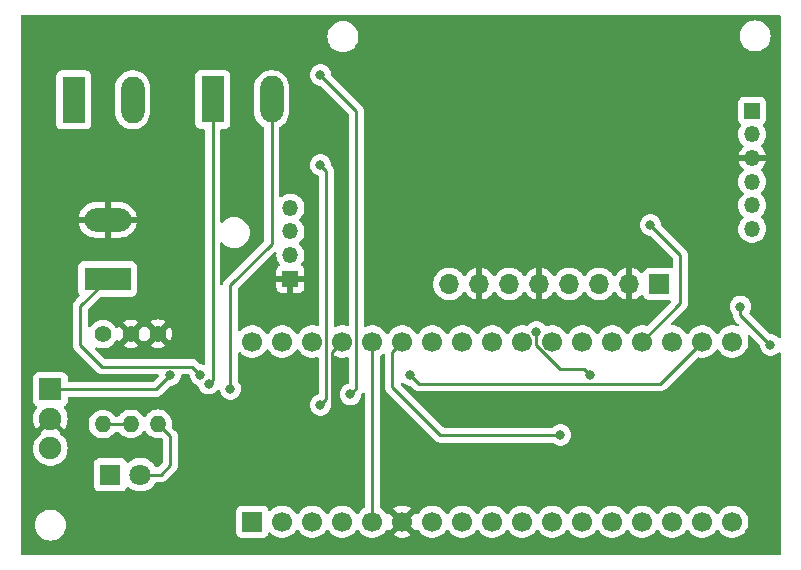
<source format=gbl>
G04 #@! TF.GenerationSoftware,KiCad,Pcbnew,7.0.0*
G04 #@! TF.CreationDate,2023-02-20T20:21:07-05:00*
G04 #@! TF.ProjectId,PCB,5043422e-6b69-4636-9164-5f7063625858,rev?*
G04 #@! TF.SameCoordinates,Original*
G04 #@! TF.FileFunction,Copper,L2,Bot*
G04 #@! TF.FilePolarity,Positive*
%FSLAX46Y46*%
G04 Gerber Fmt 4.6, Leading zero omitted, Abs format (unit mm)*
G04 Created by KiCad (PCBNEW 7.0.0) date 2023-02-20 20:21:07*
%MOMM*%
%LPD*%
G01*
G04 APERTURE LIST*
G04 #@! TA.AperFunction,ComponentPad*
%ADD10C,1.400000*%
G04 #@! TD*
G04 #@! TA.AperFunction,ComponentPad*
%ADD11O,1.400000X1.400000*%
G04 #@! TD*
G04 #@! TA.AperFunction,ComponentPad*
%ADD12R,1.800000X1.800000*%
G04 #@! TD*
G04 #@! TA.AperFunction,ComponentPad*
%ADD13C,1.800000*%
G04 #@! TD*
G04 #@! TA.AperFunction,ComponentPad*
%ADD14R,1.350000X1.350000*%
G04 #@! TD*
G04 #@! TA.AperFunction,ComponentPad*
%ADD15O,1.350000X1.350000*%
G04 #@! TD*
G04 #@! TA.AperFunction,ComponentPad*
%ADD16R,1.980000X3.960000*%
G04 #@! TD*
G04 #@! TA.AperFunction,ComponentPad*
%ADD17O,1.980000X3.960000*%
G04 #@! TD*
G04 #@! TA.AperFunction,ComponentPad*
%ADD18R,1.700000X1.700000*%
G04 #@! TD*
G04 #@! TA.AperFunction,ComponentPad*
%ADD19O,1.700000X1.700000*%
G04 #@! TD*
G04 #@! TA.AperFunction,ComponentPad*
%ADD20R,3.960000X1.980000*%
G04 #@! TD*
G04 #@! TA.AperFunction,ComponentPad*
%ADD21O,3.960000X1.980000*%
G04 #@! TD*
G04 #@! TA.AperFunction,ComponentPad*
%ADD22R,1.900000X1.900000*%
G04 #@! TD*
G04 #@! TA.AperFunction,ComponentPad*
%ADD23C,1.900000*%
G04 #@! TD*
G04 #@! TA.AperFunction,ComponentPad*
%ADD24C,1.700000*%
G04 #@! TD*
G04 #@! TA.AperFunction,ViaPad*
%ADD25C,0.800000*%
G04 #@! TD*
G04 #@! TA.AperFunction,Conductor*
%ADD26C,0.250000*%
G04 #@! TD*
G04 APERTURE END LIST*
D10*
X146250044Y-70161250D03*
D11*
X146250043Y-77781249D03*
D12*
X142239999Y-82089999D03*
D13*
X144780000Y-82090000D03*
D14*
X196575807Y-51280577D03*
D15*
X196575807Y-53280577D03*
X196575807Y-55280577D03*
X196575807Y-57280577D03*
X196575807Y-59280577D03*
X196575807Y-61280577D03*
D16*
X150889355Y-50325320D03*
D17*
X155889355Y-50325320D03*
D18*
X188713765Y-65940924D03*
D19*
X186173765Y-65940924D03*
X183633765Y-65940924D03*
X181093765Y-65940924D03*
X178553765Y-65940924D03*
X176013765Y-65940924D03*
X173473765Y-65940924D03*
X170933765Y-65940924D03*
D20*
X142000591Y-65520593D03*
D21*
X142000591Y-60520593D03*
D16*
X139117719Y-50359450D03*
D17*
X144117719Y-50359450D03*
D10*
X141599153Y-70187193D03*
D11*
X141599152Y-77807192D03*
D14*
X157479999Y-65499999D03*
D15*
X157479999Y-63499999D03*
X157479999Y-61499999D03*
X157479999Y-59499999D03*
D22*
X137159999Y-74857703D03*
D23*
X137160000Y-77357704D03*
X137160000Y-79857704D03*
D10*
X143952579Y-70177101D03*
D11*
X143952578Y-77797100D03*
D24*
X169490000Y-86076000D03*
X172030000Y-86076000D03*
X192350000Y-70820000D03*
X174570000Y-86076000D03*
X177110000Y-86076000D03*
X166950000Y-70820000D03*
X179650000Y-86076000D03*
X182190000Y-86076000D03*
X184730000Y-86076000D03*
X187270000Y-86076000D03*
X189810000Y-86076000D03*
X192350000Y-86076000D03*
X194890000Y-86076000D03*
X194890000Y-70820000D03*
X187270000Y-70820000D03*
X184730000Y-70820000D03*
X182190000Y-70820000D03*
X179650000Y-70820000D03*
X177110000Y-70820000D03*
X174570000Y-70820000D03*
X189810000Y-70820000D03*
X161870000Y-70820000D03*
X166950000Y-86076000D03*
X156790000Y-70820000D03*
D18*
X154249999Y-86075999D03*
D24*
X169490000Y-70820000D03*
X172030000Y-70820000D03*
X164410000Y-70820000D03*
X164410000Y-86076000D03*
X161870000Y-86076000D03*
X154250000Y-70820000D03*
X156790000Y-86076000D03*
X159330000Y-86076000D03*
X159330000Y-70820000D03*
D25*
X160020000Y-78740000D03*
X180340000Y-78740000D03*
X160020000Y-55880000D03*
X160020000Y-76200000D03*
X160020000Y-48260000D03*
X162560000Y-75284500D03*
X152400000Y-74834500D03*
X150566754Y-74384500D03*
X167640000Y-73660000D03*
X149860000Y-73660000D03*
X187960000Y-60960000D03*
X147320000Y-73660000D03*
X178309964Y-70006893D03*
X182880000Y-73660000D03*
X198120000Y-71120000D03*
X195580000Y-67855500D03*
D26*
X161020000Y-77740000D02*
X160020000Y-78740000D01*
X161020000Y-71670000D02*
X161020000Y-77740000D01*
X161870000Y-70820000D02*
X161020000Y-71670000D01*
X170180000Y-78740000D02*
X180340000Y-78740000D01*
X166100000Y-74660000D02*
X170180000Y-78740000D01*
X166100000Y-71670000D02*
X166100000Y-74660000D01*
X166950000Y-70820000D02*
X166100000Y-71670000D01*
X160505000Y-56365000D02*
X160020000Y-55880000D01*
X160505000Y-75715000D02*
X160505000Y-56365000D01*
X160020000Y-76200000D02*
X160505000Y-75715000D01*
X162560000Y-75284500D02*
X163045000Y-74799500D01*
X163045000Y-74799500D02*
X163045000Y-51285000D01*
X163045000Y-51285000D02*
X160020000Y-48260000D01*
X152400000Y-66040000D02*
X155889356Y-62550644D01*
X152400000Y-74834500D02*
X152400000Y-66040000D01*
X155889356Y-62550644D02*
X155889356Y-50325321D01*
X150566754Y-74384500D02*
X150889356Y-74061898D01*
X150889356Y-74061898D02*
X150889356Y-50325321D01*
X141515000Y-72935000D02*
X139700000Y-71120000D01*
X149860000Y-73660000D02*
X149135000Y-72935000D01*
X168365000Y-74385000D02*
X167640000Y-73660000D01*
X188785000Y-74385000D02*
X168365000Y-74385000D01*
X149135000Y-72935000D02*
X141515000Y-72935000D01*
X192350000Y-70820000D02*
X188785000Y-74385000D01*
X139700000Y-71120000D02*
X139700000Y-67821186D01*
X139700000Y-67821186D02*
X142000592Y-65520594D01*
X190500000Y-63500000D02*
X187960000Y-60960000D01*
X187270000Y-70820000D02*
X190500000Y-67590000D01*
X190500000Y-67590000D02*
X190500000Y-63500000D01*
X182370036Y-73150036D02*
X180318335Y-73150036D01*
X182880000Y-73660000D02*
X182370036Y-73150036D01*
X146122296Y-74857704D02*
X147320000Y-73660000D01*
X137160000Y-74857704D02*
X146122296Y-74857704D01*
X178309964Y-71141665D02*
X178309964Y-70006893D01*
X180318335Y-73150036D02*
X178309964Y-71141665D01*
X198120000Y-71120000D02*
X195580000Y-68580000D01*
X195580000Y-68580000D02*
X195580000Y-67855500D01*
X141599153Y-77807193D02*
X143942487Y-77807193D01*
X143942487Y-77807193D02*
X143952579Y-77797101D01*
X146510000Y-82090000D02*
X147320000Y-81280000D01*
X147320000Y-81280000D02*
X147320000Y-78851206D01*
X144780000Y-82090000D02*
X146510000Y-82090000D01*
X147320000Y-78851206D02*
X146250044Y-77781250D01*
X164410000Y-70820000D02*
X164410000Y-86076000D01*
G04 #@! TA.AperFunction,Conductor*
G36*
X198926500Y-43207381D02*
G01*
X198972619Y-43253500D01*
X198989500Y-43316500D01*
X198989500Y-70399706D01*
X198975162Y-70458081D01*
X198935410Y-70503171D01*
X198879292Y-70524712D01*
X198819580Y-70517803D01*
X198769864Y-70484016D01*
X198735674Y-70446044D01*
X198735673Y-70446043D01*
X198731253Y-70441134D01*
X198725911Y-70437253D01*
X198725908Y-70437250D01*
X198607807Y-70351445D01*
X198576752Y-70328882D01*
X198402288Y-70251206D01*
X198395835Y-70249834D01*
X198395831Y-70249833D01*
X198221943Y-70212872D01*
X198221940Y-70212871D01*
X198215487Y-70211500D01*
X198208884Y-70211500D01*
X198159595Y-70211500D01*
X198111377Y-70201909D01*
X198070500Y-70174595D01*
X196376171Y-68480266D01*
X196346865Y-68434265D01*
X196339746Y-68380189D01*
X196356144Y-68328176D01*
X196414527Y-68227056D01*
X196473542Y-68045428D01*
X196493504Y-67855500D01*
X196473542Y-67665572D01*
X196420854Y-67503417D01*
X196416569Y-67490228D01*
X196416568Y-67490226D01*
X196414527Y-67483944D01*
X196319040Y-67318556D01*
X196191253Y-67176634D01*
X196185911Y-67172753D01*
X196185908Y-67172750D01*
X196108057Y-67116188D01*
X196036752Y-67064382D01*
X195862288Y-66986706D01*
X195855835Y-66985334D01*
X195855831Y-66985333D01*
X195681943Y-66948372D01*
X195681940Y-66948371D01*
X195675487Y-66947000D01*
X195484513Y-66947000D01*
X195478060Y-66948371D01*
X195478056Y-66948372D01*
X195304168Y-66985333D01*
X195304161Y-66985335D01*
X195297712Y-66986706D01*
X195291682Y-66989390D01*
X195291681Y-66989391D01*
X195129278Y-67061697D01*
X195129275Y-67061698D01*
X195123248Y-67064382D01*
X195117907Y-67068262D01*
X195117906Y-67068263D01*
X194974091Y-67172750D01*
X194974083Y-67172756D01*
X194968747Y-67176634D01*
X194964330Y-67181539D01*
X194964325Y-67181544D01*
X194845820Y-67313158D01*
X194840960Y-67318556D01*
X194837661Y-67324269D01*
X194837658Y-67324274D01*
X194757206Y-67463622D01*
X194745473Y-67483944D01*
X194743434Y-67490218D01*
X194743430Y-67490228D01*
X194688497Y-67659294D01*
X194688495Y-67659301D01*
X194686458Y-67665572D01*
X194685768Y-67672133D01*
X194685768Y-67672135D01*
X194671756Y-67805453D01*
X194666496Y-67855500D01*
X194667186Y-67862065D01*
X194683004Y-68012570D01*
X194686458Y-68045428D01*
X194688495Y-68051700D01*
X194688497Y-68051705D01*
X194743430Y-68220771D01*
X194743433Y-68220778D01*
X194745473Y-68227056D01*
X194748777Y-68232778D01*
X194833884Y-68380189D01*
X194840960Y-68392444D01*
X194855501Y-68408593D01*
X194913031Y-68472487D01*
X194936302Y-68509800D01*
X194945333Y-68552838D01*
X194946438Y-68587986D01*
X194946500Y-68591945D01*
X194946500Y-68619856D01*
X194946995Y-68623774D01*
X194946997Y-68623806D01*
X194947008Y-68623888D01*
X194947937Y-68635697D01*
X194949077Y-68671969D01*
X194949078Y-68671976D01*
X194949327Y-68679889D01*
X194951537Y-68687498D01*
X194951538Y-68687500D01*
X194954978Y-68699342D01*
X194958986Y-68718693D01*
X194961526Y-68738797D01*
X194964444Y-68746169D01*
X194964445Y-68746170D01*
X194977800Y-68779901D01*
X194981645Y-68791130D01*
X194991771Y-68825986D01*
X194991773Y-68825992D01*
X194993982Y-68833593D01*
X194998014Y-68840411D01*
X194998015Y-68840413D01*
X195004293Y-68851029D01*
X195012990Y-68868782D01*
X195020448Y-68887617D01*
X195025107Y-68894030D01*
X195025108Y-68894031D01*
X195046432Y-68923381D01*
X195052948Y-68933301D01*
X195062301Y-68949115D01*
X195075458Y-68971362D01*
X195081063Y-68976967D01*
X195089778Y-68985682D01*
X195102618Y-69000715D01*
X195114528Y-69017107D01*
X195120635Y-69022159D01*
X195120636Y-69022160D01*
X195148598Y-69045292D01*
X195157378Y-69053282D01*
X195415159Y-69311063D01*
X195448208Y-69369227D01*
X195446826Y-69436110D01*
X195411402Y-69492859D01*
X195351922Y-69523476D01*
X195285153Y-69519331D01*
X195229570Y-69500249D01*
X195229556Y-69500245D01*
X195224635Y-69498556D01*
X195219498Y-69497698D01*
X195219495Y-69497698D01*
X195007706Y-69462357D01*
X195007703Y-69462356D01*
X195002569Y-69461500D01*
X194777431Y-69461500D01*
X194772297Y-69462356D01*
X194772293Y-69462357D01*
X194560504Y-69497698D01*
X194560498Y-69497699D01*
X194555365Y-69498556D01*
X194550443Y-69500245D01*
X194550434Y-69500248D01*
X194347357Y-69569964D01*
X194347344Y-69569969D01*
X194342426Y-69571658D01*
X194337847Y-69574135D01*
X194337840Y-69574139D01*
X194149005Y-69676331D01*
X194148997Y-69676336D01*
X194144424Y-69678811D01*
X194140313Y-69682010D01*
X194140311Y-69682012D01*
X193970878Y-69813888D01*
X193970872Y-69813893D01*
X193966760Y-69817094D01*
X193963237Y-69820919D01*
X193963227Y-69820930D01*
X193817806Y-69978899D01*
X193817802Y-69978902D01*
X193814278Y-69982732D01*
X193811430Y-69987090D01*
X193811427Y-69987095D01*
X193725483Y-70118643D01*
X193679969Y-70160542D01*
X193620000Y-70175728D01*
X193560031Y-70160542D01*
X193514517Y-70118643D01*
X193428572Y-69987095D01*
X193425722Y-69982732D01*
X193347799Y-69898086D01*
X193276772Y-69820930D01*
X193276767Y-69820925D01*
X193273240Y-69817094D01*
X193095576Y-69678811D01*
X193090997Y-69676333D01*
X193090994Y-69676331D01*
X192902159Y-69574139D01*
X192902156Y-69574137D01*
X192897574Y-69571658D01*
X192892650Y-69569967D01*
X192892642Y-69569964D01*
X192689565Y-69500248D01*
X192689559Y-69500246D01*
X192684635Y-69498556D01*
X192679498Y-69497698D01*
X192679495Y-69497698D01*
X192467706Y-69462357D01*
X192467703Y-69462356D01*
X192462569Y-69461500D01*
X192237431Y-69461500D01*
X192232297Y-69462356D01*
X192232293Y-69462357D01*
X192020504Y-69497698D01*
X192020498Y-69497699D01*
X192015365Y-69498556D01*
X192010443Y-69500245D01*
X192010434Y-69500248D01*
X191807357Y-69569964D01*
X191807344Y-69569969D01*
X191802426Y-69571658D01*
X191797847Y-69574135D01*
X191797840Y-69574139D01*
X191609005Y-69676331D01*
X191608997Y-69676336D01*
X191604424Y-69678811D01*
X191600313Y-69682010D01*
X191600311Y-69682012D01*
X191430878Y-69813888D01*
X191430872Y-69813893D01*
X191426760Y-69817094D01*
X191423237Y-69820919D01*
X191423227Y-69820930D01*
X191277806Y-69978899D01*
X191277802Y-69978902D01*
X191274278Y-69982732D01*
X191271430Y-69987090D01*
X191271427Y-69987095D01*
X191185483Y-70118643D01*
X191139969Y-70160542D01*
X191080000Y-70175728D01*
X191020031Y-70160542D01*
X190974517Y-70118643D01*
X190888572Y-69987095D01*
X190885722Y-69982732D01*
X190807799Y-69898086D01*
X190736772Y-69820930D01*
X190736767Y-69820925D01*
X190733240Y-69817094D01*
X190555576Y-69678811D01*
X190550997Y-69676333D01*
X190550994Y-69676331D01*
X190362159Y-69574139D01*
X190362156Y-69574137D01*
X190357574Y-69571658D01*
X190352650Y-69569967D01*
X190352642Y-69569964D01*
X190149565Y-69500248D01*
X190149559Y-69500246D01*
X190144635Y-69498556D01*
X190139498Y-69497698D01*
X190139495Y-69497698D01*
X189927706Y-69462357D01*
X189927703Y-69462356D01*
X189922569Y-69461500D01*
X189828593Y-69461500D01*
X189771390Y-69447767D01*
X189726657Y-69409561D01*
X189704144Y-69355211D01*
X189708760Y-69296564D01*
X189739498Y-69246405D01*
X190159917Y-68825986D01*
X190892264Y-68093639D01*
X190900535Y-68086113D01*
X190907018Y-68082000D01*
X190953660Y-68032329D01*
X190956352Y-68029551D01*
X190976135Y-68009770D01*
X190978613Y-68006574D01*
X190986308Y-67997563D01*
X191016586Y-67965321D01*
X191026348Y-67947562D01*
X191037195Y-67931050D01*
X191049614Y-67915041D01*
X191067179Y-67874446D01*
X191072388Y-67863814D01*
X191093695Y-67825060D01*
X191098733Y-67805434D01*
X191105134Y-67786737D01*
X191113181Y-67768145D01*
X191120096Y-67724477D01*
X191122504Y-67712853D01*
X191131529Y-67677705D01*
X191133500Y-67670030D01*
X191133500Y-67649776D01*
X191135051Y-67630065D01*
X191136980Y-67617885D01*
X191138220Y-67610057D01*
X191134058Y-67566038D01*
X191133500Y-67554181D01*
X191133500Y-63578763D01*
X191134027Y-63567579D01*
X191135701Y-63560091D01*
X191133561Y-63492032D01*
X191133500Y-63488075D01*
X191133500Y-63464100D01*
X191133500Y-63460144D01*
X191132993Y-63456134D01*
X191132061Y-63444294D01*
X191130673Y-63400110D01*
X191125020Y-63380656D01*
X191121012Y-63361297D01*
X191118474Y-63341203D01*
X191102197Y-63300092D01*
X191098358Y-63288882D01*
X191086018Y-63246406D01*
X191075703Y-63228966D01*
X191067010Y-63211221D01*
X191059552Y-63192383D01*
X191033564Y-63156614D01*
X191027046Y-63146690D01*
X191008578Y-63115462D01*
X191004542Y-63108637D01*
X190990217Y-63094312D01*
X190977376Y-63079277D01*
X190970134Y-63069309D01*
X190970131Y-63069306D01*
X190965472Y-63062893D01*
X190947532Y-63048052D01*
X190931405Y-63034710D01*
X190922626Y-63026721D01*
X189176483Y-61280578D01*
X195387238Y-61280578D01*
X195387776Y-61286384D01*
X195406937Y-61493171D01*
X195406938Y-61493181D01*
X195407476Y-61498977D01*
X195467499Y-61709939D01*
X195470095Y-61715152D01*
X195545769Y-61867127D01*
X195565265Y-61906279D01*
X195568773Y-61910925D01*
X195568776Y-61910929D01*
X195693931Y-62076661D01*
X195693935Y-62076665D01*
X195697444Y-62081312D01*
X195701746Y-62085234D01*
X195701749Y-62085237D01*
X195751237Y-62130351D01*
X195859535Y-62229077D01*
X195901491Y-62255055D01*
X196041063Y-62341475D01*
X196041066Y-62341476D01*
X196046017Y-62344542D01*
X196250540Y-62423775D01*
X196466141Y-62464078D01*
X196679648Y-62464078D01*
X196685475Y-62464078D01*
X196901076Y-62423775D01*
X197105599Y-62344542D01*
X197292081Y-62229077D01*
X197454172Y-62081312D01*
X197586351Y-61906279D01*
X197684117Y-61709939D01*
X197744140Y-61498977D01*
X197764378Y-61280578D01*
X197744140Y-61062179D01*
X197684117Y-60851217D01*
X197586351Y-60654877D01*
X197571862Y-60635690D01*
X197457684Y-60484494D01*
X197457681Y-60484490D01*
X197454172Y-60479844D01*
X197449866Y-60475919D01*
X197449861Y-60475913D01*
X197337730Y-60373693D01*
X197301425Y-60315060D01*
X197301425Y-60246096D01*
X197337730Y-60187463D01*
X197449861Y-60085242D01*
X197449866Y-60085237D01*
X197454172Y-60081312D01*
X197586351Y-59906279D01*
X197684117Y-59709939D01*
X197744140Y-59498977D01*
X197764378Y-59280578D01*
X197744140Y-59062179D01*
X197684117Y-58851217D01*
X197586351Y-58654877D01*
X197582839Y-58650226D01*
X197457684Y-58484494D01*
X197457681Y-58484490D01*
X197454172Y-58479844D01*
X197449869Y-58475921D01*
X197449866Y-58475918D01*
X197337729Y-58373692D01*
X197301425Y-58315058D01*
X197301425Y-58246095D01*
X197337727Y-58187464D01*
X197454172Y-58081312D01*
X197586351Y-57906279D01*
X197684117Y-57709939D01*
X197744140Y-57498977D01*
X197764378Y-57280578D01*
X197744140Y-57062179D01*
X197684117Y-56851217D01*
X197586351Y-56654877D01*
X197513847Y-56558866D01*
X197457684Y-56484494D01*
X197457681Y-56484490D01*
X197454172Y-56479844D01*
X197337357Y-56373354D01*
X197301054Y-56314722D01*
X197301054Y-56245758D01*
X197337359Y-56187125D01*
X197449490Y-56084904D01*
X197457313Y-56076323D01*
X197582412Y-55910665D01*
X197588520Y-55900800D01*
X197681053Y-55714969D01*
X197685241Y-55704157D01*
X197729490Y-55548639D01*
X197730019Y-55537198D01*
X197718875Y-55534578D01*
X195432741Y-55534578D01*
X195421596Y-55537198D01*
X195422125Y-55548639D01*
X195466374Y-55704157D01*
X195470562Y-55714969D01*
X195563095Y-55900800D01*
X195569203Y-55910665D01*
X195694302Y-56076323D01*
X195702120Y-56084899D01*
X195814257Y-56187125D01*
X195850561Y-56245759D01*
X195850561Y-56314722D01*
X195814257Y-56373355D01*
X195701749Y-56475918D01*
X195701740Y-56475926D01*
X195697444Y-56479844D01*
X195693939Y-56484484D01*
X195693931Y-56484494D01*
X195568776Y-56650226D01*
X195568770Y-56650235D01*
X195565265Y-56654877D01*
X195562671Y-56660084D01*
X195562668Y-56660091D01*
X195481036Y-56824031D01*
X195467499Y-56851217D01*
X195407476Y-57062179D01*
X195406939Y-57067972D01*
X195406937Y-57067984D01*
X195387776Y-57274772D01*
X195387238Y-57280578D01*
X195387776Y-57286384D01*
X195406937Y-57493171D01*
X195406938Y-57493181D01*
X195407476Y-57498977D01*
X195467499Y-57709939D01*
X195565265Y-57906279D01*
X195568773Y-57910925D01*
X195568776Y-57910929D01*
X195693931Y-58076661D01*
X195693935Y-58076665D01*
X195697444Y-58081312D01*
X195701748Y-58085236D01*
X195701754Y-58085242D01*
X195813885Y-58187462D01*
X195850190Y-58246095D01*
X195850190Y-58315058D01*
X195813886Y-58373692D01*
X195701750Y-58475918D01*
X195701746Y-58475921D01*
X195697444Y-58479844D01*
X195693939Y-58484484D01*
X195693931Y-58484494D01*
X195568776Y-58650226D01*
X195568770Y-58650235D01*
X195565265Y-58654877D01*
X195562671Y-58660084D01*
X195562668Y-58660091D01*
X195540846Y-58703916D01*
X195467499Y-58851217D01*
X195465904Y-58856819D01*
X195465904Y-58856822D01*
X195414019Y-59039184D01*
X195407476Y-59062179D01*
X195406939Y-59067972D01*
X195406937Y-59067984D01*
X195395026Y-59196533D01*
X195387238Y-59280578D01*
X195387776Y-59286384D01*
X195406937Y-59493171D01*
X195406938Y-59493181D01*
X195407476Y-59498977D01*
X195467499Y-59709939D01*
X195565265Y-59906279D01*
X195568773Y-59910925D01*
X195568776Y-59910929D01*
X195693931Y-60076661D01*
X195693935Y-60076665D01*
X195697444Y-60081312D01*
X195701746Y-60085234D01*
X195701749Y-60085237D01*
X195813886Y-60187463D01*
X195850190Y-60246096D01*
X195850190Y-60315060D01*
X195813886Y-60373693D01*
X195701749Y-60475918D01*
X195701740Y-60475926D01*
X195697444Y-60479844D01*
X195693939Y-60484484D01*
X195693931Y-60484494D01*
X195568776Y-60650226D01*
X195568770Y-60650235D01*
X195565265Y-60654877D01*
X195562671Y-60660084D01*
X195562668Y-60660091D01*
X195504457Y-60776995D01*
X195467499Y-60851217D01*
X195465904Y-60856819D01*
X195465904Y-60856822D01*
X195421976Y-61011217D01*
X195407476Y-61062179D01*
X195406939Y-61067972D01*
X195406937Y-61067984D01*
X195387776Y-61274772D01*
X195387238Y-61280578D01*
X189176483Y-61280578D01*
X188907122Y-61011217D01*
X188882491Y-60976366D01*
X188870907Y-60935292D01*
X188870407Y-60930532D01*
X188853542Y-60770072D01*
X188794527Y-60588444D01*
X188699040Y-60423056D01*
X188571253Y-60281134D01*
X188565911Y-60277253D01*
X188565908Y-60277250D01*
X188442326Y-60187463D01*
X188416752Y-60168882D01*
X188242288Y-60091206D01*
X188235835Y-60089834D01*
X188235831Y-60089833D01*
X188061943Y-60052872D01*
X188061940Y-60052871D01*
X188055487Y-60051500D01*
X187864513Y-60051500D01*
X187858060Y-60052871D01*
X187858056Y-60052872D01*
X187684168Y-60089833D01*
X187684161Y-60089835D01*
X187677712Y-60091206D01*
X187671682Y-60093890D01*
X187671681Y-60093891D01*
X187509278Y-60166197D01*
X187509275Y-60166198D01*
X187503248Y-60168882D01*
X187497907Y-60172762D01*
X187497906Y-60172763D01*
X187354091Y-60277250D01*
X187354083Y-60277256D01*
X187348747Y-60281134D01*
X187344330Y-60286039D01*
X187344325Y-60286044D01*
X187258773Y-60381060D01*
X187220960Y-60423056D01*
X187217661Y-60428769D01*
X187217658Y-60428774D01*
X187176536Y-60500000D01*
X187125473Y-60588444D01*
X187123434Y-60594718D01*
X187123430Y-60594728D01*
X187068497Y-60763794D01*
X187068495Y-60763801D01*
X187066458Y-60770072D01*
X187065768Y-60776633D01*
X187065768Y-60776635D01*
X187064239Y-60791184D01*
X187046496Y-60960000D01*
X187047186Y-60966565D01*
X187065715Y-61142864D01*
X187066458Y-61149928D01*
X187068495Y-61156200D01*
X187068497Y-61156205D01*
X187123430Y-61325271D01*
X187123433Y-61325278D01*
X187125473Y-61331556D01*
X187220960Y-61496944D01*
X187348747Y-61638866D01*
X187503248Y-61751118D01*
X187677712Y-61828794D01*
X187864513Y-61868500D01*
X187920406Y-61868500D01*
X187968624Y-61878091D01*
X188009501Y-61905405D01*
X189829595Y-63725499D01*
X189856909Y-63766376D01*
X189866500Y-63814594D01*
X189866500Y-64479645D01*
X189852148Y-64538047D01*
X189812361Y-64583144D01*
X189756203Y-64604663D01*
X189696468Y-64597701D01*
X189680349Y-64591689D01*
X189680346Y-64591688D01*
X189672967Y-64588936D01*
X189665139Y-64588094D01*
X189665133Y-64588093D01*
X189615754Y-64582785D01*
X189615751Y-64582784D01*
X189612404Y-64582425D01*
X187815128Y-64582425D01*
X187811781Y-64582784D01*
X187811777Y-64582785D01*
X187762398Y-64588093D01*
X187762391Y-64588094D01*
X187754565Y-64588936D01*
X187747189Y-64591686D01*
X187747185Y-64591688D01*
X187626002Y-64636887D01*
X187625996Y-64636890D01*
X187617562Y-64640036D01*
X187610354Y-64645431D01*
X187610348Y-64645435D01*
X187507716Y-64722265D01*
X187507712Y-64722268D01*
X187500505Y-64727664D01*
X187495109Y-64734871D01*
X187495106Y-64734875D01*
X187418276Y-64837507D01*
X187418272Y-64837513D01*
X187412877Y-64844721D01*
X187409730Y-64853156D01*
X187409725Y-64853167D01*
X187368570Y-64963508D01*
X187332039Y-65015547D01*
X187274748Y-65043123D01*
X187211286Y-65039213D01*
X187157814Y-65004813D01*
X187100192Y-64942219D01*
X187092554Y-64935187D01*
X186923177Y-64803356D01*
X186914484Y-64797677D01*
X186725723Y-64695524D01*
X186716206Y-64691349D01*
X186513208Y-64621660D01*
X186503138Y-64619110D01*
X186441304Y-64608792D01*
X186430167Y-64609368D01*
X186427766Y-64620261D01*
X186427766Y-67261589D01*
X186430167Y-67272481D01*
X186441304Y-67273057D01*
X186503138Y-67262739D01*
X186513208Y-67260189D01*
X186716206Y-67190500D01*
X186725723Y-67186325D01*
X186914484Y-67084172D01*
X186923177Y-67078493D01*
X187092554Y-66946662D01*
X187100191Y-66939631D01*
X187157813Y-66877037D01*
X187211286Y-66842636D01*
X187274748Y-66838726D01*
X187332039Y-66866302D01*
X187368571Y-66918341D01*
X187409728Y-67028688D01*
X187409730Y-67028691D01*
X187412877Y-67037129D01*
X187418274Y-67044339D01*
X187418276Y-67044342D01*
X187444155Y-67078912D01*
X187500505Y-67154186D01*
X187507716Y-67159584D01*
X187543437Y-67186325D01*
X187617562Y-67241814D01*
X187754565Y-67292914D01*
X187815128Y-67299425D01*
X187818497Y-67299425D01*
X189590481Y-67299425D01*
X189647684Y-67313158D01*
X189692417Y-67351364D01*
X189714930Y-67405714D01*
X189710314Y-67464361D01*
X189679577Y-67514517D01*
X188047815Y-69146279D01*
X187727439Y-69466655D01*
X187671790Y-69499039D01*
X187607956Y-69499696D01*
X187604635Y-69498556D01*
X187599501Y-69497699D01*
X187599500Y-69497699D01*
X187387706Y-69462357D01*
X187387703Y-69462356D01*
X187382569Y-69461500D01*
X187157431Y-69461500D01*
X187152297Y-69462356D01*
X187152293Y-69462357D01*
X186940504Y-69497698D01*
X186940498Y-69497699D01*
X186935365Y-69498556D01*
X186930443Y-69500245D01*
X186930434Y-69500248D01*
X186727357Y-69569964D01*
X186727344Y-69569969D01*
X186722426Y-69571658D01*
X186717847Y-69574135D01*
X186717840Y-69574139D01*
X186529005Y-69676331D01*
X186528997Y-69676336D01*
X186524424Y-69678811D01*
X186520313Y-69682010D01*
X186520311Y-69682012D01*
X186350878Y-69813888D01*
X186350872Y-69813893D01*
X186346760Y-69817094D01*
X186343237Y-69820919D01*
X186343227Y-69820930D01*
X186197806Y-69978899D01*
X186197802Y-69978902D01*
X186194278Y-69982732D01*
X186191430Y-69987090D01*
X186191427Y-69987095D01*
X186105483Y-70118643D01*
X186059969Y-70160542D01*
X186000000Y-70175728D01*
X185940031Y-70160542D01*
X185894517Y-70118643D01*
X185808572Y-69987095D01*
X185805722Y-69982732D01*
X185727799Y-69898086D01*
X185656772Y-69820930D01*
X185656767Y-69820925D01*
X185653240Y-69817094D01*
X185475576Y-69678811D01*
X185470997Y-69676333D01*
X185470994Y-69676331D01*
X185282159Y-69574139D01*
X185282156Y-69574137D01*
X185277574Y-69571658D01*
X185272650Y-69569967D01*
X185272642Y-69569964D01*
X185069565Y-69500248D01*
X185069559Y-69500246D01*
X185064635Y-69498556D01*
X185059498Y-69497698D01*
X185059495Y-69497698D01*
X184847706Y-69462357D01*
X184847703Y-69462356D01*
X184842569Y-69461500D01*
X184617431Y-69461500D01*
X184612297Y-69462356D01*
X184612293Y-69462357D01*
X184400504Y-69497698D01*
X184400498Y-69497699D01*
X184395365Y-69498556D01*
X184390443Y-69500245D01*
X184390434Y-69500248D01*
X184187357Y-69569964D01*
X184187344Y-69569969D01*
X184182426Y-69571658D01*
X184177847Y-69574135D01*
X184177840Y-69574139D01*
X183989005Y-69676331D01*
X183988997Y-69676336D01*
X183984424Y-69678811D01*
X183980313Y-69682010D01*
X183980311Y-69682012D01*
X183810878Y-69813888D01*
X183810872Y-69813893D01*
X183806760Y-69817094D01*
X183803237Y-69820919D01*
X183803227Y-69820930D01*
X183657806Y-69978899D01*
X183657802Y-69978902D01*
X183654278Y-69982732D01*
X183651430Y-69987090D01*
X183651427Y-69987095D01*
X183565483Y-70118643D01*
X183519969Y-70160542D01*
X183460000Y-70175728D01*
X183400031Y-70160542D01*
X183354517Y-70118643D01*
X183268572Y-69987095D01*
X183265722Y-69982732D01*
X183187799Y-69898086D01*
X183116772Y-69820930D01*
X183116767Y-69820925D01*
X183113240Y-69817094D01*
X182935576Y-69678811D01*
X182930997Y-69676333D01*
X182930994Y-69676331D01*
X182742159Y-69574139D01*
X182742156Y-69574137D01*
X182737574Y-69571658D01*
X182732650Y-69569967D01*
X182732642Y-69569964D01*
X182529565Y-69500248D01*
X182529559Y-69500246D01*
X182524635Y-69498556D01*
X182519498Y-69497698D01*
X182519495Y-69497698D01*
X182307706Y-69462357D01*
X182307703Y-69462356D01*
X182302569Y-69461500D01*
X182077431Y-69461500D01*
X182072297Y-69462356D01*
X182072293Y-69462357D01*
X181860504Y-69497698D01*
X181860498Y-69497699D01*
X181855365Y-69498556D01*
X181850443Y-69500245D01*
X181850434Y-69500248D01*
X181647357Y-69569964D01*
X181647344Y-69569969D01*
X181642426Y-69571658D01*
X181637847Y-69574135D01*
X181637840Y-69574139D01*
X181449005Y-69676331D01*
X181448997Y-69676336D01*
X181444424Y-69678811D01*
X181440313Y-69682010D01*
X181440311Y-69682012D01*
X181270878Y-69813888D01*
X181270872Y-69813893D01*
X181266760Y-69817094D01*
X181263237Y-69820919D01*
X181263227Y-69820930D01*
X181117806Y-69978899D01*
X181117802Y-69978902D01*
X181114278Y-69982732D01*
X181111430Y-69987090D01*
X181111427Y-69987095D01*
X181025483Y-70118643D01*
X180979969Y-70160542D01*
X180920000Y-70175728D01*
X180860031Y-70160542D01*
X180814517Y-70118643D01*
X180728572Y-69987095D01*
X180725722Y-69982732D01*
X180647799Y-69898086D01*
X180576772Y-69820930D01*
X180576767Y-69820925D01*
X180573240Y-69817094D01*
X180395576Y-69678811D01*
X180390997Y-69676333D01*
X180390994Y-69676331D01*
X180202159Y-69574139D01*
X180202156Y-69574137D01*
X180197574Y-69571658D01*
X180192650Y-69569967D01*
X180192642Y-69569964D01*
X179989565Y-69500248D01*
X179989559Y-69500246D01*
X179984635Y-69498556D01*
X179979498Y-69497698D01*
X179979495Y-69497698D01*
X179767706Y-69462357D01*
X179767703Y-69462356D01*
X179762569Y-69461500D01*
X179537431Y-69461500D01*
X179532297Y-69462356D01*
X179532293Y-69462357D01*
X179320504Y-69497698D01*
X179320498Y-69497699D01*
X179315365Y-69498556D01*
X179310445Y-69500244D01*
X179310429Y-69500249D01*
X179204994Y-69536445D01*
X179147923Y-69542231D01*
X179094201Y-69522117D01*
X179054964Y-69480272D01*
X179052305Y-69475667D01*
X179049004Y-69469949D01*
X178921217Y-69328027D01*
X178915875Y-69324146D01*
X178915872Y-69324143D01*
X178808874Y-69246405D01*
X178766716Y-69215775D01*
X178592252Y-69138099D01*
X178585799Y-69136727D01*
X178585795Y-69136726D01*
X178411907Y-69099765D01*
X178411904Y-69099764D01*
X178405451Y-69098393D01*
X178214477Y-69098393D01*
X178208024Y-69099764D01*
X178208020Y-69099765D01*
X178034132Y-69136726D01*
X178034125Y-69136728D01*
X178027676Y-69138099D01*
X178021646Y-69140783D01*
X178021645Y-69140784D01*
X177859242Y-69213090D01*
X177859239Y-69213091D01*
X177853212Y-69215775D01*
X177847871Y-69219655D01*
X177847870Y-69219656D01*
X177704055Y-69324143D01*
X177704047Y-69324149D01*
X177698711Y-69328027D01*
X177694296Y-69332930D01*
X177694293Y-69332933D01*
X177577044Y-69463152D01*
X177520025Y-69499403D01*
X177452476Y-69500985D01*
X177449556Y-69500245D01*
X177444635Y-69498556D01*
X177439507Y-69497700D01*
X177439502Y-69497699D01*
X177227706Y-69462357D01*
X177227703Y-69462356D01*
X177222569Y-69461500D01*
X176997431Y-69461500D01*
X176992297Y-69462356D01*
X176992293Y-69462357D01*
X176780504Y-69497698D01*
X176780498Y-69497699D01*
X176775365Y-69498556D01*
X176770443Y-69500245D01*
X176770434Y-69500248D01*
X176567357Y-69569964D01*
X176567344Y-69569969D01*
X176562426Y-69571658D01*
X176557847Y-69574135D01*
X176557840Y-69574139D01*
X176369005Y-69676331D01*
X176368997Y-69676336D01*
X176364424Y-69678811D01*
X176360313Y-69682010D01*
X176360311Y-69682012D01*
X176190878Y-69813888D01*
X176190872Y-69813893D01*
X176186760Y-69817094D01*
X176183237Y-69820919D01*
X176183227Y-69820930D01*
X176037806Y-69978899D01*
X176037802Y-69978902D01*
X176034278Y-69982732D01*
X176031430Y-69987090D01*
X176031427Y-69987095D01*
X175945483Y-70118643D01*
X175899969Y-70160542D01*
X175840000Y-70175728D01*
X175780031Y-70160542D01*
X175734517Y-70118643D01*
X175648572Y-69987095D01*
X175645722Y-69982732D01*
X175567799Y-69898086D01*
X175496772Y-69820930D01*
X175496767Y-69820925D01*
X175493240Y-69817094D01*
X175315576Y-69678811D01*
X175310997Y-69676333D01*
X175310994Y-69676331D01*
X175122159Y-69574139D01*
X175122156Y-69574137D01*
X175117574Y-69571658D01*
X175112650Y-69569967D01*
X175112642Y-69569964D01*
X174909565Y-69500248D01*
X174909559Y-69500246D01*
X174904635Y-69498556D01*
X174899498Y-69497698D01*
X174899495Y-69497698D01*
X174687706Y-69462357D01*
X174687703Y-69462356D01*
X174682569Y-69461500D01*
X174457431Y-69461500D01*
X174452297Y-69462356D01*
X174452293Y-69462357D01*
X174240504Y-69497698D01*
X174240498Y-69497699D01*
X174235365Y-69498556D01*
X174230443Y-69500245D01*
X174230434Y-69500248D01*
X174027357Y-69569964D01*
X174027344Y-69569969D01*
X174022426Y-69571658D01*
X174017847Y-69574135D01*
X174017840Y-69574139D01*
X173829005Y-69676331D01*
X173828997Y-69676336D01*
X173824424Y-69678811D01*
X173820313Y-69682010D01*
X173820311Y-69682012D01*
X173650878Y-69813888D01*
X173650872Y-69813893D01*
X173646760Y-69817094D01*
X173643237Y-69820919D01*
X173643227Y-69820930D01*
X173497806Y-69978899D01*
X173497802Y-69978902D01*
X173494278Y-69982732D01*
X173491430Y-69987090D01*
X173491427Y-69987095D01*
X173405483Y-70118643D01*
X173359969Y-70160542D01*
X173300000Y-70175728D01*
X173240031Y-70160542D01*
X173194517Y-70118643D01*
X173108572Y-69987095D01*
X173105722Y-69982732D01*
X173027799Y-69898086D01*
X172956772Y-69820930D01*
X172956767Y-69820925D01*
X172953240Y-69817094D01*
X172775576Y-69678811D01*
X172770997Y-69676333D01*
X172770994Y-69676331D01*
X172582159Y-69574139D01*
X172582156Y-69574137D01*
X172577574Y-69571658D01*
X172572650Y-69569967D01*
X172572642Y-69569964D01*
X172369565Y-69500248D01*
X172369559Y-69500246D01*
X172364635Y-69498556D01*
X172359498Y-69497698D01*
X172359495Y-69497698D01*
X172147706Y-69462357D01*
X172147703Y-69462356D01*
X172142569Y-69461500D01*
X171917431Y-69461500D01*
X171912297Y-69462356D01*
X171912293Y-69462357D01*
X171700504Y-69497698D01*
X171700498Y-69497699D01*
X171695365Y-69498556D01*
X171690443Y-69500245D01*
X171690434Y-69500248D01*
X171487357Y-69569964D01*
X171487344Y-69569969D01*
X171482426Y-69571658D01*
X171477847Y-69574135D01*
X171477840Y-69574139D01*
X171289005Y-69676331D01*
X171288997Y-69676336D01*
X171284424Y-69678811D01*
X171280313Y-69682010D01*
X171280311Y-69682012D01*
X171110878Y-69813888D01*
X171110872Y-69813893D01*
X171106760Y-69817094D01*
X171103237Y-69820919D01*
X171103227Y-69820930D01*
X170957806Y-69978899D01*
X170957802Y-69978902D01*
X170954278Y-69982732D01*
X170951430Y-69987090D01*
X170951427Y-69987095D01*
X170865483Y-70118643D01*
X170819969Y-70160542D01*
X170760000Y-70175728D01*
X170700031Y-70160542D01*
X170654517Y-70118643D01*
X170568572Y-69987095D01*
X170565722Y-69982732D01*
X170487799Y-69898086D01*
X170416772Y-69820930D01*
X170416767Y-69820925D01*
X170413240Y-69817094D01*
X170235576Y-69678811D01*
X170230997Y-69676333D01*
X170230994Y-69676331D01*
X170042159Y-69574139D01*
X170042156Y-69574137D01*
X170037574Y-69571658D01*
X170032650Y-69569967D01*
X170032642Y-69569964D01*
X169829565Y-69500248D01*
X169829559Y-69500246D01*
X169824635Y-69498556D01*
X169819498Y-69497698D01*
X169819495Y-69497698D01*
X169607706Y-69462357D01*
X169607703Y-69462356D01*
X169602569Y-69461500D01*
X169377431Y-69461500D01*
X169372297Y-69462356D01*
X169372293Y-69462357D01*
X169160504Y-69497698D01*
X169160498Y-69497699D01*
X169155365Y-69498556D01*
X169150443Y-69500245D01*
X169150434Y-69500248D01*
X168947357Y-69569964D01*
X168947344Y-69569969D01*
X168942426Y-69571658D01*
X168937847Y-69574135D01*
X168937840Y-69574139D01*
X168749005Y-69676331D01*
X168748997Y-69676336D01*
X168744424Y-69678811D01*
X168740313Y-69682010D01*
X168740311Y-69682012D01*
X168570878Y-69813888D01*
X168570872Y-69813893D01*
X168566760Y-69817094D01*
X168563237Y-69820919D01*
X168563227Y-69820930D01*
X168417806Y-69978899D01*
X168417802Y-69978902D01*
X168414278Y-69982732D01*
X168411430Y-69987090D01*
X168411427Y-69987095D01*
X168325483Y-70118643D01*
X168279969Y-70160542D01*
X168220000Y-70175728D01*
X168160031Y-70160542D01*
X168114517Y-70118643D01*
X168028572Y-69987095D01*
X168025722Y-69982732D01*
X167947799Y-69898086D01*
X167876772Y-69820930D01*
X167876767Y-69820925D01*
X167873240Y-69817094D01*
X167695576Y-69678811D01*
X167690997Y-69676333D01*
X167690994Y-69676331D01*
X167502159Y-69574139D01*
X167502156Y-69574137D01*
X167497574Y-69571658D01*
X167492650Y-69569967D01*
X167492642Y-69569964D01*
X167289565Y-69500248D01*
X167289559Y-69500246D01*
X167284635Y-69498556D01*
X167279498Y-69497698D01*
X167279495Y-69497698D01*
X167067706Y-69462357D01*
X167067703Y-69462356D01*
X167062569Y-69461500D01*
X166837431Y-69461500D01*
X166832297Y-69462356D01*
X166832293Y-69462357D01*
X166620504Y-69497698D01*
X166620498Y-69497699D01*
X166615365Y-69498556D01*
X166610443Y-69500245D01*
X166610434Y-69500248D01*
X166407357Y-69569964D01*
X166407344Y-69569969D01*
X166402426Y-69571658D01*
X166397847Y-69574135D01*
X166397840Y-69574139D01*
X166209005Y-69676331D01*
X166208997Y-69676336D01*
X166204424Y-69678811D01*
X166200313Y-69682010D01*
X166200311Y-69682012D01*
X166030878Y-69813888D01*
X166030872Y-69813893D01*
X166026760Y-69817094D01*
X166023237Y-69820919D01*
X166023227Y-69820930D01*
X165877806Y-69978899D01*
X165877802Y-69978902D01*
X165874278Y-69982732D01*
X165871430Y-69987090D01*
X165871427Y-69987095D01*
X165785483Y-70118643D01*
X165739969Y-70160542D01*
X165680000Y-70175728D01*
X165620031Y-70160542D01*
X165574517Y-70118643D01*
X165488572Y-69987095D01*
X165485722Y-69982732D01*
X165407799Y-69898086D01*
X165336772Y-69820930D01*
X165336767Y-69820925D01*
X165333240Y-69817094D01*
X165155576Y-69678811D01*
X165150997Y-69676333D01*
X165150994Y-69676331D01*
X164962159Y-69574139D01*
X164962156Y-69574137D01*
X164957574Y-69571658D01*
X164952650Y-69569967D01*
X164952642Y-69569964D01*
X164749565Y-69500248D01*
X164749559Y-69500246D01*
X164744635Y-69498556D01*
X164739498Y-69497698D01*
X164739495Y-69497698D01*
X164527706Y-69462357D01*
X164527703Y-69462356D01*
X164522569Y-69461500D01*
X164297431Y-69461500D01*
X164292297Y-69462356D01*
X164292293Y-69462357D01*
X164080504Y-69497698D01*
X164080498Y-69497699D01*
X164075365Y-69498556D01*
X164070443Y-69500245D01*
X164070434Y-69500248D01*
X163867358Y-69569964D01*
X163867349Y-69569967D01*
X163862426Y-69571658D01*
X163857841Y-69574138D01*
X163855113Y-69575336D01*
X163794095Y-69585518D01*
X163735584Y-69565431D01*
X163693686Y-69519917D01*
X163678500Y-69459948D01*
X163678500Y-65940925D01*
X169570610Y-65940925D01*
X169589202Y-66165293D01*
X169644470Y-66383541D01*
X169646563Y-66388314D01*
X169646565Y-66388318D01*
X169664048Y-66428175D01*
X169734906Y-66589716D01*
X169858044Y-66778193D01*
X169861572Y-66782025D01*
X170006993Y-66939994D01*
X170006997Y-66939998D01*
X170010526Y-66943831D01*
X170188190Y-67082114D01*
X170386192Y-67189267D01*
X170391121Y-67190959D01*
X170391123Y-67190960D01*
X170415988Y-67199496D01*
X170599131Y-67262369D01*
X170821197Y-67299425D01*
X171041124Y-67299425D01*
X171046335Y-67299425D01*
X171268401Y-67262369D01*
X171481340Y-67189267D01*
X171679342Y-67082114D01*
X171857006Y-66943831D01*
X172009488Y-66778193D01*
X172098583Y-66641821D01*
X172144094Y-66599926D01*
X172204063Y-66584739D01*
X172264033Y-66599925D01*
X172309547Y-66641823D01*
X172395588Y-66773517D01*
X172401976Y-66781724D01*
X172547333Y-66939625D01*
X172554977Y-66946662D01*
X172724354Y-67078493D01*
X172733047Y-67084172D01*
X172921808Y-67186325D01*
X172931325Y-67190500D01*
X173134323Y-67260189D01*
X173144393Y-67262739D01*
X173206227Y-67273057D01*
X173217364Y-67272481D01*
X173219766Y-67261589D01*
X173727766Y-67261589D01*
X173730167Y-67272481D01*
X173741304Y-67273057D01*
X173803138Y-67262739D01*
X173813208Y-67260189D01*
X174016206Y-67190500D01*
X174025723Y-67186325D01*
X174214484Y-67084172D01*
X174223177Y-67078493D01*
X174392554Y-66946662D01*
X174400198Y-66939625D01*
X174545555Y-66781724D01*
X174551947Y-66773512D01*
X174637984Y-66641824D01*
X174683498Y-66599925D01*
X174743467Y-66584739D01*
X174803436Y-66599925D01*
X174848949Y-66641823D01*
X174938044Y-66778193D01*
X174941572Y-66782025D01*
X175086993Y-66939994D01*
X175086997Y-66939998D01*
X175090526Y-66943831D01*
X175268190Y-67082114D01*
X175466192Y-67189267D01*
X175471121Y-67190959D01*
X175471123Y-67190960D01*
X175495988Y-67199496D01*
X175679131Y-67262369D01*
X175901197Y-67299425D01*
X176121124Y-67299425D01*
X176126335Y-67299425D01*
X176348401Y-67262369D01*
X176561340Y-67189267D01*
X176759342Y-67082114D01*
X176937006Y-66943831D01*
X177089488Y-66778193D01*
X177178583Y-66641821D01*
X177224094Y-66599926D01*
X177284063Y-66584739D01*
X177344033Y-66599925D01*
X177389547Y-66641823D01*
X177475588Y-66773517D01*
X177481976Y-66781724D01*
X177627333Y-66939625D01*
X177634977Y-66946662D01*
X177804354Y-67078493D01*
X177813047Y-67084172D01*
X178001808Y-67186325D01*
X178011325Y-67190500D01*
X178214323Y-67260189D01*
X178224393Y-67262739D01*
X178286227Y-67273057D01*
X178297364Y-67272481D01*
X178299766Y-67261589D01*
X178807766Y-67261589D01*
X178810167Y-67272481D01*
X178821304Y-67273057D01*
X178883138Y-67262739D01*
X178893208Y-67260189D01*
X179096206Y-67190500D01*
X179105723Y-67186325D01*
X179294484Y-67084172D01*
X179303177Y-67078493D01*
X179472554Y-66946662D01*
X179480198Y-66939625D01*
X179625555Y-66781724D01*
X179631947Y-66773512D01*
X179717984Y-66641824D01*
X179763498Y-66599925D01*
X179823467Y-66584739D01*
X179883436Y-66599925D01*
X179928949Y-66641823D01*
X180018044Y-66778193D01*
X180021572Y-66782025D01*
X180166993Y-66939994D01*
X180166997Y-66939998D01*
X180170526Y-66943831D01*
X180348190Y-67082114D01*
X180546192Y-67189267D01*
X180551121Y-67190959D01*
X180551123Y-67190960D01*
X180575988Y-67199496D01*
X180759131Y-67262369D01*
X180981197Y-67299425D01*
X181201124Y-67299425D01*
X181206335Y-67299425D01*
X181428401Y-67262369D01*
X181641340Y-67189267D01*
X181839342Y-67082114D01*
X182017006Y-66943831D01*
X182169488Y-66778193D01*
X182258284Y-66642279D01*
X182303796Y-66600382D01*
X182363766Y-66585196D01*
X182423736Y-66600382D01*
X182469247Y-66642279D01*
X182558044Y-66778193D01*
X182561572Y-66782025D01*
X182706993Y-66939994D01*
X182706997Y-66939998D01*
X182710526Y-66943831D01*
X182888190Y-67082114D01*
X183086192Y-67189267D01*
X183091121Y-67190959D01*
X183091123Y-67190960D01*
X183115988Y-67199496D01*
X183299131Y-67262369D01*
X183521197Y-67299425D01*
X183741124Y-67299425D01*
X183746335Y-67299425D01*
X183968401Y-67262369D01*
X184181340Y-67189267D01*
X184379342Y-67082114D01*
X184557006Y-66943831D01*
X184709488Y-66778193D01*
X184798583Y-66641821D01*
X184844094Y-66599926D01*
X184904063Y-66584739D01*
X184964033Y-66599925D01*
X185009547Y-66641823D01*
X185095588Y-66773517D01*
X185101976Y-66781724D01*
X185247333Y-66939625D01*
X185254977Y-66946662D01*
X185424354Y-67078493D01*
X185433047Y-67084172D01*
X185621808Y-67186325D01*
X185631325Y-67190500D01*
X185834323Y-67260189D01*
X185844393Y-67262739D01*
X185906227Y-67273057D01*
X185917364Y-67272481D01*
X185919766Y-67261589D01*
X185919766Y-64620261D01*
X185917364Y-64609368D01*
X185906227Y-64608792D01*
X185844393Y-64619110D01*
X185834323Y-64621660D01*
X185631325Y-64691349D01*
X185621808Y-64695524D01*
X185433047Y-64797677D01*
X185424354Y-64803356D01*
X185254977Y-64935187D01*
X185247333Y-64942224D01*
X185101976Y-65100125D01*
X185095582Y-65108340D01*
X185009546Y-65240026D01*
X184964033Y-65281924D01*
X184904063Y-65297110D01*
X184844094Y-65281923D01*
X184798582Y-65240026D01*
X184709488Y-65103657D01*
X184580471Y-64963508D01*
X184560538Y-64941855D01*
X184560533Y-64941850D01*
X184557006Y-64938019D01*
X184379342Y-64799736D01*
X184374763Y-64797258D01*
X184374760Y-64797256D01*
X184185925Y-64695064D01*
X184185922Y-64695062D01*
X184181340Y-64692583D01*
X184176416Y-64690892D01*
X184176408Y-64690889D01*
X183973331Y-64621173D01*
X183973325Y-64621171D01*
X183968401Y-64619481D01*
X183963264Y-64618623D01*
X183963261Y-64618623D01*
X183751472Y-64583282D01*
X183751469Y-64583281D01*
X183746335Y-64582425D01*
X183521197Y-64582425D01*
X183516063Y-64583281D01*
X183516059Y-64583282D01*
X183304270Y-64618623D01*
X183304264Y-64618624D01*
X183299131Y-64619481D01*
X183294209Y-64621170D01*
X183294200Y-64621173D01*
X183091123Y-64690889D01*
X183091110Y-64690894D01*
X183086192Y-64692583D01*
X183081613Y-64695060D01*
X183081606Y-64695064D01*
X182892771Y-64797256D01*
X182892763Y-64797261D01*
X182888190Y-64799736D01*
X182884079Y-64802935D01*
X182884077Y-64802937D01*
X182714644Y-64934813D01*
X182714638Y-64934818D01*
X182710526Y-64938019D01*
X182707003Y-64941844D01*
X182706993Y-64941855D01*
X182561572Y-65099824D01*
X182561568Y-65099827D01*
X182558044Y-65103657D01*
X182555196Y-65108015D01*
X182555193Y-65108020D01*
X182469249Y-65239568D01*
X182423735Y-65281467D01*
X182363766Y-65296653D01*
X182303797Y-65281467D01*
X182258283Y-65239568D01*
X182251646Y-65229410D01*
X182169488Y-65103657D01*
X182040471Y-64963508D01*
X182020538Y-64941855D01*
X182020533Y-64941850D01*
X182017006Y-64938019D01*
X181839342Y-64799736D01*
X181834763Y-64797258D01*
X181834760Y-64797256D01*
X181645925Y-64695064D01*
X181645922Y-64695062D01*
X181641340Y-64692583D01*
X181636416Y-64690892D01*
X181636408Y-64690889D01*
X181433331Y-64621173D01*
X181433325Y-64621171D01*
X181428401Y-64619481D01*
X181423264Y-64618623D01*
X181423261Y-64618623D01*
X181211472Y-64583282D01*
X181211469Y-64583281D01*
X181206335Y-64582425D01*
X180981197Y-64582425D01*
X180976063Y-64583281D01*
X180976059Y-64583282D01*
X180764270Y-64618623D01*
X180764264Y-64618624D01*
X180759131Y-64619481D01*
X180754209Y-64621170D01*
X180754200Y-64621173D01*
X180551123Y-64690889D01*
X180551110Y-64690894D01*
X180546192Y-64692583D01*
X180541613Y-64695060D01*
X180541606Y-64695064D01*
X180352771Y-64797256D01*
X180352763Y-64797261D01*
X180348190Y-64799736D01*
X180344079Y-64802935D01*
X180344077Y-64802937D01*
X180174644Y-64934813D01*
X180174638Y-64934818D01*
X180170526Y-64938019D01*
X180167003Y-64941844D01*
X180166993Y-64941855D01*
X180021572Y-65099824D01*
X180021568Y-65099827D01*
X180018044Y-65103657D01*
X179928950Y-65240026D01*
X179883436Y-65281924D01*
X179823467Y-65297110D01*
X179763498Y-65281924D01*
X179717984Y-65240026D01*
X179631943Y-65108332D01*
X179625555Y-65100125D01*
X179480198Y-64942224D01*
X179472554Y-64935187D01*
X179303177Y-64803356D01*
X179294484Y-64797677D01*
X179105723Y-64695524D01*
X179096206Y-64691349D01*
X178893208Y-64621660D01*
X178883138Y-64619110D01*
X178821304Y-64608792D01*
X178810167Y-64609368D01*
X178807766Y-64620261D01*
X178807766Y-67261589D01*
X178299766Y-67261589D01*
X178299766Y-64620261D01*
X178297364Y-64609368D01*
X178286227Y-64608792D01*
X178224393Y-64619110D01*
X178214323Y-64621660D01*
X178011325Y-64691349D01*
X178001808Y-64695524D01*
X177813047Y-64797677D01*
X177804354Y-64803356D01*
X177634977Y-64935187D01*
X177627333Y-64942224D01*
X177481976Y-65100125D01*
X177475582Y-65108340D01*
X177389546Y-65240026D01*
X177344033Y-65281924D01*
X177284063Y-65297110D01*
X177224094Y-65281923D01*
X177178582Y-65240026D01*
X177089488Y-65103657D01*
X176960471Y-64963508D01*
X176940538Y-64941855D01*
X176940533Y-64941850D01*
X176937006Y-64938019D01*
X176759342Y-64799736D01*
X176754763Y-64797258D01*
X176754760Y-64797256D01*
X176565925Y-64695064D01*
X176565922Y-64695062D01*
X176561340Y-64692583D01*
X176556416Y-64690892D01*
X176556408Y-64690889D01*
X176353331Y-64621173D01*
X176353325Y-64621171D01*
X176348401Y-64619481D01*
X176343264Y-64618623D01*
X176343261Y-64618623D01*
X176131472Y-64583282D01*
X176131469Y-64583281D01*
X176126335Y-64582425D01*
X175901197Y-64582425D01*
X175896063Y-64583281D01*
X175896059Y-64583282D01*
X175684270Y-64618623D01*
X175684264Y-64618624D01*
X175679131Y-64619481D01*
X175674209Y-64621170D01*
X175674200Y-64621173D01*
X175471123Y-64690889D01*
X175471110Y-64690894D01*
X175466192Y-64692583D01*
X175461613Y-64695060D01*
X175461606Y-64695064D01*
X175272771Y-64797256D01*
X175272763Y-64797261D01*
X175268190Y-64799736D01*
X175264079Y-64802935D01*
X175264077Y-64802937D01*
X175094644Y-64934813D01*
X175094638Y-64934818D01*
X175090526Y-64938019D01*
X175087003Y-64941844D01*
X175086993Y-64941855D01*
X174941572Y-65099824D01*
X174941568Y-65099827D01*
X174938044Y-65103657D01*
X174848950Y-65240026D01*
X174803436Y-65281924D01*
X174743467Y-65297110D01*
X174683498Y-65281924D01*
X174637984Y-65240026D01*
X174551943Y-65108332D01*
X174545555Y-65100125D01*
X174400198Y-64942224D01*
X174392554Y-64935187D01*
X174223177Y-64803356D01*
X174214484Y-64797677D01*
X174025723Y-64695524D01*
X174016206Y-64691349D01*
X173813208Y-64621660D01*
X173803138Y-64619110D01*
X173741304Y-64608792D01*
X173730167Y-64609368D01*
X173727766Y-64620261D01*
X173727766Y-67261589D01*
X173219766Y-67261589D01*
X173219766Y-64620261D01*
X173217364Y-64609368D01*
X173206227Y-64608792D01*
X173144393Y-64619110D01*
X173134323Y-64621660D01*
X172931325Y-64691349D01*
X172921808Y-64695524D01*
X172733047Y-64797677D01*
X172724354Y-64803356D01*
X172554977Y-64935187D01*
X172547333Y-64942224D01*
X172401976Y-65100125D01*
X172395582Y-65108340D01*
X172309546Y-65240026D01*
X172264033Y-65281924D01*
X172204063Y-65297110D01*
X172144094Y-65281923D01*
X172098582Y-65240026D01*
X172009488Y-65103657D01*
X171880471Y-64963508D01*
X171860538Y-64941855D01*
X171860533Y-64941850D01*
X171857006Y-64938019D01*
X171679342Y-64799736D01*
X171674763Y-64797258D01*
X171674760Y-64797256D01*
X171485925Y-64695064D01*
X171485922Y-64695062D01*
X171481340Y-64692583D01*
X171476416Y-64690892D01*
X171476408Y-64690889D01*
X171273331Y-64621173D01*
X171273325Y-64621171D01*
X171268401Y-64619481D01*
X171263264Y-64618623D01*
X171263261Y-64618623D01*
X171051472Y-64583282D01*
X171051469Y-64583281D01*
X171046335Y-64582425D01*
X170821197Y-64582425D01*
X170816063Y-64583281D01*
X170816059Y-64583282D01*
X170604270Y-64618623D01*
X170604264Y-64618624D01*
X170599131Y-64619481D01*
X170594209Y-64621170D01*
X170594200Y-64621173D01*
X170391123Y-64690889D01*
X170391110Y-64690894D01*
X170386192Y-64692583D01*
X170381613Y-64695060D01*
X170381606Y-64695064D01*
X170192771Y-64797256D01*
X170192763Y-64797261D01*
X170188190Y-64799736D01*
X170184079Y-64802935D01*
X170184077Y-64802937D01*
X170014644Y-64934813D01*
X170014638Y-64934818D01*
X170010526Y-64938019D01*
X170007003Y-64941844D01*
X170006993Y-64941855D01*
X169861572Y-65099824D01*
X169861568Y-65099827D01*
X169858044Y-65103657D01*
X169855196Y-65108015D01*
X169855193Y-65108020D01*
X169737758Y-65287768D01*
X169734906Y-65292134D01*
X169732814Y-65296903D01*
X169732812Y-65296907D01*
X169646565Y-65493531D01*
X169646562Y-65493539D01*
X169644470Y-65498309D01*
X169643189Y-65503365D01*
X169643188Y-65503370D01*
X169595644Y-65691117D01*
X169589202Y-65716557D01*
X169588772Y-65721745D01*
X169588771Y-65721752D01*
X169578703Y-65843259D01*
X169570610Y-65940925D01*
X163678500Y-65940925D01*
X163678500Y-53280578D01*
X195387238Y-53280578D01*
X195387776Y-53286384D01*
X195406937Y-53493171D01*
X195406938Y-53493181D01*
X195407476Y-53498977D01*
X195467499Y-53709939D01*
X195565265Y-53906279D01*
X195568773Y-53910925D01*
X195568776Y-53910929D01*
X195693931Y-54076661D01*
X195693935Y-54076665D01*
X195697444Y-54081312D01*
X195814257Y-54187800D01*
X195850561Y-54246433D01*
X195850561Y-54315396D01*
X195814257Y-54374030D01*
X195702121Y-54476256D01*
X195694302Y-54484832D01*
X195569203Y-54650490D01*
X195563095Y-54660355D01*
X195470562Y-54846186D01*
X195466374Y-54856998D01*
X195422125Y-55012516D01*
X195421596Y-55023957D01*
X195432741Y-55026578D01*
X197718875Y-55026578D01*
X197730019Y-55023957D01*
X197729490Y-55012516D01*
X197685241Y-54856998D01*
X197681053Y-54846186D01*
X197588520Y-54660355D01*
X197582412Y-54650490D01*
X197457313Y-54484832D01*
X197449495Y-54476256D01*
X197337358Y-54374030D01*
X197301054Y-54315396D01*
X197301054Y-54246433D01*
X197337356Y-54187803D01*
X197454172Y-54081312D01*
X197586351Y-53906279D01*
X197684117Y-53709939D01*
X197744140Y-53498977D01*
X197764378Y-53280578D01*
X197744140Y-53062179D01*
X197684117Y-52851217D01*
X197586351Y-52654877D01*
X197582840Y-52650228D01*
X197582839Y-52650226D01*
X197510495Y-52554427D01*
X197485978Y-52493803D01*
X197495149Y-52429057D01*
X197535534Y-52377629D01*
X197614069Y-52318839D01*
X197701697Y-52201782D01*
X197752797Y-52064779D01*
X197759308Y-52004216D01*
X197759308Y-50556940D01*
X197752797Y-50496377D01*
X197701697Y-50359374D01*
X197614069Y-50242317D01*
X197606857Y-50236918D01*
X197504225Y-50160088D01*
X197504222Y-50160086D01*
X197497012Y-50154689D01*
X197488574Y-50151542D01*
X197488571Y-50151540D01*
X197367388Y-50106341D01*
X197367386Y-50106340D01*
X197360009Y-50103589D01*
X197352181Y-50102747D01*
X197352175Y-50102746D01*
X197302796Y-50097438D01*
X197302793Y-50097437D01*
X197299446Y-50097078D01*
X195852170Y-50097078D01*
X195848823Y-50097437D01*
X195848819Y-50097438D01*
X195799440Y-50102746D01*
X195799433Y-50102747D01*
X195791607Y-50103589D01*
X195784231Y-50106339D01*
X195784227Y-50106341D01*
X195663044Y-50151540D01*
X195663038Y-50151543D01*
X195654604Y-50154689D01*
X195647396Y-50160084D01*
X195647390Y-50160088D01*
X195544758Y-50236918D01*
X195544754Y-50236921D01*
X195537547Y-50242317D01*
X195532151Y-50249524D01*
X195532148Y-50249528D01*
X195455318Y-50352160D01*
X195455314Y-50352166D01*
X195449919Y-50359374D01*
X195446773Y-50367808D01*
X195446770Y-50367814D01*
X195401571Y-50488997D01*
X195401569Y-50489001D01*
X195398819Y-50496377D01*
X195397977Y-50504203D01*
X195397976Y-50504210D01*
X195392668Y-50553589D01*
X195392308Y-50556940D01*
X195392308Y-52004216D01*
X195392667Y-52007563D01*
X195392668Y-52007566D01*
X195397976Y-52056945D01*
X195397977Y-52056951D01*
X195398819Y-52064779D01*
X195401570Y-52072156D01*
X195401571Y-52072158D01*
X195446770Y-52193341D01*
X195446772Y-52193344D01*
X195449919Y-52201782D01*
X195455316Y-52208992D01*
X195455318Y-52208995D01*
X195506109Y-52276843D01*
X195537547Y-52318839D01*
X195616079Y-52377628D01*
X195656466Y-52429057D01*
X195665637Y-52493803D01*
X195641121Y-52554426D01*
X195568775Y-52650227D01*
X195568768Y-52650238D01*
X195565265Y-52654877D01*
X195562671Y-52660084D01*
X195562668Y-52660091D01*
X195486120Y-52813821D01*
X195467499Y-52851217D01*
X195407476Y-53062179D01*
X195406939Y-53067972D01*
X195406937Y-53067984D01*
X195387776Y-53274772D01*
X195387238Y-53280578D01*
X163678500Y-53280578D01*
X163678500Y-51363767D01*
X163679027Y-51352583D01*
X163680702Y-51345091D01*
X163678562Y-51277014D01*
X163678500Y-51273055D01*
X163678500Y-51249108D01*
X163678500Y-51245144D01*
X163677994Y-51241147D01*
X163677061Y-51229297D01*
X163675673Y-51185111D01*
X163670020Y-51165657D01*
X163666012Y-51146298D01*
X163664467Y-51134068D01*
X163663474Y-51126203D01*
X163660556Y-51118833D01*
X163660555Y-51118829D01*
X163647196Y-51085089D01*
X163643350Y-51073855D01*
X163633230Y-51039020D01*
X163633229Y-51039018D01*
X163631018Y-51031407D01*
X163620708Y-51013973D01*
X163612007Y-50996213D01*
X163604552Y-50977383D01*
X163578565Y-50941616D01*
X163572047Y-50931693D01*
X163553578Y-50900463D01*
X163549542Y-50893638D01*
X163535218Y-50879314D01*
X163522382Y-50864286D01*
X163510472Y-50847893D01*
X163504367Y-50842842D01*
X163504360Y-50842835D01*
X163476394Y-50819700D01*
X163467615Y-50811711D01*
X160967122Y-48311217D01*
X160942491Y-48276366D01*
X160930907Y-48235292D01*
X160929916Y-48225859D01*
X160913542Y-48070072D01*
X160876684Y-47956637D01*
X160856569Y-47894728D01*
X160856568Y-47894726D01*
X160854527Y-47888444D01*
X160759040Y-47723056D01*
X160631253Y-47581134D01*
X160625911Y-47577253D01*
X160625908Y-47577250D01*
X160548057Y-47520688D01*
X160476752Y-47468882D01*
X160302288Y-47391206D01*
X160295835Y-47389834D01*
X160295831Y-47389833D01*
X160121943Y-47352872D01*
X160121940Y-47352871D01*
X160115487Y-47351500D01*
X159924513Y-47351500D01*
X159918060Y-47352871D01*
X159918056Y-47352872D01*
X159744168Y-47389833D01*
X159744161Y-47389835D01*
X159737712Y-47391206D01*
X159731682Y-47393890D01*
X159731681Y-47393891D01*
X159569278Y-47466197D01*
X159569275Y-47466198D01*
X159563248Y-47468882D01*
X159557907Y-47472762D01*
X159557906Y-47472763D01*
X159414091Y-47577250D01*
X159414083Y-47577256D01*
X159408747Y-47581134D01*
X159404330Y-47586039D01*
X159404325Y-47586044D01*
X159285379Y-47718148D01*
X159280960Y-47723056D01*
X159277661Y-47728769D01*
X159277658Y-47728774D01*
X159188777Y-47882721D01*
X159185473Y-47888444D01*
X159183434Y-47894718D01*
X159183430Y-47894728D01*
X159128497Y-48063794D01*
X159128495Y-48063801D01*
X159126458Y-48070072D01*
X159125768Y-48076633D01*
X159125768Y-48076635D01*
X159109748Y-48229060D01*
X159106496Y-48260000D01*
X159126458Y-48449928D01*
X159128495Y-48456200D01*
X159128497Y-48456205D01*
X159183430Y-48625271D01*
X159183433Y-48625278D01*
X159185473Y-48631556D01*
X159280960Y-48796944D01*
X159408747Y-48938866D01*
X159563248Y-49051118D01*
X159737712Y-49128794D01*
X159924513Y-49168500D01*
X159980406Y-49168500D01*
X160028624Y-49178091D01*
X160069501Y-49205405D01*
X162374595Y-51510500D01*
X162401909Y-51551377D01*
X162411500Y-51599595D01*
X162411500Y-69393628D01*
X162397529Y-69451294D01*
X162358716Y-69496173D01*
X162303666Y-69518312D01*
X162244588Y-69512801D01*
X162209442Y-69500735D01*
X162199372Y-69498185D01*
X161987664Y-69462857D01*
X161977316Y-69462000D01*
X161762684Y-69462000D01*
X161752335Y-69462857D01*
X161540627Y-69498185D01*
X161530557Y-69500735D01*
X161327555Y-69570426D01*
X161315110Y-69575885D01*
X161254092Y-69586065D01*
X161195583Y-69565978D01*
X161153686Y-69520465D01*
X161138500Y-69460496D01*
X161138500Y-56443768D01*
X161139027Y-56432584D01*
X161140702Y-56425092D01*
X161138561Y-56357001D01*
X161138500Y-56353044D01*
X161138500Y-56329109D01*
X161138500Y-56325144D01*
X161137995Y-56321152D01*
X161137062Y-56309305D01*
X161135674Y-56265111D01*
X161130017Y-56245642D01*
X161126013Y-56226302D01*
X161123474Y-56206203D01*
X161107200Y-56165099D01*
X161103356Y-56153872D01*
X161093230Y-56119017D01*
X161093229Y-56119016D01*
X161091019Y-56111407D01*
X161080703Y-56093964D01*
X161072005Y-56076209D01*
X161064552Y-56057383D01*
X161038561Y-56021609D01*
X161032055Y-56011705D01*
X161009542Y-55973638D01*
X160995218Y-55959314D01*
X160982382Y-55944286D01*
X160970472Y-55927893D01*
X160964361Y-55922837D01*
X160963710Y-55922144D01*
X160940998Y-55888343D01*
X160930252Y-55849063D01*
X160913542Y-55690072D01*
X160854527Y-55508444D01*
X160759040Y-55343056D01*
X160631253Y-55201134D01*
X160625911Y-55197253D01*
X160625908Y-55197250D01*
X160548057Y-55140688D01*
X160476752Y-55088882D01*
X160302288Y-55011206D01*
X160295835Y-55009834D01*
X160295831Y-55009833D01*
X160121943Y-54972872D01*
X160121940Y-54972871D01*
X160115487Y-54971500D01*
X159924513Y-54971500D01*
X159918060Y-54972871D01*
X159918056Y-54972872D01*
X159744168Y-55009833D01*
X159744161Y-55009835D01*
X159737712Y-55011206D01*
X159731682Y-55013890D01*
X159731681Y-55013891D01*
X159569278Y-55086197D01*
X159569275Y-55086198D01*
X159563248Y-55088882D01*
X159557907Y-55092762D01*
X159557906Y-55092763D01*
X159414091Y-55197250D01*
X159414083Y-55197256D01*
X159408747Y-55201134D01*
X159404330Y-55206039D01*
X159404325Y-55206044D01*
X159285379Y-55338148D01*
X159280960Y-55343056D01*
X159277661Y-55348769D01*
X159277658Y-55348774D01*
X159188777Y-55502721D01*
X159185473Y-55508444D01*
X159183434Y-55514718D01*
X159183430Y-55514728D01*
X159128497Y-55683794D01*
X159128495Y-55683801D01*
X159126458Y-55690072D01*
X159125768Y-55696633D01*
X159125768Y-55696635D01*
X159123841Y-55714969D01*
X159106496Y-55880000D01*
X159126458Y-56069928D01*
X159142408Y-56119017D01*
X159183430Y-56245271D01*
X159183433Y-56245278D01*
X159185473Y-56251556D01*
X159280960Y-56416944D01*
X159408747Y-56558866D01*
X159563248Y-56671118D01*
X159737712Y-56748794D01*
X159744175Y-56750167D01*
X159744176Y-56750168D01*
X159771698Y-56756019D01*
X159823074Y-56779976D01*
X159858748Y-56824031D01*
X159871500Y-56879265D01*
X159871500Y-69393099D01*
X159857529Y-69450765D01*
X159818716Y-69495644D01*
X159763666Y-69517783D01*
X159704588Y-69512272D01*
X159669565Y-69500248D01*
X159669559Y-69500246D01*
X159664635Y-69498556D01*
X159659498Y-69497698D01*
X159659495Y-69497698D01*
X159447706Y-69462357D01*
X159447703Y-69462356D01*
X159442569Y-69461500D01*
X159217431Y-69461500D01*
X159212297Y-69462356D01*
X159212293Y-69462357D01*
X159000504Y-69497698D01*
X159000498Y-69497699D01*
X158995365Y-69498556D01*
X158990443Y-69500245D01*
X158990434Y-69500248D01*
X158787357Y-69569964D01*
X158787344Y-69569969D01*
X158782426Y-69571658D01*
X158777847Y-69574135D01*
X158777840Y-69574139D01*
X158589005Y-69676331D01*
X158588997Y-69676336D01*
X158584424Y-69678811D01*
X158580313Y-69682010D01*
X158580311Y-69682012D01*
X158410878Y-69813888D01*
X158410872Y-69813893D01*
X158406760Y-69817094D01*
X158403237Y-69820919D01*
X158403227Y-69820930D01*
X158257806Y-69978899D01*
X158257802Y-69978902D01*
X158254278Y-69982732D01*
X158251430Y-69987090D01*
X158251427Y-69987095D01*
X158165483Y-70118643D01*
X158119969Y-70160542D01*
X158060000Y-70175728D01*
X158000031Y-70160542D01*
X157954517Y-70118643D01*
X157868572Y-69987095D01*
X157865722Y-69982732D01*
X157787799Y-69898086D01*
X157716772Y-69820930D01*
X157716767Y-69820925D01*
X157713240Y-69817094D01*
X157535576Y-69678811D01*
X157530997Y-69676333D01*
X157530994Y-69676331D01*
X157342159Y-69574139D01*
X157342156Y-69574137D01*
X157337574Y-69571658D01*
X157332650Y-69569967D01*
X157332642Y-69569964D01*
X157129565Y-69500248D01*
X157129559Y-69500246D01*
X157124635Y-69498556D01*
X157119498Y-69497698D01*
X157119495Y-69497698D01*
X156907706Y-69462357D01*
X156907703Y-69462356D01*
X156902569Y-69461500D01*
X156677431Y-69461500D01*
X156672297Y-69462356D01*
X156672293Y-69462357D01*
X156460504Y-69497698D01*
X156460498Y-69497699D01*
X156455365Y-69498556D01*
X156450443Y-69500245D01*
X156450434Y-69500248D01*
X156247357Y-69569964D01*
X156247344Y-69569969D01*
X156242426Y-69571658D01*
X156237847Y-69574135D01*
X156237840Y-69574139D01*
X156049005Y-69676331D01*
X156048997Y-69676336D01*
X156044424Y-69678811D01*
X156040313Y-69682010D01*
X156040311Y-69682012D01*
X155870878Y-69813888D01*
X155870872Y-69813893D01*
X155866760Y-69817094D01*
X155863237Y-69820919D01*
X155863227Y-69820930D01*
X155717806Y-69978899D01*
X155717802Y-69978902D01*
X155714278Y-69982732D01*
X155711430Y-69987090D01*
X155711427Y-69987095D01*
X155625483Y-70118643D01*
X155579969Y-70160542D01*
X155520000Y-70175728D01*
X155460031Y-70160542D01*
X155414517Y-70118643D01*
X155328572Y-69987095D01*
X155325722Y-69982732D01*
X155247799Y-69898086D01*
X155176772Y-69820930D01*
X155176767Y-69820925D01*
X155173240Y-69817094D01*
X154995576Y-69678811D01*
X154990997Y-69676333D01*
X154990994Y-69676331D01*
X154802159Y-69574139D01*
X154802156Y-69574137D01*
X154797574Y-69571658D01*
X154792650Y-69569967D01*
X154792642Y-69569964D01*
X154589565Y-69500248D01*
X154589559Y-69500246D01*
X154584635Y-69498556D01*
X154579498Y-69497698D01*
X154579495Y-69497698D01*
X154367706Y-69462357D01*
X154367703Y-69462356D01*
X154362569Y-69461500D01*
X154137431Y-69461500D01*
X154132297Y-69462356D01*
X154132293Y-69462357D01*
X153920504Y-69497698D01*
X153920498Y-69497699D01*
X153915365Y-69498556D01*
X153910443Y-69500245D01*
X153910434Y-69500248D01*
X153707357Y-69569964D01*
X153707344Y-69569969D01*
X153702426Y-69571658D01*
X153697847Y-69574135D01*
X153697840Y-69574139D01*
X153509005Y-69676331D01*
X153508997Y-69676336D01*
X153504424Y-69678811D01*
X153500313Y-69682010D01*
X153500311Y-69682012D01*
X153330878Y-69813888D01*
X153330872Y-69813893D01*
X153326760Y-69817094D01*
X153323237Y-69820919D01*
X153323227Y-69820930D01*
X153252201Y-69898086D01*
X153202377Y-69931228D01*
X153142881Y-69937647D01*
X153087134Y-69915895D01*
X153047710Y-69870877D01*
X153033500Y-69812748D01*
X153033500Y-66354594D01*
X153043091Y-66306376D01*
X153070405Y-66265499D01*
X153115681Y-66220223D01*
X156297000Y-66220223D01*
X156297359Y-66226938D01*
X156302662Y-66276257D01*
X156306259Y-66291478D01*
X156351405Y-66412519D01*
X156359954Y-66428175D01*
X156436697Y-66530692D01*
X156449307Y-66543302D01*
X156551824Y-66620045D01*
X156567480Y-66628594D01*
X156688521Y-66673740D01*
X156703742Y-66677337D01*
X156753061Y-66682640D01*
X156759777Y-66683000D01*
X157209410Y-66683000D01*
X157222493Y-66679493D01*
X157226000Y-66666410D01*
X157734000Y-66666410D01*
X157737506Y-66679493D01*
X157750590Y-66683000D01*
X158200223Y-66683000D01*
X158206938Y-66682640D01*
X158256257Y-66677337D01*
X158271478Y-66673740D01*
X158392519Y-66628594D01*
X158408175Y-66620045D01*
X158510692Y-66543302D01*
X158523302Y-66530692D01*
X158600045Y-66428175D01*
X158608594Y-66412519D01*
X158653740Y-66291478D01*
X158657337Y-66276257D01*
X158662640Y-66226938D01*
X158663000Y-66220223D01*
X158663000Y-65770590D01*
X158659493Y-65757506D01*
X158646410Y-65754000D01*
X157750590Y-65754000D01*
X157737506Y-65757506D01*
X157734000Y-65770590D01*
X157734000Y-66666410D01*
X157226000Y-66666410D01*
X157226000Y-65770590D01*
X157222493Y-65757506D01*
X157209410Y-65754000D01*
X156313590Y-65754000D01*
X156300506Y-65757506D01*
X156297000Y-65770590D01*
X156297000Y-66220223D01*
X153115681Y-66220223D01*
X153799553Y-65536351D01*
X156091198Y-63244704D01*
X156143576Y-63213269D01*
X156204587Y-63210166D01*
X156259886Y-63236125D01*
X156296476Y-63285045D01*
X156305753Y-63345425D01*
X156291430Y-63500000D01*
X156291968Y-63505806D01*
X156311129Y-63712593D01*
X156311130Y-63712603D01*
X156311668Y-63718399D01*
X156371691Y-63929361D01*
X156469457Y-64125701D01*
X156472964Y-64130345D01*
X156472968Y-64130351D01*
X156545613Y-64226548D01*
X156570129Y-64287171D01*
X156560960Y-64351917D01*
X156520573Y-64403347D01*
X156449308Y-64456696D01*
X156436697Y-64469307D01*
X156359954Y-64571824D01*
X156351405Y-64587480D01*
X156306259Y-64708521D01*
X156302662Y-64723742D01*
X156297359Y-64773061D01*
X156297000Y-64779777D01*
X156297000Y-65229410D01*
X156300506Y-65242493D01*
X156313590Y-65246000D01*
X158646410Y-65246000D01*
X158659493Y-65242493D01*
X158663000Y-65229410D01*
X158663000Y-64779777D01*
X158662640Y-64773061D01*
X158657337Y-64723742D01*
X158653740Y-64708521D01*
X158608594Y-64587480D01*
X158600045Y-64571824D01*
X158523302Y-64469307D01*
X158510695Y-64456700D01*
X158439426Y-64403348D01*
X158399040Y-64351917D01*
X158389870Y-64287170D01*
X158414384Y-64226551D01*
X158490543Y-64125701D01*
X158588309Y-63929361D01*
X158648332Y-63718399D01*
X158668570Y-63500000D01*
X158654584Y-63349069D01*
X158648870Y-63287406D01*
X158648869Y-63287405D01*
X158648332Y-63281601D01*
X158588309Y-63070639D01*
X158490543Y-62874299D01*
X158456831Y-62829657D01*
X158361876Y-62703916D01*
X158361873Y-62703912D01*
X158358364Y-62699266D01*
X158354058Y-62695341D01*
X158354053Y-62695335D01*
X158241922Y-62593115D01*
X158205617Y-62534482D01*
X158205617Y-62465518D01*
X158241922Y-62406885D01*
X158354053Y-62304664D01*
X158354053Y-62304663D01*
X158358364Y-62300734D01*
X158490543Y-62125701D01*
X158588309Y-61929361D01*
X158648332Y-61718399D01*
X158668570Y-61500000D01*
X158648332Y-61281601D01*
X158588309Y-61070639D01*
X158490543Y-60874299D01*
X158477345Y-60856822D01*
X158361876Y-60703916D01*
X158361873Y-60703912D01*
X158358364Y-60699266D01*
X158354058Y-60695341D01*
X158354053Y-60695335D01*
X158241922Y-60593115D01*
X158205617Y-60534482D01*
X158205617Y-60465518D01*
X158241922Y-60406885D01*
X158354053Y-60304664D01*
X158354053Y-60304663D01*
X158358364Y-60300734D01*
X158490543Y-60125701D01*
X158588309Y-59929361D01*
X158648332Y-59718399D01*
X158668570Y-59500000D01*
X158648332Y-59281601D01*
X158588309Y-59070639D01*
X158490543Y-58874299D01*
X158477345Y-58856822D01*
X158361876Y-58703916D01*
X158361873Y-58703912D01*
X158358364Y-58699266D01*
X158354061Y-58695343D01*
X158354058Y-58695340D01*
X158200576Y-58555424D01*
X158200575Y-58555423D01*
X158196273Y-58551501D01*
X158090035Y-58485721D01*
X158014744Y-58439102D01*
X158014737Y-58439098D01*
X158009791Y-58436036D01*
X158004360Y-58433932D01*
X158004358Y-58433931D01*
X157810703Y-58358908D01*
X157810697Y-58358906D01*
X157805268Y-58356803D01*
X157799548Y-58355733D01*
X157799542Y-58355732D01*
X157595392Y-58317570D01*
X157595389Y-58317569D01*
X157589667Y-58316500D01*
X157370333Y-58316500D01*
X157364611Y-58317569D01*
X157364607Y-58317570D01*
X157160457Y-58355732D01*
X157160448Y-58355734D01*
X157154732Y-58356803D01*
X157149305Y-58358905D01*
X157149296Y-58358908D01*
X156955641Y-58433931D01*
X156955635Y-58433933D01*
X156950209Y-58436036D01*
X156945266Y-58439096D01*
X156945255Y-58439102D01*
X156768678Y-58548435D01*
X156768674Y-58548437D01*
X156763727Y-58551501D01*
X156759433Y-58555415D01*
X156759423Y-58555423D01*
X156733742Y-58578836D01*
X156683338Y-58606911D01*
X156625704Y-58609576D01*
X156572924Y-58586271D01*
X156536065Y-58541884D01*
X156522856Y-58485721D01*
X156522856Y-52751429D01*
X156540615Y-52686932D01*
X156588887Y-52640615D01*
X156690443Y-52585655D01*
X156711767Y-52574115D01*
X156907741Y-52421582D01*
X157075936Y-52238873D01*
X157211764Y-52030973D01*
X157311521Y-51803551D01*
X157372484Y-51562811D01*
X157387856Y-51377302D01*
X157387856Y-49273340D01*
X157372484Y-49087831D01*
X157311521Y-48847091D01*
X157211764Y-48619669D01*
X157075936Y-48411769D01*
X157049380Y-48382922D01*
X156911273Y-48232896D01*
X156911268Y-48232891D01*
X156907741Y-48229060D01*
X156903632Y-48225862D01*
X156903629Y-48225859D01*
X156715877Y-48079726D01*
X156711767Y-48076527D01*
X156556427Y-47992461D01*
X156497945Y-47960812D01*
X156497942Y-47960810D01*
X156493360Y-47958331D01*
X156488436Y-47956640D01*
X156488428Y-47956637D01*
X156263407Y-47879388D01*
X156263401Y-47879386D01*
X156258477Y-47877696D01*
X156253340Y-47876838D01*
X156253337Y-47876838D01*
X156018662Y-47837678D01*
X156018659Y-47837677D01*
X156013525Y-47836821D01*
X155765187Y-47836821D01*
X155760053Y-47837677D01*
X155760049Y-47837678D01*
X155525374Y-47876838D01*
X155525368Y-47876839D01*
X155520235Y-47877696D01*
X155515312Y-47879385D01*
X155515304Y-47879388D01*
X155290283Y-47956637D01*
X155290270Y-47956642D01*
X155285352Y-47958331D01*
X155280774Y-47960808D01*
X155280766Y-47960812D01*
X155071527Y-48074047D01*
X155071523Y-48074049D01*
X155066945Y-48076527D01*
X155062839Y-48079722D01*
X155062834Y-48079726D01*
X154875082Y-48225859D01*
X154875073Y-48225867D01*
X154870971Y-48229060D01*
X154867449Y-48232885D01*
X154867438Y-48232896D01*
X154706311Y-48407928D01*
X154706306Y-48407934D01*
X154702776Y-48411769D01*
X154699930Y-48416124D01*
X154699923Y-48416134D01*
X154569797Y-48615307D01*
X154569792Y-48615314D01*
X154566948Y-48619669D01*
X154564855Y-48624438D01*
X154564854Y-48624442D01*
X154469283Y-48842320D01*
X154469280Y-48842328D01*
X154467191Y-48847091D01*
X154465914Y-48852131D01*
X154465913Y-48852136D01*
X154407506Y-49082780D01*
X154407503Y-49082792D01*
X154406228Y-49087831D01*
X154405798Y-49093013D01*
X154405797Y-49093023D01*
X154391071Y-49270739D01*
X154391070Y-49270751D01*
X154390856Y-49273340D01*
X154390856Y-51377302D01*
X154391070Y-51379891D01*
X154391071Y-51379902D01*
X154405797Y-51557618D01*
X154405798Y-51557626D01*
X154406228Y-51562811D01*
X154407504Y-51567851D01*
X154407506Y-51567861D01*
X154465913Y-51798505D01*
X154467191Y-51803551D01*
X154566948Y-52030973D01*
X154569796Y-52035332D01*
X154569797Y-52035334D01*
X154699923Y-52234507D01*
X154699926Y-52234511D01*
X154702776Y-52238873D01*
X154706311Y-52242713D01*
X154867438Y-52417745D01*
X154867443Y-52417749D01*
X154870971Y-52421582D01*
X154875080Y-52424780D01*
X154875082Y-52424782D01*
X155062836Y-52570917D01*
X155066945Y-52574115D01*
X155071524Y-52576593D01*
X155071527Y-52576595D01*
X155189825Y-52640615D01*
X155238097Y-52686932D01*
X155255856Y-52751429D01*
X155255856Y-62236050D01*
X155246265Y-62284268D01*
X155218951Y-62325145D01*
X152007742Y-65536351D01*
X151999459Y-65543888D01*
X151992982Y-65548000D01*
X151987563Y-65553769D01*
X151987555Y-65553777D01*
X151946370Y-65597635D01*
X151943621Y-65600472D01*
X151926667Y-65617427D01*
X151926660Y-65617434D01*
X151923865Y-65620230D01*
X151921442Y-65623352D01*
X151921426Y-65623371D01*
X151921365Y-65623451D01*
X151913690Y-65632435D01*
X151888838Y-65658902D01*
X151888835Y-65658904D01*
X151883414Y-65664679D01*
X151879600Y-65671614D01*
X151879592Y-65671627D01*
X151873650Y-65682436D01*
X151862803Y-65698949D01*
X151855243Y-65708695D01*
X151855237Y-65708704D01*
X151850386Y-65714959D01*
X151847242Y-65722223D01*
X151847238Y-65722231D01*
X151832824Y-65755540D01*
X151827604Y-65766195D01*
X151810125Y-65797989D01*
X151810121Y-65797997D01*
X151806305Y-65804940D01*
X151804333Y-65812616D01*
X151804331Y-65812624D01*
X151801266Y-65824562D01*
X151794865Y-65843259D01*
X151789968Y-65854576D01*
X151789966Y-65854581D01*
X151786819Y-65861855D01*
X151785579Y-65869680D01*
X151785577Y-65869689D01*
X151779901Y-65905524D01*
X151777495Y-65917144D01*
X151770898Y-65942839D01*
X151742493Y-65995815D01*
X151692777Y-66029603D01*
X151633065Y-66036513D01*
X151576947Y-66014971D01*
X151537194Y-65969882D01*
X151522856Y-65911506D01*
X151522856Y-62549898D01*
X151536589Y-62492695D01*
X151574795Y-62447962D01*
X151629145Y-62425449D01*
X151687792Y-62430065D01*
X151737951Y-62460803D01*
X151877678Y-62600530D01*
X152065516Y-62732056D01*
X152273339Y-62828965D01*
X152494834Y-62888315D01*
X152723269Y-62908300D01*
X152951704Y-62888315D01*
X153173199Y-62828965D01*
X153381022Y-62732056D01*
X153568860Y-62600530D01*
X153731005Y-62438385D01*
X153862531Y-62250547D01*
X153959440Y-62042724D01*
X154018790Y-61821229D01*
X154038775Y-61592794D01*
X154018790Y-61364359D01*
X153959440Y-61142864D01*
X153862531Y-60935041D01*
X153731005Y-60747203D01*
X153568860Y-60585058D01*
X153447384Y-60499999D01*
X153385530Y-60456688D01*
X153385525Y-60456685D01*
X153381022Y-60453532D01*
X153315666Y-60423056D01*
X153178184Y-60358947D01*
X153178178Y-60358945D01*
X153173199Y-60356623D01*
X153167893Y-60355201D01*
X153167887Y-60355199D01*
X152957013Y-60298695D01*
X152957006Y-60298693D01*
X152951704Y-60297273D01*
X152946234Y-60296794D01*
X152946226Y-60296793D01*
X152728744Y-60277767D01*
X152723269Y-60277288D01*
X152717794Y-60277767D01*
X152500311Y-60296793D01*
X152500301Y-60296794D01*
X152494834Y-60297273D01*
X152489532Y-60298693D01*
X152489524Y-60298695D01*
X152278650Y-60355199D01*
X152278640Y-60355202D01*
X152273339Y-60356623D01*
X152268362Y-60358943D01*
X152268353Y-60358947D01*
X152070503Y-60451206D01*
X152070498Y-60451208D01*
X152065516Y-60453532D01*
X152061017Y-60456682D01*
X152061007Y-60456688D01*
X151882189Y-60581899D01*
X151882186Y-60581901D01*
X151877678Y-60585058D01*
X151873786Y-60588949D01*
X151873780Y-60588955D01*
X151737951Y-60724785D01*
X151687792Y-60755523D01*
X151629145Y-60760139D01*
X151574795Y-60737626D01*
X151536589Y-60692893D01*
X151522856Y-60635690D01*
X151522856Y-52939821D01*
X151539737Y-52876821D01*
X151585856Y-52830702D01*
X151648856Y-52813821D01*
X151924625Y-52813821D01*
X151927994Y-52813821D01*
X151988557Y-52807310D01*
X152125560Y-52756210D01*
X152242617Y-52668582D01*
X152330245Y-52551525D01*
X152381345Y-52414522D01*
X152387856Y-52353959D01*
X152387856Y-48296683D01*
X152381345Y-48236120D01*
X152330245Y-48099117D01*
X152313334Y-48076527D01*
X152248015Y-47989271D01*
X152242617Y-47982060D01*
X152208656Y-47956637D01*
X152132773Y-47899831D01*
X152132770Y-47899829D01*
X152125560Y-47894432D01*
X152117122Y-47891285D01*
X152117119Y-47891283D01*
X151995936Y-47846084D01*
X151995934Y-47846083D01*
X151988557Y-47843332D01*
X151980729Y-47842490D01*
X151980723Y-47842489D01*
X151931344Y-47837181D01*
X151931341Y-47837180D01*
X151927994Y-47836821D01*
X149850718Y-47836821D01*
X149847371Y-47837180D01*
X149847367Y-47837181D01*
X149797988Y-47842489D01*
X149797981Y-47842490D01*
X149790155Y-47843332D01*
X149782779Y-47846082D01*
X149782775Y-47846084D01*
X149661592Y-47891283D01*
X149661586Y-47891286D01*
X149653152Y-47894432D01*
X149645944Y-47899827D01*
X149645938Y-47899831D01*
X149543306Y-47976661D01*
X149543302Y-47976664D01*
X149536095Y-47982060D01*
X149530699Y-47989267D01*
X149530696Y-47989271D01*
X149453866Y-48091903D01*
X149453862Y-48091909D01*
X149448467Y-48099117D01*
X149445321Y-48107551D01*
X149445318Y-48107557D01*
X149400119Y-48228740D01*
X149400117Y-48228744D01*
X149397367Y-48236120D01*
X149396525Y-48243946D01*
X149396524Y-48243953D01*
X149391216Y-48293332D01*
X149390856Y-48296683D01*
X149390856Y-52353959D01*
X149391215Y-52357306D01*
X149391216Y-52357309D01*
X149396524Y-52406688D01*
X149396525Y-52406694D01*
X149397367Y-52414522D01*
X149400118Y-52421899D01*
X149400119Y-52421901D01*
X149445318Y-52543084D01*
X149445320Y-52543087D01*
X149448467Y-52551525D01*
X149453864Y-52558735D01*
X149453866Y-52558738D01*
X149529739Y-52660091D01*
X149536095Y-52668582D01*
X149653152Y-52756210D01*
X149790155Y-52807310D01*
X149850718Y-52813821D01*
X150129856Y-52813821D01*
X150192856Y-52830702D01*
X150238975Y-52876821D01*
X150255856Y-52939821D01*
X150255856Y-72659748D01*
X150243582Y-72713992D01*
X150209150Y-72757668D01*
X150159270Y-72782267D01*
X150103659Y-72782995D01*
X149961943Y-72752872D01*
X149961940Y-72752871D01*
X149955487Y-72751500D01*
X149948884Y-72751500D01*
X149899596Y-72751500D01*
X149851378Y-72741909D01*
X149810501Y-72714596D01*
X149638646Y-72542742D01*
X149631111Y-72534461D01*
X149627000Y-72527982D01*
X149577347Y-72481355D01*
X149574505Y-72478600D01*
X149557574Y-72461669D01*
X149557573Y-72461668D01*
X149554770Y-72458865D01*
X149551575Y-72456386D01*
X149542554Y-72448682D01*
X149516097Y-72423838D01*
X149510321Y-72418414D01*
X149503377Y-72414596D01*
X149503371Y-72414592D01*
X149492566Y-72408652D01*
X149476047Y-72397801D01*
X149460041Y-72385386D01*
X149452766Y-72382238D01*
X149452763Y-72382236D01*
X149419466Y-72367828D01*
X149408804Y-72362605D01*
X149377007Y-72345124D01*
X149377005Y-72345123D01*
X149370060Y-72341305D01*
X149362383Y-72339334D01*
X149362381Y-72339333D01*
X149350438Y-72336267D01*
X149331734Y-72329863D01*
X149320420Y-72324967D01*
X149320418Y-72324966D01*
X149313145Y-72321819D01*
X149305319Y-72320579D01*
X149305318Y-72320579D01*
X149269475Y-72314902D01*
X149257859Y-72312496D01*
X149215030Y-72301500D01*
X149207101Y-72301500D01*
X149194776Y-72301500D01*
X149175065Y-72299949D01*
X149162885Y-72298019D01*
X149162878Y-72298018D01*
X149155057Y-72296780D01*
X149147173Y-72297525D01*
X149147165Y-72297525D01*
X149111039Y-72300941D01*
X149099181Y-72301500D01*
X141829594Y-72301500D01*
X141781376Y-72291909D01*
X141740501Y-72264597D01*
X140975276Y-71499371D01*
X140941602Y-71438622D01*
X140945238Y-71369256D01*
X140985079Y-71312357D01*
X141049018Y-71285217D01*
X141117623Y-71296083D01*
X141184243Y-71327149D01*
X141388498Y-71381879D01*
X141599153Y-71400309D01*
X141809808Y-71381879D01*
X142014063Y-71327149D01*
X142205711Y-71237782D01*
X142270995Y-71192070D01*
X143300241Y-71192070D01*
X143307793Y-71200312D01*
X143341765Y-71224100D01*
X143351258Y-71229581D01*
X143532855Y-71314260D01*
X143543150Y-71318007D01*
X143736701Y-71369870D01*
X143747488Y-71371772D01*
X143947104Y-71389236D01*
X143958054Y-71389236D01*
X144157669Y-71371772D01*
X144168456Y-71369870D01*
X144362007Y-71318007D01*
X144372302Y-71314260D01*
X144553902Y-71229580D01*
X144563387Y-71224103D01*
X144597363Y-71200312D01*
X144604915Y-71192070D01*
X144598905Y-71182637D01*
X144592487Y-71176219D01*
X145597706Y-71176219D01*
X145605258Y-71184461D01*
X145639230Y-71208249D01*
X145648723Y-71213730D01*
X145830320Y-71298409D01*
X145840615Y-71302156D01*
X146034166Y-71354019D01*
X146044953Y-71355921D01*
X146244569Y-71373385D01*
X146255519Y-71373385D01*
X146455134Y-71355921D01*
X146465921Y-71354019D01*
X146659472Y-71302156D01*
X146669767Y-71298409D01*
X146851367Y-71213729D01*
X146860852Y-71208252D01*
X146894828Y-71184461D01*
X146902380Y-71176219D01*
X146896370Y-71166786D01*
X146261773Y-70532189D01*
X146250043Y-70525417D01*
X146238315Y-70532188D01*
X145603713Y-71166789D01*
X145597706Y-71176219D01*
X144592487Y-71176219D01*
X143964308Y-70548040D01*
X143952578Y-70541268D01*
X143940850Y-70548039D01*
X143306248Y-71182640D01*
X143300241Y-71192070D01*
X142270995Y-71192070D01*
X142378929Y-71116494D01*
X142528454Y-70966969D01*
X142649742Y-70793751D01*
X142664299Y-70762532D01*
X142710792Y-70709515D01*
X142778491Y-70689781D01*
X142846192Y-70709512D01*
X142892688Y-70762529D01*
X142900098Y-70778419D01*
X142905579Y-70787914D01*
X142929367Y-70821886D01*
X142937608Y-70829437D01*
X142947038Y-70823430D01*
X143581638Y-70188831D01*
X143588411Y-70177100D01*
X144316746Y-70177100D01*
X144323518Y-70188830D01*
X144958115Y-70823427D01*
X144967548Y-70829437D01*
X144975790Y-70821885D01*
X145002734Y-70783408D01*
X145004284Y-70784493D01*
X145041349Y-70746564D01*
X145101231Y-70728370D01*
X145162479Y-70741231D01*
X145209984Y-70781975D01*
X145226831Y-70806034D01*
X145235073Y-70813586D01*
X145244503Y-70807579D01*
X145879103Y-70172980D01*
X145885876Y-70161249D01*
X146614211Y-70161249D01*
X146620983Y-70172979D01*
X147255580Y-70807576D01*
X147265013Y-70813586D01*
X147273255Y-70806034D01*
X147297046Y-70772058D01*
X147302523Y-70762573D01*
X147387203Y-70580973D01*
X147390950Y-70570678D01*
X147442813Y-70377127D01*
X147444715Y-70366340D01*
X147462179Y-70166725D01*
X147462179Y-70155775D01*
X147444715Y-69956159D01*
X147442813Y-69945372D01*
X147390950Y-69751821D01*
X147387203Y-69741526D01*
X147302524Y-69559929D01*
X147297043Y-69550436D01*
X147273255Y-69516464D01*
X147265013Y-69508912D01*
X147255583Y-69514919D01*
X146620982Y-70149521D01*
X146614211Y-70161249D01*
X145885876Y-70161249D01*
X145879104Y-70149520D01*
X145244506Y-69514922D01*
X145235073Y-69508912D01*
X145226831Y-69516464D01*
X145199889Y-69554943D01*
X145198358Y-69553871D01*
X145161180Y-69591843D01*
X145101319Y-69609984D01*
X145040109Y-69597103D01*
X144992636Y-69556374D01*
X144975789Y-69532314D01*
X144967548Y-69524763D01*
X144958118Y-69530770D01*
X144323517Y-70165372D01*
X144316746Y-70177100D01*
X143588411Y-70177100D01*
X143581639Y-70165371D01*
X142947041Y-69530773D01*
X142937608Y-69524763D01*
X142929366Y-69532315D01*
X142905577Y-69566290D01*
X142900101Y-69575776D01*
X142887982Y-69601764D01*
X142841485Y-69654781D01*
X142773785Y-69674512D01*
X142706086Y-69654778D01*
X142659592Y-69601759D01*
X142649742Y-69580635D01*
X142646032Y-69575336D01*
X142531613Y-69411928D01*
X142531610Y-69411925D01*
X142528454Y-69407417D01*
X142378929Y-69257892D01*
X142374421Y-69254736D01*
X142374417Y-69254732D01*
X142242167Y-69162130D01*
X143300241Y-69162130D01*
X143306251Y-69171563D01*
X143940849Y-69806161D01*
X143952578Y-69812933D01*
X143964309Y-69806160D01*
X144598908Y-69171560D01*
X144604915Y-69162130D01*
X144597364Y-69153889D01*
X144586496Y-69146279D01*
X145597706Y-69146279D01*
X145603716Y-69155712D01*
X146238314Y-69790310D01*
X146250043Y-69797082D01*
X146261774Y-69790309D01*
X146896373Y-69155709D01*
X146902380Y-69146279D01*
X146894829Y-69138038D01*
X146860857Y-69114250D01*
X146851360Y-69108767D01*
X146669767Y-69024090D01*
X146659472Y-69020343D01*
X146465921Y-68968480D01*
X146455134Y-68966578D01*
X146255519Y-68949115D01*
X146244569Y-68949115D01*
X146044953Y-68966578D01*
X146034166Y-68968480D01*
X145840615Y-69020343D01*
X145830320Y-69024090D01*
X145648721Y-69108770D01*
X145639233Y-69114248D01*
X145605258Y-69138037D01*
X145597706Y-69146279D01*
X144586496Y-69146279D01*
X144563392Y-69130101D01*
X144553895Y-69124618D01*
X144372302Y-69039941D01*
X144362007Y-69036194D01*
X144168456Y-68984331D01*
X144157669Y-68982429D01*
X143958054Y-68964966D01*
X143947104Y-68964966D01*
X143747488Y-68982429D01*
X143736701Y-68984331D01*
X143543150Y-69036194D01*
X143532855Y-69039941D01*
X143351256Y-69124621D01*
X143341768Y-69130099D01*
X143307793Y-69153888D01*
X143300241Y-69162130D01*
X142242167Y-69162130D01*
X142210216Y-69139758D01*
X142210212Y-69139756D01*
X142205711Y-69136604D01*
X142200732Y-69134282D01*
X142200730Y-69134281D01*
X142019045Y-69049560D01*
X142019043Y-69049559D01*
X142014063Y-69047237D01*
X142008754Y-69045814D01*
X142008753Y-69045814D01*
X141889207Y-69013782D01*
X141809808Y-68992507D01*
X141804332Y-68992027D01*
X141804327Y-68992027D01*
X141604628Y-68974556D01*
X141599153Y-68974077D01*
X141593678Y-68974556D01*
X141393978Y-68992027D01*
X141393971Y-68992028D01*
X141388498Y-68992507D01*
X141383184Y-68993930D01*
X141383183Y-68993931D01*
X141189552Y-69045814D01*
X141189547Y-69045815D01*
X141184243Y-69047237D01*
X141179265Y-69049557D01*
X141179260Y-69049560D01*
X140997575Y-69134281D01*
X140997567Y-69134285D01*
X140992595Y-69136604D01*
X140988098Y-69139752D01*
X140988089Y-69139758D01*
X140823888Y-69254732D01*
X140823878Y-69254740D01*
X140819377Y-69257892D01*
X140815487Y-69261781D01*
X140815481Y-69261787D01*
X140673747Y-69403521D01*
X140673741Y-69403527D01*
X140669852Y-69407417D01*
X140666700Y-69411918D01*
X140666692Y-69411928D01*
X140562713Y-69560428D01*
X140514735Y-69601406D01*
X140452906Y-69613985D01*
X140392730Y-69595012D01*
X140349298Y-69549244D01*
X140333500Y-69488158D01*
X140333500Y-68135780D01*
X140343091Y-68087562D01*
X140370405Y-68046685D01*
X141361091Y-67055999D01*
X141401968Y-67028685D01*
X141450186Y-67019094D01*
X144025861Y-67019094D01*
X144029230Y-67019094D01*
X144089793Y-67012583D01*
X144226796Y-66961483D01*
X144343853Y-66873855D01*
X144431481Y-66756798D01*
X144482581Y-66619795D01*
X144489092Y-66559232D01*
X144489092Y-64481956D01*
X144482581Y-64421393D01*
X144431481Y-64284390D01*
X144343853Y-64167333D01*
X144294443Y-64130345D01*
X144234009Y-64085104D01*
X144234006Y-64085102D01*
X144226796Y-64079705D01*
X144218358Y-64076558D01*
X144218355Y-64076556D01*
X144097172Y-64031357D01*
X144097170Y-64031356D01*
X144089793Y-64028605D01*
X144081965Y-64027763D01*
X144081959Y-64027762D01*
X144032580Y-64022454D01*
X144032577Y-64022453D01*
X144029230Y-64022094D01*
X139971954Y-64022094D01*
X139968607Y-64022453D01*
X139968603Y-64022454D01*
X139919224Y-64027762D01*
X139919217Y-64027763D01*
X139911391Y-64028605D01*
X139904015Y-64031355D01*
X139904011Y-64031357D01*
X139782828Y-64076556D01*
X139782822Y-64076559D01*
X139774388Y-64079705D01*
X139767180Y-64085100D01*
X139767174Y-64085104D01*
X139664542Y-64161934D01*
X139664538Y-64161937D01*
X139657331Y-64167333D01*
X139651935Y-64174540D01*
X139651932Y-64174544D01*
X139575102Y-64277176D01*
X139575098Y-64277182D01*
X139569703Y-64284390D01*
X139566557Y-64292824D01*
X139566554Y-64292830D01*
X139521355Y-64414013D01*
X139521353Y-64414017D01*
X139518603Y-64421393D01*
X139517761Y-64429219D01*
X139517760Y-64429226D01*
X139512452Y-64478605D01*
X139512092Y-64481956D01*
X139512092Y-66559232D01*
X139512451Y-66562579D01*
X139512452Y-66562582D01*
X139517760Y-66611961D01*
X139517761Y-66611967D01*
X139518603Y-66619795D01*
X139521354Y-66627172D01*
X139521355Y-66627174D01*
X139566554Y-66748357D01*
X139566556Y-66748360D01*
X139569703Y-66756798D01*
X139632186Y-66840266D01*
X139655572Y-66894877D01*
X139651334Y-66954137D01*
X139620412Y-67004867D01*
X139307742Y-67317537D01*
X139299459Y-67325074D01*
X139292982Y-67329186D01*
X139287563Y-67334955D01*
X139287555Y-67334963D01*
X139246370Y-67378821D01*
X139243621Y-67381658D01*
X139226667Y-67398613D01*
X139226660Y-67398620D01*
X139223865Y-67401416D01*
X139221442Y-67404538D01*
X139221426Y-67404557D01*
X139221365Y-67404637D01*
X139213690Y-67413621D01*
X139188838Y-67440088D01*
X139188835Y-67440090D01*
X139183414Y-67445865D01*
X139179600Y-67452800D01*
X139179592Y-67452813D01*
X139173650Y-67463622D01*
X139162803Y-67480135D01*
X139155243Y-67489881D01*
X139155237Y-67489890D01*
X139150386Y-67496145D01*
X139147242Y-67503409D01*
X139147238Y-67503417D01*
X139132824Y-67536726D01*
X139127604Y-67547381D01*
X139110125Y-67579175D01*
X139110121Y-67579183D01*
X139106305Y-67586126D01*
X139104333Y-67593802D01*
X139104331Y-67593810D01*
X139101266Y-67605748D01*
X139094865Y-67624445D01*
X139089968Y-67635762D01*
X139089966Y-67635767D01*
X139086819Y-67643041D01*
X139085579Y-67650866D01*
X139085577Y-67650875D01*
X139079901Y-67686710D01*
X139077495Y-67698330D01*
X139068471Y-67733475D01*
X139068469Y-67733483D01*
X139066500Y-67741156D01*
X139066500Y-67749085D01*
X139066500Y-67761410D01*
X139064949Y-67781121D01*
X139063019Y-67793300D01*
X139063018Y-67793307D01*
X139061780Y-67801129D01*
X139062525Y-67809012D01*
X139062525Y-67809020D01*
X139065941Y-67845147D01*
X139066500Y-67857005D01*
X139066500Y-71041233D01*
X139065972Y-71052416D01*
X139064298Y-71059909D01*
X139064547Y-71067833D01*
X139064547Y-71067835D01*
X139066438Y-71127986D01*
X139066500Y-71131945D01*
X139066500Y-71159856D01*
X139066995Y-71163774D01*
X139066997Y-71163806D01*
X139067008Y-71163888D01*
X139067937Y-71175697D01*
X139069077Y-71211969D01*
X139069078Y-71211976D01*
X139069327Y-71219889D01*
X139071537Y-71227498D01*
X139071538Y-71227500D01*
X139074978Y-71239342D01*
X139078986Y-71258693D01*
X139081526Y-71278797D01*
X139084444Y-71286169D01*
X139084445Y-71286170D01*
X139097800Y-71319901D01*
X139101645Y-71331130D01*
X139111771Y-71365986D01*
X139111773Y-71365992D01*
X139113982Y-71373593D01*
X139118014Y-71380411D01*
X139118015Y-71380413D01*
X139124293Y-71391029D01*
X139132990Y-71408782D01*
X139140448Y-71427617D01*
X139145107Y-71434030D01*
X139145108Y-71434031D01*
X139166432Y-71463381D01*
X139172948Y-71473301D01*
X139191422Y-71504538D01*
X139195458Y-71511362D01*
X139201063Y-71516967D01*
X139209778Y-71525682D01*
X139222618Y-71540715D01*
X139234528Y-71557107D01*
X139240635Y-71562159D01*
X139240636Y-71562160D01*
X139268598Y-71585292D01*
X139277378Y-71593282D01*
X141011342Y-73327246D01*
X141018884Y-73335533D01*
X141023000Y-73342018D01*
X141028779Y-73347444D01*
X141028780Y-73347446D01*
X141072667Y-73388658D01*
X141075509Y-73391413D01*
X141095231Y-73411135D01*
X141098359Y-73413561D01*
X141098360Y-73413562D01*
X141098414Y-73413604D01*
X141107446Y-73421317D01*
X141139679Y-73451586D01*
X141146624Y-73455404D01*
X141157430Y-73461345D01*
X141173956Y-73472201D01*
X141183690Y-73479751D01*
X141183692Y-73479752D01*
X141189960Y-73484614D01*
X141230530Y-73502170D01*
X141241186Y-73507390D01*
X141279940Y-73528695D01*
X141299566Y-73533734D01*
X141318259Y-73540134D01*
X141336855Y-73548181D01*
X141344686Y-73549421D01*
X141344689Y-73549422D01*
X141358784Y-73551654D01*
X141380525Y-73555097D01*
X141392125Y-73557498D01*
X141434970Y-73568500D01*
X141455224Y-73568500D01*
X141474934Y-73570050D01*
X141494943Y-73573220D01*
X141538961Y-73569058D01*
X141550819Y-73568500D01*
X146211403Y-73568500D01*
X146268606Y-73582233D01*
X146313339Y-73620439D01*
X146335852Y-73674789D01*
X146331236Y-73733436D01*
X146300499Y-73783595D01*
X145896796Y-74187299D01*
X145855918Y-74214613D01*
X145807700Y-74224204D01*
X138744500Y-74224204D01*
X138681500Y-74207323D01*
X138635381Y-74161204D01*
X138618500Y-74098204D01*
X138618500Y-73862435D01*
X138618500Y-73859066D01*
X138611989Y-73798503D01*
X138560889Y-73661500D01*
X138518906Y-73605418D01*
X138483038Y-73557504D01*
X138473261Y-73544443D01*
X138462524Y-73536405D01*
X138363417Y-73462214D01*
X138363414Y-73462212D01*
X138356204Y-73456815D01*
X138347766Y-73453668D01*
X138347763Y-73453666D01*
X138226580Y-73408467D01*
X138226578Y-73408466D01*
X138219201Y-73405715D01*
X138211373Y-73404873D01*
X138211367Y-73404872D01*
X138161988Y-73399564D01*
X138161985Y-73399563D01*
X138158638Y-73399204D01*
X136161362Y-73399204D01*
X136158015Y-73399563D01*
X136158011Y-73399564D01*
X136108632Y-73404872D01*
X136108625Y-73404873D01*
X136100799Y-73405715D01*
X136093423Y-73408465D01*
X136093419Y-73408467D01*
X135972236Y-73453666D01*
X135972230Y-73453669D01*
X135963796Y-73456815D01*
X135956588Y-73462210D01*
X135956582Y-73462214D01*
X135853950Y-73539044D01*
X135853946Y-73539047D01*
X135846739Y-73544443D01*
X135841343Y-73551650D01*
X135841340Y-73551654D01*
X135764510Y-73654286D01*
X135764506Y-73654292D01*
X135759111Y-73661500D01*
X135755965Y-73669934D01*
X135755962Y-73669940D01*
X135710763Y-73791123D01*
X135710761Y-73791127D01*
X135708011Y-73798503D01*
X135707169Y-73806329D01*
X135707168Y-73806336D01*
X135703188Y-73843364D01*
X135701500Y-73859066D01*
X135701500Y-75856342D01*
X135701859Y-75859689D01*
X135701860Y-75859692D01*
X135707168Y-75909071D01*
X135707169Y-75909077D01*
X135708011Y-75916905D01*
X135710762Y-75924282D01*
X135710763Y-75924284D01*
X135755962Y-76045467D01*
X135755964Y-76045470D01*
X135759111Y-76053908D01*
X135764508Y-76061118D01*
X135764510Y-76061121D01*
X135835464Y-76155904D01*
X135846739Y-76170965D01*
X135963796Y-76258593D01*
X135972239Y-76261742D01*
X135973748Y-76262566D01*
X136016105Y-76300217D01*
X136037677Y-76352621D01*
X136034101Y-76409179D01*
X136010846Y-76450097D01*
X136012220Y-76451167D01*
X136002639Y-76463475D01*
X135876182Y-76657032D01*
X135871239Y-76666167D01*
X135778365Y-76877897D01*
X135774992Y-76887722D01*
X135718237Y-77111844D01*
X135716525Y-77122098D01*
X135697433Y-77352515D01*
X135697433Y-77362893D01*
X135716525Y-77593309D01*
X135718237Y-77603563D01*
X135774992Y-77827685D01*
X135778365Y-77837510D01*
X135871239Y-78049240D01*
X135876182Y-78058375D01*
X135956987Y-78182056D01*
X135965078Y-78189900D01*
X135974613Y-78183879D01*
X137070904Y-77087588D01*
X137127388Y-77054976D01*
X137192610Y-77054976D01*
X137249094Y-77087588D01*
X138345387Y-78183881D01*
X138354919Y-78189900D01*
X138363014Y-78182052D01*
X138443817Y-78058375D01*
X138448760Y-78049240D01*
X138541634Y-77837510D01*
X138545007Y-77827685D01*
X138550196Y-77807193D01*
X140386037Y-77807193D01*
X140386516Y-77812668D01*
X140398772Y-77952763D01*
X140404467Y-78017848D01*
X140416139Y-78061407D01*
X140455625Y-78208774D01*
X140459197Y-78222103D01*
X140461519Y-78227083D01*
X140461520Y-78227085D01*
X140541780Y-78399204D01*
X140548564Y-78413751D01*
X140551716Y-78418252D01*
X140551718Y-78418256D01*
X140666692Y-78582457D01*
X140666696Y-78582461D01*
X140669852Y-78586969D01*
X140819377Y-78736494D01*
X140823885Y-78739650D01*
X140823888Y-78739653D01*
X140966144Y-78839261D01*
X140992595Y-78857782D01*
X141184243Y-78947149D01*
X141388498Y-79001879D01*
X141599153Y-79020309D01*
X141809808Y-79001879D01*
X142014063Y-78947149D01*
X142205711Y-78857782D01*
X142378929Y-78736494D01*
X142528454Y-78586969D01*
X142593255Y-78494422D01*
X142638288Y-78454930D01*
X142696468Y-78440693D01*
X142862329Y-78440693D01*
X142920509Y-78454930D01*
X142965542Y-78494422D01*
X142974931Y-78507830D01*
X143023278Y-78576877D01*
X143172803Y-78726402D01*
X143177311Y-78729558D01*
X143177314Y-78729561D01*
X143256217Y-78784809D01*
X143346021Y-78847690D01*
X143537669Y-78937057D01*
X143741924Y-78991787D01*
X143952579Y-79010217D01*
X144163234Y-78991787D01*
X144367489Y-78937057D01*
X144559137Y-78847690D01*
X144732355Y-78726402D01*
X144881880Y-78576877D01*
X145003168Y-78403659D01*
X145004886Y-78404862D01*
X145041354Y-78367515D01*
X145101245Y-78349300D01*
X145162509Y-78362155D01*
X145210026Y-78402905D01*
X145246454Y-78454930D01*
X145313692Y-78550957D01*
X145320743Y-78561026D01*
X145470268Y-78710551D01*
X145474776Y-78713707D01*
X145474779Y-78713710D01*
X145619886Y-78815314D01*
X145643486Y-78831839D01*
X145835134Y-78921206D01*
X146039389Y-78975936D01*
X146250044Y-78994366D01*
X146460699Y-78975936D01*
X146466015Y-78974511D01*
X146470600Y-78973703D01*
X146530372Y-78977617D01*
X146581582Y-79008692D01*
X146649595Y-79076705D01*
X146676909Y-79117582D01*
X146686500Y-79165800D01*
X146686500Y-80965405D01*
X146676909Y-81013623D01*
X146649595Y-81054501D01*
X146284499Y-81419596D01*
X146243622Y-81446909D01*
X146195404Y-81456500D01*
X146116762Y-81456500D01*
X146056793Y-81441314D01*
X146011279Y-81399415D01*
X145959437Y-81320065D01*
X145895314Y-81221917D01*
X145767336Y-81082896D01*
X145740752Y-81054018D01*
X145740747Y-81054013D01*
X145737220Y-81050182D01*
X145681386Y-81006724D01*
X145557130Y-80910011D01*
X145557127Y-80910009D01*
X145553017Y-80906810D01*
X145548438Y-80904332D01*
X145548435Y-80904330D01*
X145352312Y-80798194D01*
X145352309Y-80798192D01*
X145347727Y-80795713D01*
X145342799Y-80794021D01*
X145342794Y-80794019D01*
X145131881Y-80721612D01*
X145131875Y-80721610D01*
X145126951Y-80719920D01*
X145121814Y-80719062D01*
X145121811Y-80719062D01*
X144901849Y-80682357D01*
X144901846Y-80682356D01*
X144896712Y-80681500D01*
X144663288Y-80681500D01*
X144658154Y-80682356D01*
X144658150Y-80682357D01*
X144438188Y-80719062D01*
X144438182Y-80719063D01*
X144433049Y-80719920D01*
X144428127Y-80721609D01*
X144428118Y-80721612D01*
X144217205Y-80794019D01*
X144217196Y-80794022D01*
X144212273Y-80795713D01*
X144207694Y-80798190D01*
X144207687Y-80798194D01*
X144011564Y-80904330D01*
X144011556Y-80904335D01*
X144006983Y-80906810D01*
X144002877Y-80910005D01*
X144002869Y-80910011D01*
X143826898Y-81046976D01*
X143826892Y-81046981D01*
X143822780Y-81050182D01*
X143819251Y-81054014D01*
X143817748Y-81055399D01*
X143764144Y-81084632D01*
X143703090Y-81085232D01*
X143648922Y-81057057D01*
X143614360Y-81006724D01*
X143594038Y-80952238D01*
X143594037Y-80952236D01*
X143590889Y-80943796D01*
X143583881Y-80934435D01*
X143508659Y-80833950D01*
X143503261Y-80826739D01*
X143496049Y-80821340D01*
X143393417Y-80744510D01*
X143393414Y-80744508D01*
X143386204Y-80739111D01*
X143377766Y-80735964D01*
X143377763Y-80735962D01*
X143256580Y-80690763D01*
X143256578Y-80690762D01*
X143249201Y-80688011D01*
X143241373Y-80687169D01*
X143241367Y-80687168D01*
X143191988Y-80681860D01*
X143191985Y-80681859D01*
X143188638Y-80681500D01*
X141291362Y-80681500D01*
X141288015Y-80681859D01*
X141288011Y-80681860D01*
X141238632Y-80687168D01*
X141238625Y-80687169D01*
X141230799Y-80688011D01*
X141223423Y-80690761D01*
X141223419Y-80690763D01*
X141102236Y-80735962D01*
X141102230Y-80735965D01*
X141093796Y-80739111D01*
X141086588Y-80744506D01*
X141086582Y-80744510D01*
X140983950Y-80821340D01*
X140983946Y-80821343D01*
X140976739Y-80826739D01*
X140971343Y-80833946D01*
X140971340Y-80833950D01*
X140894510Y-80936582D01*
X140894506Y-80936588D01*
X140889111Y-80943796D01*
X140885965Y-80952230D01*
X140885962Y-80952236D01*
X140840763Y-81073419D01*
X140840761Y-81073423D01*
X140838011Y-81080799D01*
X140837169Y-81088625D01*
X140837168Y-81088632D01*
X140831860Y-81138011D01*
X140831500Y-81141362D01*
X140831500Y-83038638D01*
X140831859Y-83041985D01*
X140831860Y-83041988D01*
X140837168Y-83091367D01*
X140837169Y-83091373D01*
X140838011Y-83099201D01*
X140840762Y-83106578D01*
X140840763Y-83106580D01*
X140885962Y-83227763D01*
X140885964Y-83227766D01*
X140889111Y-83236204D01*
X140894508Y-83243414D01*
X140894510Y-83243417D01*
X140914401Y-83269988D01*
X140976739Y-83353261D01*
X141093796Y-83440889D01*
X141230799Y-83491989D01*
X141291362Y-83498500D01*
X143185269Y-83498500D01*
X143188638Y-83498500D01*
X143249201Y-83491989D01*
X143386204Y-83440889D01*
X143503261Y-83353261D01*
X143590889Y-83236204D01*
X143614360Y-83173275D01*
X143648923Y-83122941D01*
X143703092Y-83094767D01*
X143764148Y-83095368D01*
X143817752Y-83124604D01*
X143819247Y-83125980D01*
X143822780Y-83129818D01*
X144006983Y-83273190D01*
X144212273Y-83384287D01*
X144433049Y-83460080D01*
X144663288Y-83498500D01*
X144891501Y-83498500D01*
X144896712Y-83498500D01*
X145126951Y-83460080D01*
X145347727Y-83384287D01*
X145553017Y-83273190D01*
X145737220Y-83129818D01*
X145895314Y-82958083D01*
X146011278Y-82780585D01*
X146056793Y-82738686D01*
X146116762Y-82723500D01*
X146431233Y-82723500D01*
X146442416Y-82724027D01*
X146449909Y-82725702D01*
X146517985Y-82723562D01*
X146521945Y-82723500D01*
X146545894Y-82723500D01*
X146549856Y-82723500D01*
X146553856Y-82722994D01*
X146565699Y-82722061D01*
X146609889Y-82720673D01*
X146629333Y-82715023D01*
X146648702Y-82711012D01*
X146668797Y-82708474D01*
X146709915Y-82692193D01*
X146721117Y-82688357D01*
X146763593Y-82676018D01*
X146781039Y-82665699D01*
X146798769Y-82657013D01*
X146817617Y-82649552D01*
X146853387Y-82623561D01*
X146863298Y-82617051D01*
X146901362Y-82594542D01*
X146915688Y-82580215D01*
X146930717Y-82567378D01*
X146947107Y-82555472D01*
X146975294Y-82521397D01*
X146983272Y-82512630D01*
X147712266Y-81783636D01*
X147720531Y-81776114D01*
X147727018Y-81772000D01*
X147773661Y-81722328D01*
X147776353Y-81719550D01*
X147796135Y-81699770D01*
X147798613Y-81696574D01*
X147806308Y-81687563D01*
X147836586Y-81655321D01*
X147846348Y-81637562D01*
X147857195Y-81621050D01*
X147869614Y-81605041D01*
X147887179Y-81564446D01*
X147892388Y-81553814D01*
X147913695Y-81515060D01*
X147918733Y-81495434D01*
X147925134Y-81476737D01*
X147933181Y-81458145D01*
X147940096Y-81414477D01*
X147942504Y-81402853D01*
X147951529Y-81367705D01*
X147953500Y-81360030D01*
X147953500Y-81339776D01*
X147955051Y-81320065D01*
X147958220Y-81300057D01*
X147954058Y-81256038D01*
X147953500Y-81244181D01*
X147953500Y-78929973D01*
X147954027Y-78918789D01*
X147955702Y-78911297D01*
X147953562Y-78843220D01*
X147953500Y-78839261D01*
X147953500Y-78815314D01*
X147953500Y-78811350D01*
X147952994Y-78807353D01*
X147952061Y-78795503D01*
X147951725Y-78784809D01*
X147950673Y-78751316D01*
X147945020Y-78731862D01*
X147941012Y-78712503D01*
X147938474Y-78692409D01*
X147922197Y-78651299D01*
X147918351Y-78640066D01*
X147906018Y-78597613D01*
X147895707Y-78580179D01*
X147887008Y-78562421D01*
X147882469Y-78550957D01*
X147879552Y-78543589D01*
X147853561Y-78507816D01*
X147847050Y-78497904D01*
X147824542Y-78459843D01*
X147810218Y-78445519D01*
X147797376Y-78430483D01*
X147790134Y-78420515D01*
X147790131Y-78420512D01*
X147785472Y-78414099D01*
X147779030Y-78408770D01*
X147751405Y-78385916D01*
X147742626Y-78377927D01*
X147477486Y-78112787D01*
X147446411Y-78061577D01*
X147442497Y-78001804D01*
X147443305Y-77997222D01*
X147444730Y-77991905D01*
X147463160Y-77781250D01*
X147444730Y-77570595D01*
X147390000Y-77366340D01*
X147300633Y-77174692D01*
X147289965Y-77159456D01*
X147182504Y-77005985D01*
X147182501Y-77005982D01*
X147179345Y-77001474D01*
X147029820Y-76851949D01*
X147025312Y-76848793D01*
X147025308Y-76848789D01*
X146861107Y-76733815D01*
X146861103Y-76733813D01*
X146856602Y-76730661D01*
X146851623Y-76728339D01*
X146851621Y-76728338D01*
X146669936Y-76643617D01*
X146669934Y-76643616D01*
X146664954Y-76641294D01*
X146659645Y-76639871D01*
X146659644Y-76639871D01*
X146518064Y-76601935D01*
X146460699Y-76586564D01*
X146455223Y-76586084D01*
X146455218Y-76586084D01*
X146255519Y-76568613D01*
X146250044Y-76568134D01*
X146244569Y-76568613D01*
X146044869Y-76586084D01*
X146044862Y-76586085D01*
X146039389Y-76586564D01*
X146034075Y-76587987D01*
X146034074Y-76587988D01*
X145840443Y-76639871D01*
X145840438Y-76639872D01*
X145835134Y-76641294D01*
X145830156Y-76643614D01*
X145830151Y-76643617D01*
X145648466Y-76728338D01*
X145648458Y-76728342D01*
X145643486Y-76730661D01*
X145638989Y-76733809D01*
X145638980Y-76733815D01*
X145474779Y-76848789D01*
X145474769Y-76848797D01*
X145470268Y-76851949D01*
X145466378Y-76855838D01*
X145466372Y-76855844D01*
X145324638Y-76997578D01*
X145324632Y-76997584D01*
X145320743Y-77001474D01*
X145317591Y-77005975D01*
X145317583Y-77005985D01*
X145199455Y-77174692D01*
X145197763Y-77173507D01*
X145161140Y-77210912D01*
X145101278Y-77229054D01*
X145040068Y-77216173D01*
X144992595Y-77175443D01*
X144885039Y-77021836D01*
X144885036Y-77021833D01*
X144881880Y-77017325D01*
X144732355Y-76867800D01*
X144727847Y-76864644D01*
X144727843Y-76864640D01*
X144563642Y-76749666D01*
X144563638Y-76749664D01*
X144559137Y-76746512D01*
X144554158Y-76744190D01*
X144554156Y-76744189D01*
X144372471Y-76659468D01*
X144372469Y-76659467D01*
X144367489Y-76657145D01*
X144362180Y-76655722D01*
X144362179Y-76655722D01*
X144168548Y-76603839D01*
X144168549Y-76603839D01*
X144163234Y-76602415D01*
X144157758Y-76601935D01*
X144157753Y-76601935D01*
X143958054Y-76584464D01*
X143952579Y-76583985D01*
X143947104Y-76584464D01*
X143747404Y-76601935D01*
X143747397Y-76601936D01*
X143741924Y-76602415D01*
X143736610Y-76603838D01*
X143736609Y-76603839D01*
X143542978Y-76655722D01*
X143542973Y-76655723D01*
X143537669Y-76657145D01*
X143532691Y-76659465D01*
X143532686Y-76659468D01*
X143351001Y-76744189D01*
X143350993Y-76744193D01*
X143346021Y-76746512D01*
X143341524Y-76749660D01*
X143341515Y-76749666D01*
X143177314Y-76864640D01*
X143177304Y-76864648D01*
X143172803Y-76867800D01*
X143168913Y-76871689D01*
X143168907Y-76871695D01*
X143027175Y-77013427D01*
X143027169Y-77013433D01*
X143023278Y-77017325D01*
X143020121Y-77021833D01*
X143020119Y-77021836D01*
X142951409Y-77119964D01*
X142906376Y-77159456D01*
X142848196Y-77173693D01*
X142696468Y-77173693D01*
X142638288Y-77159456D01*
X142593255Y-77119963D01*
X142531613Y-77031928D01*
X142531610Y-77031925D01*
X142528454Y-77027417D01*
X142378929Y-76877892D01*
X142374421Y-76874736D01*
X142374417Y-76874732D01*
X142210216Y-76759758D01*
X142210212Y-76759756D01*
X142205711Y-76756604D01*
X142200732Y-76754282D01*
X142200730Y-76754281D01*
X142019045Y-76669560D01*
X142019043Y-76669559D01*
X142014063Y-76667237D01*
X142008754Y-76665814D01*
X142008753Y-76665814D01*
X141815122Y-76613931D01*
X141815123Y-76613931D01*
X141809808Y-76612507D01*
X141804332Y-76612027D01*
X141804327Y-76612027D01*
X141604628Y-76594556D01*
X141599153Y-76594077D01*
X141593678Y-76594556D01*
X141393978Y-76612027D01*
X141393971Y-76612028D01*
X141388498Y-76612507D01*
X141383184Y-76613930D01*
X141383183Y-76613931D01*
X141189552Y-76665814D01*
X141189547Y-76665815D01*
X141184243Y-76667237D01*
X141179265Y-76669557D01*
X141179260Y-76669560D01*
X140997575Y-76754281D01*
X140997567Y-76754285D01*
X140992595Y-76756604D01*
X140988098Y-76759752D01*
X140988089Y-76759758D01*
X140823888Y-76874732D01*
X140823878Y-76874740D01*
X140819377Y-76877892D01*
X140815487Y-76881781D01*
X140815481Y-76881787D01*
X140673747Y-77023521D01*
X140673741Y-77023527D01*
X140669852Y-77027417D01*
X140666700Y-77031918D01*
X140666692Y-77031928D01*
X140551718Y-77196129D01*
X140551712Y-77196138D01*
X140548564Y-77200635D01*
X140546245Y-77205607D01*
X140546241Y-77205615D01*
X140461520Y-77387300D01*
X140461517Y-77387305D01*
X140459197Y-77392283D01*
X140457775Y-77397587D01*
X140457774Y-77397592D01*
X140411418Y-77570595D01*
X140404467Y-77596538D01*
X140403988Y-77602011D01*
X140403987Y-77602018D01*
X140403852Y-77603563D01*
X140386037Y-77807193D01*
X138550196Y-77807193D01*
X138601762Y-77603563D01*
X138603474Y-77593309D01*
X138622567Y-77362893D01*
X138622567Y-77352515D01*
X138603474Y-77122098D01*
X138601762Y-77111844D01*
X138545007Y-76887722D01*
X138541634Y-76877897D01*
X138448760Y-76666167D01*
X138443817Y-76657032D01*
X138317362Y-76463478D01*
X138307782Y-76451171D01*
X138309155Y-76450102D01*
X138285898Y-76409179D01*
X138282322Y-76352620D01*
X138303895Y-76300215D01*
X138346253Y-76262565D01*
X138347757Y-76261743D01*
X138356204Y-76258593D01*
X138473261Y-76170965D01*
X138560889Y-76053908D01*
X138611989Y-75916905D01*
X138618500Y-75856342D01*
X138618500Y-75617204D01*
X138635381Y-75554204D01*
X138681500Y-75508085D01*
X138744500Y-75491204D01*
X146043529Y-75491204D01*
X146054712Y-75491731D01*
X146062205Y-75493406D01*
X146130281Y-75491266D01*
X146134241Y-75491204D01*
X146158190Y-75491204D01*
X146162152Y-75491204D01*
X146166152Y-75490698D01*
X146177995Y-75489765D01*
X146222185Y-75488377D01*
X146241629Y-75482727D01*
X146260998Y-75478716D01*
X146281093Y-75476178D01*
X146322211Y-75459897D01*
X146333413Y-75456061D01*
X146375889Y-75443722D01*
X146393335Y-75433403D01*
X146411065Y-75424717D01*
X146429913Y-75417256D01*
X146465683Y-75391265D01*
X146475594Y-75384755D01*
X146513658Y-75362246D01*
X146527984Y-75347919D01*
X146543013Y-75335082D01*
X146559403Y-75323176D01*
X146587594Y-75289097D01*
X146595564Y-75280338D01*
X147270499Y-74605404D01*
X147311377Y-74578091D01*
X147359595Y-74568500D01*
X147408884Y-74568500D01*
X147415487Y-74568500D01*
X147602288Y-74528794D01*
X147776752Y-74451118D01*
X147931253Y-74338866D01*
X148059040Y-74196944D01*
X148154527Y-74031556D01*
X148213542Y-73849928D01*
X148231262Y-73681329D01*
X148252113Y-73624042D01*
X148297419Y-73583249D01*
X148356572Y-73568500D01*
X148820405Y-73568500D01*
X148868632Y-73578095D01*
X148909514Y-73605418D01*
X148912891Y-73608796D01*
X148937512Y-73643642D01*
X148949092Y-73684707D01*
X148959486Y-73783595D01*
X148966458Y-73849928D01*
X148968495Y-73856200D01*
X148968497Y-73856205D01*
X149023430Y-74025271D01*
X149023433Y-74025278D01*
X149025473Y-74031556D01*
X149120960Y-74196944D01*
X149248747Y-74338866D01*
X149403248Y-74451118D01*
X149577712Y-74528794D01*
X149593207Y-74532087D01*
X149651324Y-74561696D01*
X149686848Y-74616397D01*
X149732227Y-74756056D01*
X149786095Y-74849358D01*
X149822806Y-74912944D01*
X149827714Y-74921444D01*
X149920441Y-75024428D01*
X149944692Y-75051362D01*
X149955501Y-75063366D01*
X149960843Y-75067247D01*
X149960845Y-75067249D01*
X149989811Y-75088294D01*
X150110002Y-75175618D01*
X150284466Y-75253294D01*
X150471267Y-75293000D01*
X150655638Y-75293000D01*
X150662241Y-75293000D01*
X150849042Y-75253294D01*
X151023506Y-75175618D01*
X151178007Y-75063366D01*
X151286430Y-74942949D01*
X151333675Y-74910113D01*
X151390600Y-74901706D01*
X151445327Y-74919485D01*
X151486442Y-74959743D01*
X151505370Y-75014083D01*
X151505767Y-75017861D01*
X151505768Y-75017864D01*
X151506458Y-75024428D01*
X151508495Y-75030700D01*
X151508497Y-75030705D01*
X151563430Y-75199771D01*
X151563433Y-75199778D01*
X151565473Y-75206056D01*
X151610763Y-75284500D01*
X151655649Y-75362246D01*
X151660960Y-75371444D01*
X151788747Y-75513366D01*
X151794089Y-75517247D01*
X151794091Y-75517249D01*
X151837298Y-75548641D01*
X151943248Y-75625618D01*
X152117712Y-75703294D01*
X152304513Y-75743000D01*
X152488884Y-75743000D01*
X152495487Y-75743000D01*
X152682288Y-75703294D01*
X152856752Y-75625618D01*
X153011253Y-75513366D01*
X153139040Y-75371444D01*
X153234527Y-75206056D01*
X153293542Y-75024428D01*
X153313504Y-74834500D01*
X153293542Y-74644572D01*
X153256993Y-74532087D01*
X153236569Y-74469228D01*
X153236568Y-74469226D01*
X153234527Y-74462944D01*
X153139040Y-74297556D01*
X153065861Y-74216283D01*
X153041869Y-74177130D01*
X153033500Y-74131976D01*
X153033500Y-71827252D01*
X153047710Y-71769123D01*
X153087134Y-71724105D01*
X153142881Y-71702353D01*
X153202377Y-71708772D01*
X153252201Y-71741914D01*
X153323227Y-71819069D01*
X153323231Y-71819073D01*
X153326760Y-71822906D01*
X153504424Y-71961189D01*
X153702426Y-72068342D01*
X153707355Y-72070034D01*
X153707357Y-72070035D01*
X153785674Y-72096921D01*
X153915365Y-72141444D01*
X154137431Y-72178500D01*
X154357358Y-72178500D01*
X154362569Y-72178500D01*
X154584635Y-72141444D01*
X154797574Y-72068342D01*
X154995576Y-71961189D01*
X155173240Y-71822906D01*
X155325722Y-71657268D01*
X155414518Y-71521354D01*
X155460030Y-71479457D01*
X155520000Y-71464271D01*
X155579970Y-71479457D01*
X155625481Y-71521354D01*
X155714278Y-71657268D01*
X155717806Y-71661100D01*
X155863227Y-71819069D01*
X155863231Y-71819073D01*
X155866760Y-71822906D01*
X156044424Y-71961189D01*
X156242426Y-72068342D01*
X156247355Y-72070034D01*
X156247357Y-72070035D01*
X156325674Y-72096921D01*
X156455365Y-72141444D01*
X156677431Y-72178500D01*
X156897358Y-72178500D01*
X156902569Y-72178500D01*
X157124635Y-72141444D01*
X157337574Y-72068342D01*
X157535576Y-71961189D01*
X157713240Y-71822906D01*
X157865722Y-71657268D01*
X157954518Y-71521354D01*
X158000030Y-71479457D01*
X158060000Y-71464271D01*
X158119970Y-71479457D01*
X158165481Y-71521354D01*
X158254278Y-71657268D01*
X158257806Y-71661100D01*
X158403227Y-71819069D01*
X158403231Y-71819073D01*
X158406760Y-71822906D01*
X158584424Y-71961189D01*
X158782426Y-72068342D01*
X158787355Y-72070034D01*
X158787357Y-72070035D01*
X158865674Y-72096921D01*
X158995365Y-72141444D01*
X159217431Y-72178500D01*
X159437358Y-72178500D01*
X159442569Y-72178500D01*
X159664635Y-72141444D01*
X159704588Y-72127727D01*
X159763666Y-72122217D01*
X159818716Y-72144356D01*
X159857529Y-72189235D01*
X159871500Y-72246901D01*
X159871500Y-75200735D01*
X159858748Y-75255969D01*
X159823074Y-75300024D01*
X159771698Y-75323981D01*
X159744176Y-75329831D01*
X159744167Y-75329833D01*
X159737712Y-75331206D01*
X159731682Y-75333890D01*
X159731681Y-75333891D01*
X159569278Y-75406197D01*
X159569275Y-75406198D01*
X159563248Y-75408882D01*
X159557907Y-75412762D01*
X159557906Y-75412763D01*
X159414091Y-75517250D01*
X159414083Y-75517256D01*
X159408747Y-75521134D01*
X159404330Y-75526039D01*
X159404325Y-75526044D01*
X159292922Y-75649771D01*
X159280960Y-75663056D01*
X159277661Y-75668769D01*
X159277658Y-75668774D01*
X159200333Y-75802705D01*
X159185473Y-75828444D01*
X159183434Y-75834718D01*
X159183430Y-75834728D01*
X159128497Y-76003794D01*
X159128495Y-76003801D01*
X159126458Y-76010072D01*
X159125768Y-76016633D01*
X159125768Y-76016635D01*
X159113680Y-76131646D01*
X159106496Y-76200000D01*
X159126458Y-76389928D01*
X159128495Y-76396200D01*
X159128497Y-76396205D01*
X159183430Y-76565271D01*
X159183433Y-76565278D01*
X159185473Y-76571556D01*
X159227078Y-76643617D01*
X159277332Y-76730661D01*
X159280960Y-76736944D01*
X159408747Y-76878866D01*
X159563248Y-76991118D01*
X159737712Y-77068794D01*
X159924513Y-77108500D01*
X160108884Y-77108500D01*
X160115487Y-77108500D01*
X160302288Y-77068794D01*
X160476752Y-76991118D01*
X160631253Y-76878866D01*
X160759040Y-76736944D01*
X160854527Y-76571556D01*
X160913542Y-76389928D01*
X160930907Y-76224705D01*
X160942492Y-76183631D01*
X160967125Y-76148778D01*
X160981135Y-76134769D01*
X160983589Y-76131604D01*
X160991310Y-76122559D01*
X161021586Y-76090321D01*
X161031345Y-76072567D01*
X161042198Y-76056045D01*
X161054614Y-76040040D01*
X161072177Y-75999450D01*
X161077388Y-75988815D01*
X161098695Y-75950060D01*
X161103732Y-75930442D01*
X161110138Y-75911730D01*
X161115032Y-75900421D01*
X161118181Y-75893145D01*
X161125096Y-75849477D01*
X161127504Y-75837853D01*
X161138500Y-75795030D01*
X161138500Y-75774776D01*
X161140051Y-75755065D01*
X161141980Y-75742885D01*
X161143220Y-75735057D01*
X161139058Y-75691038D01*
X161138500Y-75679181D01*
X161138500Y-72179504D01*
X161153686Y-72119535D01*
X161195583Y-72074022D01*
X161254092Y-72053935D01*
X161315110Y-72064115D01*
X161327555Y-72069573D01*
X161530557Y-72139264D01*
X161540627Y-72141814D01*
X161752335Y-72177142D01*
X161762684Y-72178000D01*
X161977316Y-72178000D01*
X161987664Y-72177142D01*
X162199372Y-72141814D01*
X162209442Y-72139264D01*
X162244588Y-72127199D01*
X162303666Y-72121688D01*
X162358716Y-72143827D01*
X162397529Y-72188706D01*
X162411500Y-72246372D01*
X162411500Y-74285235D01*
X162398748Y-74340469D01*
X162363074Y-74384524D01*
X162311698Y-74408481D01*
X162284176Y-74414331D01*
X162284167Y-74414333D01*
X162277712Y-74415706D01*
X162271682Y-74418390D01*
X162271681Y-74418391D01*
X162109278Y-74490697D01*
X162109275Y-74490698D01*
X162103248Y-74493382D01*
X162097907Y-74497262D01*
X162097906Y-74497263D01*
X161954091Y-74601750D01*
X161954083Y-74601756D01*
X161948747Y-74605634D01*
X161944330Y-74610539D01*
X161944325Y-74610544D01*
X161849646Y-74715697D01*
X161820960Y-74747556D01*
X161817661Y-74753269D01*
X161817658Y-74753274D01*
X161731961Y-74901706D01*
X161725473Y-74912944D01*
X161723434Y-74919218D01*
X161723430Y-74919228D01*
X161668497Y-75088294D01*
X161668495Y-75088301D01*
X161666458Y-75094572D01*
X161665768Y-75101133D01*
X161665768Y-75101135D01*
X161653680Y-75216146D01*
X161646496Y-75284500D01*
X161666458Y-75474428D01*
X161668495Y-75480700D01*
X161668497Y-75480705D01*
X161723430Y-75649771D01*
X161723433Y-75649778D01*
X161725473Y-75656056D01*
X161820960Y-75821444D01*
X161948747Y-75963366D01*
X162103248Y-76075618D01*
X162277712Y-76153294D01*
X162464513Y-76193000D01*
X162648884Y-76193000D01*
X162655487Y-76193000D01*
X162842288Y-76153294D01*
X163016752Y-76075618D01*
X163171253Y-75963366D01*
X163299040Y-75821444D01*
X163394527Y-75656056D01*
X163453542Y-75474428D01*
X163470907Y-75309205D01*
X163482492Y-75268131D01*
X163507125Y-75233278D01*
X163521135Y-75219269D01*
X163523589Y-75216104D01*
X163531299Y-75207071D01*
X163558655Y-75177941D01*
X163608569Y-75145382D01*
X163667865Y-75139402D01*
X163723276Y-75161342D01*
X163762406Y-75206294D01*
X163776500Y-75264200D01*
X163776500Y-84799079D01*
X163758741Y-84863577D01*
X163710469Y-84909893D01*
X163669004Y-84932331D01*
X163668991Y-84932339D01*
X163664424Y-84934811D01*
X163660313Y-84938010D01*
X163660311Y-84938012D01*
X163490878Y-85069888D01*
X163490872Y-85069893D01*
X163486760Y-85073094D01*
X163483237Y-85076919D01*
X163483227Y-85076930D01*
X163337806Y-85234899D01*
X163337802Y-85234902D01*
X163334278Y-85238732D01*
X163331430Y-85243090D01*
X163331427Y-85243095D01*
X163245483Y-85374643D01*
X163199969Y-85416542D01*
X163140000Y-85431728D01*
X163080031Y-85416542D01*
X163034517Y-85374643D01*
X163001365Y-85323900D01*
X162945722Y-85238732D01*
X162864125Y-85150095D01*
X162796772Y-85076930D01*
X162796767Y-85076925D01*
X162793240Y-85073094D01*
X162615576Y-84934811D01*
X162610997Y-84932333D01*
X162610994Y-84932331D01*
X162422159Y-84830139D01*
X162422156Y-84830137D01*
X162417574Y-84827658D01*
X162412650Y-84825967D01*
X162412642Y-84825964D01*
X162209565Y-84756248D01*
X162209559Y-84756246D01*
X162204635Y-84754556D01*
X162199498Y-84753698D01*
X162199495Y-84753698D01*
X161987706Y-84718357D01*
X161987703Y-84718356D01*
X161982569Y-84717500D01*
X161757431Y-84717500D01*
X161752297Y-84718356D01*
X161752293Y-84718357D01*
X161540504Y-84753698D01*
X161540498Y-84753699D01*
X161535365Y-84754556D01*
X161530443Y-84756245D01*
X161530434Y-84756248D01*
X161327357Y-84825964D01*
X161327344Y-84825969D01*
X161322426Y-84827658D01*
X161317847Y-84830135D01*
X161317840Y-84830139D01*
X161129005Y-84932331D01*
X161128997Y-84932336D01*
X161124424Y-84934811D01*
X161120313Y-84938010D01*
X161120311Y-84938012D01*
X160950878Y-85069888D01*
X160950872Y-85069893D01*
X160946760Y-85073094D01*
X160943237Y-85076919D01*
X160943227Y-85076930D01*
X160797806Y-85234899D01*
X160797802Y-85234902D01*
X160794278Y-85238732D01*
X160791430Y-85243090D01*
X160791427Y-85243095D01*
X160705483Y-85374643D01*
X160659969Y-85416542D01*
X160600000Y-85431728D01*
X160540031Y-85416542D01*
X160494517Y-85374643D01*
X160461365Y-85323900D01*
X160405722Y-85238732D01*
X160324125Y-85150095D01*
X160256772Y-85076930D01*
X160256767Y-85076925D01*
X160253240Y-85073094D01*
X160075576Y-84934811D01*
X160070997Y-84932333D01*
X160070994Y-84932331D01*
X159882159Y-84830139D01*
X159882156Y-84830137D01*
X159877574Y-84827658D01*
X159872650Y-84825967D01*
X159872642Y-84825964D01*
X159669565Y-84756248D01*
X159669559Y-84756246D01*
X159664635Y-84754556D01*
X159659498Y-84753698D01*
X159659495Y-84753698D01*
X159447706Y-84718357D01*
X159447703Y-84718356D01*
X159442569Y-84717500D01*
X159217431Y-84717500D01*
X159212297Y-84718356D01*
X159212293Y-84718357D01*
X159000504Y-84753698D01*
X159000498Y-84753699D01*
X158995365Y-84754556D01*
X158990443Y-84756245D01*
X158990434Y-84756248D01*
X158787357Y-84825964D01*
X158787344Y-84825969D01*
X158782426Y-84827658D01*
X158777847Y-84830135D01*
X158777840Y-84830139D01*
X158589005Y-84932331D01*
X158588997Y-84932336D01*
X158584424Y-84934811D01*
X158580313Y-84938010D01*
X158580311Y-84938012D01*
X158410878Y-85069888D01*
X158410872Y-85069893D01*
X158406760Y-85073094D01*
X158403237Y-85076919D01*
X158403227Y-85076930D01*
X158257806Y-85234899D01*
X158257802Y-85234902D01*
X158254278Y-85238732D01*
X158251430Y-85243090D01*
X158251427Y-85243095D01*
X158165483Y-85374643D01*
X158119969Y-85416542D01*
X158060000Y-85431728D01*
X158000031Y-85416542D01*
X157954517Y-85374643D01*
X157921365Y-85323900D01*
X157865722Y-85238732D01*
X157784125Y-85150095D01*
X157716772Y-85076930D01*
X157716767Y-85076925D01*
X157713240Y-85073094D01*
X157535576Y-84934811D01*
X157530997Y-84932333D01*
X157530994Y-84932331D01*
X157342159Y-84830139D01*
X157342156Y-84830137D01*
X157337574Y-84827658D01*
X157332650Y-84825967D01*
X157332642Y-84825964D01*
X157129565Y-84756248D01*
X157129559Y-84756246D01*
X157124635Y-84754556D01*
X157119498Y-84753698D01*
X157119495Y-84753698D01*
X156907706Y-84718357D01*
X156907703Y-84718356D01*
X156902569Y-84717500D01*
X156677431Y-84717500D01*
X156672297Y-84718356D01*
X156672293Y-84718357D01*
X156460504Y-84753698D01*
X156460498Y-84753699D01*
X156455365Y-84754556D01*
X156450443Y-84756245D01*
X156450434Y-84756248D01*
X156247357Y-84825964D01*
X156247344Y-84825969D01*
X156242426Y-84827658D01*
X156237847Y-84830135D01*
X156237840Y-84830139D01*
X156049005Y-84932331D01*
X156048997Y-84932336D01*
X156044424Y-84934811D01*
X156040313Y-84938010D01*
X156040311Y-84938012D01*
X155870878Y-85069888D01*
X155870872Y-85069893D01*
X155866760Y-85073094D01*
X155863237Y-85076920D01*
X155863226Y-85076931D01*
X155805754Y-85139362D01*
X155752281Y-85173761D01*
X155688820Y-85177671D01*
X155631530Y-85150095D01*
X155594998Y-85098056D01*
X155554037Y-84988236D01*
X155554036Y-84988235D01*
X155550889Y-84979796D01*
X155538891Y-84963769D01*
X155468659Y-84869950D01*
X155463261Y-84862739D01*
X155456049Y-84857340D01*
X155353417Y-84780510D01*
X155353414Y-84780508D01*
X155346204Y-84775111D01*
X155337766Y-84771964D01*
X155337763Y-84771962D01*
X155216580Y-84726763D01*
X155216578Y-84726762D01*
X155209201Y-84724011D01*
X155201373Y-84723169D01*
X155201367Y-84723168D01*
X155151988Y-84717860D01*
X155151985Y-84717859D01*
X155148638Y-84717500D01*
X153351362Y-84717500D01*
X153348015Y-84717859D01*
X153348011Y-84717860D01*
X153298632Y-84723168D01*
X153298625Y-84723169D01*
X153290799Y-84724011D01*
X153283423Y-84726761D01*
X153283419Y-84726763D01*
X153162236Y-84771962D01*
X153162230Y-84771965D01*
X153153796Y-84775111D01*
X153146588Y-84780506D01*
X153146582Y-84780510D01*
X153043950Y-84857340D01*
X153043946Y-84857343D01*
X153036739Y-84862739D01*
X153031343Y-84869946D01*
X153031340Y-84869950D01*
X152954510Y-84972582D01*
X152954506Y-84972588D01*
X152949111Y-84979796D01*
X152945965Y-84988230D01*
X152945962Y-84988236D01*
X152900763Y-85109419D01*
X152900761Y-85109423D01*
X152898011Y-85116799D01*
X152897169Y-85124625D01*
X152897168Y-85124632D01*
X152894431Y-85150095D01*
X152891500Y-85177362D01*
X152891500Y-86974638D01*
X152891859Y-86977985D01*
X152891860Y-86977988D01*
X152897168Y-87027367D01*
X152897169Y-87027373D01*
X152898011Y-87035201D01*
X152900762Y-87042578D01*
X152900763Y-87042580D01*
X152945962Y-87163763D01*
X152945964Y-87163766D01*
X152949111Y-87172204D01*
X152954508Y-87179414D01*
X152954510Y-87179417D01*
X152980078Y-87213571D01*
X153036739Y-87289261D01*
X153043950Y-87294659D01*
X153145787Y-87370894D01*
X153153796Y-87376889D01*
X153290799Y-87427989D01*
X153351362Y-87434500D01*
X155145269Y-87434500D01*
X155148638Y-87434500D01*
X155209201Y-87427989D01*
X155346204Y-87376889D01*
X155463261Y-87289261D01*
X155550889Y-87172204D01*
X155594998Y-87053943D01*
X155631530Y-87001904D01*
X155688820Y-86974328D01*
X155752282Y-86978238D01*
X155805755Y-87012638D01*
X155826526Y-87035201D01*
X155866760Y-87078906D01*
X156044424Y-87217189D01*
X156242426Y-87324342D01*
X156247355Y-87326034D01*
X156247357Y-87326035D01*
X156348895Y-87360893D01*
X156455365Y-87397444D01*
X156677431Y-87434500D01*
X156897358Y-87434500D01*
X156902569Y-87434500D01*
X157124635Y-87397444D01*
X157337574Y-87324342D01*
X157535576Y-87217189D01*
X157713240Y-87078906D01*
X157865722Y-86913268D01*
X157954518Y-86777354D01*
X158000030Y-86735457D01*
X158060000Y-86720271D01*
X158119970Y-86735457D01*
X158165481Y-86777354D01*
X158254278Y-86913268D01*
X158257806Y-86917100D01*
X158403227Y-87075069D01*
X158403231Y-87075073D01*
X158406760Y-87078906D01*
X158584424Y-87217189D01*
X158782426Y-87324342D01*
X158787355Y-87326034D01*
X158787357Y-87326035D01*
X158888895Y-87360893D01*
X158995365Y-87397444D01*
X159217431Y-87434500D01*
X159437358Y-87434500D01*
X159442569Y-87434500D01*
X159664635Y-87397444D01*
X159877574Y-87324342D01*
X160075576Y-87217189D01*
X160253240Y-87078906D01*
X160405722Y-86913268D01*
X160494518Y-86777354D01*
X160540030Y-86735457D01*
X160600000Y-86720271D01*
X160659970Y-86735457D01*
X160705481Y-86777354D01*
X160794278Y-86913268D01*
X160797806Y-86917100D01*
X160943227Y-87075069D01*
X160943231Y-87075073D01*
X160946760Y-87078906D01*
X161124424Y-87217189D01*
X161322426Y-87324342D01*
X161327355Y-87326034D01*
X161327357Y-87326035D01*
X161428895Y-87360893D01*
X161535365Y-87397444D01*
X161757431Y-87434500D01*
X161977358Y-87434500D01*
X161982569Y-87434500D01*
X162204635Y-87397444D01*
X162417574Y-87324342D01*
X162615576Y-87217189D01*
X162793240Y-87078906D01*
X162945722Y-86913268D01*
X163034518Y-86777354D01*
X163080030Y-86735457D01*
X163140000Y-86720271D01*
X163199970Y-86735457D01*
X163245481Y-86777354D01*
X163334278Y-86913268D01*
X163337806Y-86917100D01*
X163483227Y-87075069D01*
X163483231Y-87075073D01*
X163486760Y-87078906D01*
X163664424Y-87217189D01*
X163862426Y-87324342D01*
X163867355Y-87326034D01*
X163867357Y-87326035D01*
X163968895Y-87360893D01*
X164075365Y-87397444D01*
X164297431Y-87434500D01*
X164517358Y-87434500D01*
X164522569Y-87434500D01*
X164744635Y-87397444D01*
X164957574Y-87324342D01*
X165155576Y-87217189D01*
X165176977Y-87200532D01*
X166190210Y-87200532D01*
X166198446Y-87211901D01*
X166200592Y-87213571D01*
X166209278Y-87219246D01*
X166398042Y-87321400D01*
X166407559Y-87325575D01*
X166610557Y-87395264D01*
X166620627Y-87397814D01*
X166832335Y-87433142D01*
X166842684Y-87434000D01*
X167057316Y-87434000D01*
X167067664Y-87433142D01*
X167279372Y-87397814D01*
X167289442Y-87395264D01*
X167492440Y-87325575D01*
X167501957Y-87321400D01*
X167690720Y-87219246D01*
X167699410Y-87213569D01*
X167701552Y-87211902D01*
X167709787Y-87200533D01*
X167703019Y-87188229D01*
X166961729Y-86446939D01*
X166949999Y-86440167D01*
X166938271Y-86446938D01*
X166196978Y-87188230D01*
X166190210Y-87200532D01*
X165176977Y-87200532D01*
X165333240Y-87078906D01*
X165485722Y-86913268D01*
X165574817Y-86776896D01*
X165620328Y-86735001D01*
X165680297Y-86719814D01*
X165740266Y-86735000D01*
X165785780Y-86776897D01*
X165819232Y-86828098D01*
X165827328Y-86835947D01*
X165836859Y-86829929D01*
X166579059Y-86087730D01*
X166585832Y-86075999D01*
X167314167Y-86075999D01*
X167320939Y-86087729D01*
X168063138Y-86829928D01*
X168072670Y-86835947D01*
X168080765Y-86828099D01*
X168114217Y-86776898D01*
X168159731Y-86734999D01*
X168219700Y-86719813D01*
X168279669Y-86734999D01*
X168325183Y-86776898D01*
X168346764Y-86809930D01*
X168414278Y-86913268D01*
X168417806Y-86917100D01*
X168563227Y-87075069D01*
X168563231Y-87075073D01*
X168566760Y-87078906D01*
X168744424Y-87217189D01*
X168942426Y-87324342D01*
X168947355Y-87326034D01*
X168947357Y-87326035D01*
X169048895Y-87360893D01*
X169155365Y-87397444D01*
X169377431Y-87434500D01*
X169597358Y-87434500D01*
X169602569Y-87434500D01*
X169824635Y-87397444D01*
X170037574Y-87324342D01*
X170235576Y-87217189D01*
X170413240Y-87078906D01*
X170565722Y-86913268D01*
X170654518Y-86777354D01*
X170700030Y-86735457D01*
X170760000Y-86720271D01*
X170819970Y-86735457D01*
X170865481Y-86777354D01*
X170954278Y-86913268D01*
X170957806Y-86917100D01*
X171103227Y-87075069D01*
X171103231Y-87075073D01*
X171106760Y-87078906D01*
X171284424Y-87217189D01*
X171482426Y-87324342D01*
X171487355Y-87326034D01*
X171487357Y-87326035D01*
X171588895Y-87360893D01*
X171695365Y-87397444D01*
X171917431Y-87434500D01*
X172137358Y-87434500D01*
X172142569Y-87434500D01*
X172364635Y-87397444D01*
X172577574Y-87324342D01*
X172775576Y-87217189D01*
X172953240Y-87078906D01*
X173105722Y-86913268D01*
X173194518Y-86777354D01*
X173240030Y-86735457D01*
X173300000Y-86720271D01*
X173359970Y-86735457D01*
X173405481Y-86777354D01*
X173494278Y-86913268D01*
X173497806Y-86917100D01*
X173643227Y-87075069D01*
X173643231Y-87075073D01*
X173646760Y-87078906D01*
X173824424Y-87217189D01*
X174022426Y-87324342D01*
X174027355Y-87326034D01*
X174027357Y-87326035D01*
X174128895Y-87360893D01*
X174235365Y-87397444D01*
X174457431Y-87434500D01*
X174677358Y-87434500D01*
X174682569Y-87434500D01*
X174904635Y-87397444D01*
X175117574Y-87324342D01*
X175315576Y-87217189D01*
X175493240Y-87078906D01*
X175645722Y-86913268D01*
X175734518Y-86777354D01*
X175780030Y-86735457D01*
X175840000Y-86720271D01*
X175899970Y-86735457D01*
X175945481Y-86777354D01*
X176034278Y-86913268D01*
X176037806Y-86917100D01*
X176183227Y-87075069D01*
X176183231Y-87075073D01*
X176186760Y-87078906D01*
X176364424Y-87217189D01*
X176562426Y-87324342D01*
X176567355Y-87326034D01*
X176567357Y-87326035D01*
X176668895Y-87360893D01*
X176775365Y-87397444D01*
X176997431Y-87434500D01*
X177217358Y-87434500D01*
X177222569Y-87434500D01*
X177444635Y-87397444D01*
X177657574Y-87324342D01*
X177855576Y-87217189D01*
X178033240Y-87078906D01*
X178185722Y-86913268D01*
X178274518Y-86777354D01*
X178320030Y-86735457D01*
X178380000Y-86720271D01*
X178439970Y-86735457D01*
X178485481Y-86777354D01*
X178574278Y-86913268D01*
X178577806Y-86917100D01*
X178723227Y-87075069D01*
X178723231Y-87075073D01*
X178726760Y-87078906D01*
X178904424Y-87217189D01*
X179102426Y-87324342D01*
X179107355Y-87326034D01*
X179107357Y-87326035D01*
X179208895Y-87360893D01*
X179315365Y-87397444D01*
X179537431Y-87434500D01*
X179757358Y-87434500D01*
X179762569Y-87434500D01*
X179984635Y-87397444D01*
X180197574Y-87324342D01*
X180395576Y-87217189D01*
X180573240Y-87078906D01*
X180725722Y-86913268D01*
X180814518Y-86777354D01*
X180860030Y-86735457D01*
X180920000Y-86720271D01*
X180979970Y-86735457D01*
X181025481Y-86777354D01*
X181114278Y-86913268D01*
X181117806Y-86917100D01*
X181263227Y-87075069D01*
X181263231Y-87075073D01*
X181266760Y-87078906D01*
X181444424Y-87217189D01*
X181642426Y-87324342D01*
X181647355Y-87326034D01*
X181647357Y-87326035D01*
X181748895Y-87360893D01*
X181855365Y-87397444D01*
X182077431Y-87434500D01*
X182297358Y-87434500D01*
X182302569Y-87434500D01*
X182524635Y-87397444D01*
X182737574Y-87324342D01*
X182935576Y-87217189D01*
X183113240Y-87078906D01*
X183265722Y-86913268D01*
X183354518Y-86777354D01*
X183400030Y-86735457D01*
X183460000Y-86720271D01*
X183519970Y-86735457D01*
X183565481Y-86777354D01*
X183654278Y-86913268D01*
X183657806Y-86917100D01*
X183803227Y-87075069D01*
X183803231Y-87075073D01*
X183806760Y-87078906D01*
X183984424Y-87217189D01*
X184182426Y-87324342D01*
X184187355Y-87326034D01*
X184187357Y-87326035D01*
X184288895Y-87360893D01*
X184395365Y-87397444D01*
X184617431Y-87434500D01*
X184837358Y-87434500D01*
X184842569Y-87434500D01*
X185064635Y-87397444D01*
X185277574Y-87324342D01*
X185475576Y-87217189D01*
X185653240Y-87078906D01*
X185805722Y-86913268D01*
X185894518Y-86777354D01*
X185940030Y-86735457D01*
X186000000Y-86720271D01*
X186059970Y-86735457D01*
X186105481Y-86777354D01*
X186194278Y-86913268D01*
X186197806Y-86917100D01*
X186343227Y-87075069D01*
X186343231Y-87075073D01*
X186346760Y-87078906D01*
X186524424Y-87217189D01*
X186722426Y-87324342D01*
X186727355Y-87326034D01*
X186727357Y-87326035D01*
X186828895Y-87360893D01*
X186935365Y-87397444D01*
X187157431Y-87434500D01*
X187377358Y-87434500D01*
X187382569Y-87434500D01*
X187604635Y-87397444D01*
X187817574Y-87324342D01*
X188015576Y-87217189D01*
X188193240Y-87078906D01*
X188345722Y-86913268D01*
X188434518Y-86777354D01*
X188480030Y-86735457D01*
X188540000Y-86720271D01*
X188599970Y-86735457D01*
X188645481Y-86777354D01*
X188734278Y-86913268D01*
X188737806Y-86917100D01*
X188883227Y-87075069D01*
X188883231Y-87075073D01*
X188886760Y-87078906D01*
X189064424Y-87217189D01*
X189262426Y-87324342D01*
X189267355Y-87326034D01*
X189267357Y-87326035D01*
X189368895Y-87360893D01*
X189475365Y-87397444D01*
X189697431Y-87434500D01*
X189917358Y-87434500D01*
X189922569Y-87434500D01*
X190144635Y-87397444D01*
X190357574Y-87324342D01*
X190555576Y-87217189D01*
X190733240Y-87078906D01*
X190885722Y-86913268D01*
X190974518Y-86777354D01*
X191020030Y-86735457D01*
X191080000Y-86720271D01*
X191139970Y-86735457D01*
X191185481Y-86777354D01*
X191274278Y-86913268D01*
X191277806Y-86917100D01*
X191423227Y-87075069D01*
X191423231Y-87075073D01*
X191426760Y-87078906D01*
X191604424Y-87217189D01*
X191802426Y-87324342D01*
X191807355Y-87326034D01*
X191807357Y-87326035D01*
X191908895Y-87360893D01*
X192015365Y-87397444D01*
X192237431Y-87434500D01*
X192457358Y-87434500D01*
X192462569Y-87434500D01*
X192684635Y-87397444D01*
X192897574Y-87324342D01*
X193095576Y-87217189D01*
X193273240Y-87078906D01*
X193425722Y-86913268D01*
X193514518Y-86777354D01*
X193560030Y-86735457D01*
X193620000Y-86720271D01*
X193679970Y-86735457D01*
X193725481Y-86777354D01*
X193814278Y-86913268D01*
X193817806Y-86917100D01*
X193963227Y-87075069D01*
X193963231Y-87075073D01*
X193966760Y-87078906D01*
X194144424Y-87217189D01*
X194342426Y-87324342D01*
X194347355Y-87326034D01*
X194347357Y-87326035D01*
X194448895Y-87360893D01*
X194555365Y-87397444D01*
X194777431Y-87434500D01*
X194997358Y-87434500D01*
X195002569Y-87434500D01*
X195224635Y-87397444D01*
X195437574Y-87324342D01*
X195635576Y-87217189D01*
X195813240Y-87078906D01*
X195965722Y-86913268D01*
X196088860Y-86724791D01*
X196179296Y-86518616D01*
X196234564Y-86300368D01*
X196253156Y-86076000D01*
X196234564Y-85851632D01*
X196179296Y-85633384D01*
X196088860Y-85427209D01*
X195965722Y-85238732D01*
X195884125Y-85150095D01*
X195816772Y-85076930D01*
X195816767Y-85076925D01*
X195813240Y-85073094D01*
X195635576Y-84934811D01*
X195630997Y-84932333D01*
X195630994Y-84932331D01*
X195442159Y-84830139D01*
X195442156Y-84830137D01*
X195437574Y-84827658D01*
X195432650Y-84825967D01*
X195432642Y-84825964D01*
X195229565Y-84756248D01*
X195229559Y-84756246D01*
X195224635Y-84754556D01*
X195219498Y-84753698D01*
X195219495Y-84753698D01*
X195007706Y-84718357D01*
X195007703Y-84718356D01*
X195002569Y-84717500D01*
X194777431Y-84717500D01*
X194772297Y-84718356D01*
X194772293Y-84718357D01*
X194560504Y-84753698D01*
X194560498Y-84753699D01*
X194555365Y-84754556D01*
X194550443Y-84756245D01*
X194550434Y-84756248D01*
X194347357Y-84825964D01*
X194347344Y-84825969D01*
X194342426Y-84827658D01*
X194337847Y-84830135D01*
X194337840Y-84830139D01*
X194149005Y-84932331D01*
X194148997Y-84932336D01*
X194144424Y-84934811D01*
X194140313Y-84938010D01*
X194140311Y-84938012D01*
X193970878Y-85069888D01*
X193970872Y-85069893D01*
X193966760Y-85073094D01*
X193963237Y-85076919D01*
X193963227Y-85076930D01*
X193817806Y-85234899D01*
X193817802Y-85234902D01*
X193814278Y-85238732D01*
X193811430Y-85243090D01*
X193811427Y-85243095D01*
X193725483Y-85374643D01*
X193679969Y-85416542D01*
X193620000Y-85431728D01*
X193560031Y-85416542D01*
X193514517Y-85374643D01*
X193481365Y-85323900D01*
X193425722Y-85238732D01*
X193344125Y-85150095D01*
X193276772Y-85076930D01*
X193276767Y-85076925D01*
X193273240Y-85073094D01*
X193095576Y-84934811D01*
X193090997Y-84932333D01*
X193090994Y-84932331D01*
X192902159Y-84830139D01*
X192902156Y-84830137D01*
X192897574Y-84827658D01*
X192892650Y-84825967D01*
X192892642Y-84825964D01*
X192689565Y-84756248D01*
X192689559Y-84756246D01*
X192684635Y-84754556D01*
X192679498Y-84753698D01*
X192679495Y-84753698D01*
X192467706Y-84718357D01*
X192467703Y-84718356D01*
X192462569Y-84717500D01*
X192237431Y-84717500D01*
X192232297Y-84718356D01*
X192232293Y-84718357D01*
X192020504Y-84753698D01*
X192020498Y-84753699D01*
X192015365Y-84754556D01*
X192010443Y-84756245D01*
X192010434Y-84756248D01*
X191807357Y-84825964D01*
X191807344Y-84825969D01*
X191802426Y-84827658D01*
X191797847Y-84830135D01*
X191797840Y-84830139D01*
X191609005Y-84932331D01*
X191608997Y-84932336D01*
X191604424Y-84934811D01*
X191600313Y-84938010D01*
X191600311Y-84938012D01*
X191430878Y-85069888D01*
X191430872Y-85069893D01*
X191426760Y-85073094D01*
X191423237Y-85076919D01*
X191423227Y-85076930D01*
X191277806Y-85234899D01*
X191277802Y-85234902D01*
X191274278Y-85238732D01*
X191271430Y-85243090D01*
X191271427Y-85243095D01*
X191185483Y-85374643D01*
X191139969Y-85416542D01*
X191080000Y-85431728D01*
X191020031Y-85416542D01*
X190974517Y-85374643D01*
X190941365Y-85323900D01*
X190885722Y-85238732D01*
X190804125Y-85150095D01*
X190736772Y-85076930D01*
X190736767Y-85076925D01*
X190733240Y-85073094D01*
X190555576Y-84934811D01*
X190550997Y-84932333D01*
X190550994Y-84932331D01*
X190362159Y-84830139D01*
X190362156Y-84830137D01*
X190357574Y-84827658D01*
X190352650Y-84825967D01*
X190352642Y-84825964D01*
X190149565Y-84756248D01*
X190149559Y-84756246D01*
X190144635Y-84754556D01*
X190139498Y-84753698D01*
X190139495Y-84753698D01*
X189927706Y-84718357D01*
X189927703Y-84718356D01*
X189922569Y-84717500D01*
X189697431Y-84717500D01*
X189692297Y-84718356D01*
X189692293Y-84718357D01*
X189480504Y-84753698D01*
X189480498Y-84753699D01*
X189475365Y-84754556D01*
X189470443Y-84756245D01*
X189470434Y-84756248D01*
X189267357Y-84825964D01*
X189267344Y-84825969D01*
X189262426Y-84827658D01*
X189257847Y-84830135D01*
X189257840Y-84830139D01*
X189069005Y-84932331D01*
X189068997Y-84932336D01*
X189064424Y-84934811D01*
X189060313Y-84938010D01*
X189060311Y-84938012D01*
X188890878Y-85069888D01*
X188890872Y-85069893D01*
X188886760Y-85073094D01*
X188883237Y-85076919D01*
X188883227Y-85076930D01*
X188737806Y-85234899D01*
X188737802Y-85234902D01*
X188734278Y-85238732D01*
X188731430Y-85243090D01*
X188731427Y-85243095D01*
X188645483Y-85374643D01*
X188599969Y-85416542D01*
X188540000Y-85431728D01*
X188480031Y-85416542D01*
X188434517Y-85374643D01*
X188401365Y-85323900D01*
X188345722Y-85238732D01*
X188264125Y-85150095D01*
X188196772Y-85076930D01*
X188196767Y-85076925D01*
X188193240Y-85073094D01*
X188015576Y-84934811D01*
X188010997Y-84932333D01*
X188010994Y-84932331D01*
X187822159Y-84830139D01*
X187822156Y-84830137D01*
X187817574Y-84827658D01*
X187812650Y-84825967D01*
X187812642Y-84825964D01*
X187609565Y-84756248D01*
X187609559Y-84756246D01*
X187604635Y-84754556D01*
X187599498Y-84753698D01*
X187599495Y-84753698D01*
X187387706Y-84718357D01*
X187387703Y-84718356D01*
X187382569Y-84717500D01*
X187157431Y-84717500D01*
X187152297Y-84718356D01*
X187152293Y-84718357D01*
X186940504Y-84753698D01*
X186940498Y-84753699D01*
X186935365Y-84754556D01*
X186930443Y-84756245D01*
X186930434Y-84756248D01*
X186727357Y-84825964D01*
X186727344Y-84825969D01*
X186722426Y-84827658D01*
X186717847Y-84830135D01*
X186717840Y-84830139D01*
X186529005Y-84932331D01*
X186528997Y-84932336D01*
X186524424Y-84934811D01*
X186520313Y-84938010D01*
X186520311Y-84938012D01*
X186350878Y-85069888D01*
X186350872Y-85069893D01*
X186346760Y-85073094D01*
X186343237Y-85076919D01*
X186343227Y-85076930D01*
X186197806Y-85234899D01*
X186197802Y-85234902D01*
X186194278Y-85238732D01*
X186191430Y-85243090D01*
X186191427Y-85243095D01*
X186105483Y-85374643D01*
X186059969Y-85416542D01*
X186000000Y-85431728D01*
X185940031Y-85416542D01*
X185894517Y-85374643D01*
X185861365Y-85323900D01*
X185805722Y-85238732D01*
X185724125Y-85150095D01*
X185656772Y-85076930D01*
X185656767Y-85076925D01*
X185653240Y-85073094D01*
X185475576Y-84934811D01*
X185470997Y-84932333D01*
X185470994Y-84932331D01*
X185282159Y-84830139D01*
X185282156Y-84830137D01*
X185277574Y-84827658D01*
X185272650Y-84825967D01*
X185272642Y-84825964D01*
X185069565Y-84756248D01*
X185069559Y-84756246D01*
X185064635Y-84754556D01*
X185059498Y-84753698D01*
X185059495Y-84753698D01*
X184847706Y-84718357D01*
X184847703Y-84718356D01*
X184842569Y-84717500D01*
X184617431Y-84717500D01*
X184612297Y-84718356D01*
X184612293Y-84718357D01*
X184400504Y-84753698D01*
X184400498Y-84753699D01*
X184395365Y-84754556D01*
X184390443Y-84756245D01*
X184390434Y-84756248D01*
X184187357Y-84825964D01*
X184187344Y-84825969D01*
X184182426Y-84827658D01*
X184177847Y-84830135D01*
X184177840Y-84830139D01*
X183989005Y-84932331D01*
X183988997Y-84932336D01*
X183984424Y-84934811D01*
X183980313Y-84938010D01*
X183980311Y-84938012D01*
X183810878Y-85069888D01*
X183810872Y-85069893D01*
X183806760Y-85073094D01*
X183803237Y-85076919D01*
X183803227Y-85076930D01*
X183657806Y-85234899D01*
X183657802Y-85234902D01*
X183654278Y-85238732D01*
X183651430Y-85243090D01*
X183651427Y-85243095D01*
X183565483Y-85374643D01*
X183519969Y-85416542D01*
X183460000Y-85431728D01*
X183400031Y-85416542D01*
X183354517Y-85374643D01*
X183321365Y-85323900D01*
X183265722Y-85238732D01*
X183184125Y-85150095D01*
X183116772Y-85076930D01*
X183116767Y-85076925D01*
X183113240Y-85073094D01*
X182935576Y-84934811D01*
X182930997Y-84932333D01*
X182930994Y-84932331D01*
X182742159Y-84830139D01*
X182742156Y-84830137D01*
X182737574Y-84827658D01*
X182732650Y-84825967D01*
X182732642Y-84825964D01*
X182529565Y-84756248D01*
X182529559Y-84756246D01*
X182524635Y-84754556D01*
X182519498Y-84753698D01*
X182519495Y-84753698D01*
X182307706Y-84718357D01*
X182307703Y-84718356D01*
X182302569Y-84717500D01*
X182077431Y-84717500D01*
X182072297Y-84718356D01*
X182072293Y-84718357D01*
X181860504Y-84753698D01*
X181860498Y-84753699D01*
X181855365Y-84754556D01*
X181850443Y-84756245D01*
X181850434Y-84756248D01*
X181647357Y-84825964D01*
X181647344Y-84825969D01*
X181642426Y-84827658D01*
X181637847Y-84830135D01*
X181637840Y-84830139D01*
X181449005Y-84932331D01*
X181448997Y-84932336D01*
X181444424Y-84934811D01*
X181440313Y-84938010D01*
X181440311Y-84938012D01*
X181270878Y-85069888D01*
X181270872Y-85069893D01*
X181266760Y-85073094D01*
X181263237Y-85076919D01*
X181263227Y-85076930D01*
X181117806Y-85234899D01*
X181117802Y-85234902D01*
X181114278Y-85238732D01*
X181111430Y-85243090D01*
X181111427Y-85243095D01*
X181025483Y-85374643D01*
X180979969Y-85416542D01*
X180920000Y-85431728D01*
X180860031Y-85416542D01*
X180814517Y-85374643D01*
X180781365Y-85323900D01*
X180725722Y-85238732D01*
X180644125Y-85150095D01*
X180576772Y-85076930D01*
X180576767Y-85076925D01*
X180573240Y-85073094D01*
X180395576Y-84934811D01*
X180390997Y-84932333D01*
X180390994Y-84932331D01*
X180202159Y-84830139D01*
X180202156Y-84830137D01*
X180197574Y-84827658D01*
X180192650Y-84825967D01*
X180192642Y-84825964D01*
X179989565Y-84756248D01*
X179989559Y-84756246D01*
X179984635Y-84754556D01*
X179979498Y-84753698D01*
X179979495Y-84753698D01*
X179767706Y-84718357D01*
X179767703Y-84718356D01*
X179762569Y-84717500D01*
X179537431Y-84717500D01*
X179532297Y-84718356D01*
X179532293Y-84718357D01*
X179320504Y-84753698D01*
X179320498Y-84753699D01*
X179315365Y-84754556D01*
X179310443Y-84756245D01*
X179310434Y-84756248D01*
X179107357Y-84825964D01*
X179107344Y-84825969D01*
X179102426Y-84827658D01*
X179097847Y-84830135D01*
X179097840Y-84830139D01*
X178909005Y-84932331D01*
X178908997Y-84932336D01*
X178904424Y-84934811D01*
X178900313Y-84938010D01*
X178900311Y-84938012D01*
X178730878Y-85069888D01*
X178730872Y-85069893D01*
X178726760Y-85073094D01*
X178723237Y-85076919D01*
X178723227Y-85076930D01*
X178577806Y-85234899D01*
X178577802Y-85234902D01*
X178574278Y-85238732D01*
X178571430Y-85243090D01*
X178571427Y-85243095D01*
X178485483Y-85374643D01*
X178439969Y-85416542D01*
X178380000Y-85431728D01*
X178320031Y-85416542D01*
X178274517Y-85374643D01*
X178241365Y-85323900D01*
X178185722Y-85238732D01*
X178104125Y-85150095D01*
X178036772Y-85076930D01*
X178036767Y-85076925D01*
X178033240Y-85073094D01*
X177855576Y-84934811D01*
X177850997Y-84932333D01*
X177850994Y-84932331D01*
X177662159Y-84830139D01*
X177662156Y-84830137D01*
X177657574Y-84827658D01*
X177652650Y-84825967D01*
X177652642Y-84825964D01*
X177449565Y-84756248D01*
X177449559Y-84756246D01*
X177444635Y-84754556D01*
X177439498Y-84753698D01*
X177439495Y-84753698D01*
X177227706Y-84718357D01*
X177227703Y-84718356D01*
X177222569Y-84717500D01*
X176997431Y-84717500D01*
X176992297Y-84718356D01*
X176992293Y-84718357D01*
X176780504Y-84753698D01*
X176780498Y-84753699D01*
X176775365Y-84754556D01*
X176770443Y-84756245D01*
X176770434Y-84756248D01*
X176567357Y-84825964D01*
X176567344Y-84825969D01*
X176562426Y-84827658D01*
X176557847Y-84830135D01*
X176557840Y-84830139D01*
X176369005Y-84932331D01*
X176368997Y-84932336D01*
X176364424Y-84934811D01*
X176360313Y-84938010D01*
X176360311Y-84938012D01*
X176190878Y-85069888D01*
X176190872Y-85069893D01*
X176186760Y-85073094D01*
X176183237Y-85076919D01*
X176183227Y-85076930D01*
X176037806Y-85234899D01*
X176037802Y-85234902D01*
X176034278Y-85238732D01*
X176031430Y-85243090D01*
X176031427Y-85243095D01*
X175945483Y-85374643D01*
X175899969Y-85416542D01*
X175840000Y-85431728D01*
X175780031Y-85416542D01*
X175734517Y-85374643D01*
X175701365Y-85323900D01*
X175645722Y-85238732D01*
X175564125Y-85150095D01*
X175496772Y-85076930D01*
X175496767Y-85076925D01*
X175493240Y-85073094D01*
X175315576Y-84934811D01*
X175310997Y-84932333D01*
X175310994Y-84932331D01*
X175122159Y-84830139D01*
X175122156Y-84830137D01*
X175117574Y-84827658D01*
X175112650Y-84825967D01*
X175112642Y-84825964D01*
X174909565Y-84756248D01*
X174909559Y-84756246D01*
X174904635Y-84754556D01*
X174899498Y-84753698D01*
X174899495Y-84753698D01*
X174687706Y-84718357D01*
X174687703Y-84718356D01*
X174682569Y-84717500D01*
X174457431Y-84717500D01*
X174452297Y-84718356D01*
X174452293Y-84718357D01*
X174240504Y-84753698D01*
X174240498Y-84753699D01*
X174235365Y-84754556D01*
X174230443Y-84756245D01*
X174230434Y-84756248D01*
X174027357Y-84825964D01*
X174027344Y-84825969D01*
X174022426Y-84827658D01*
X174017847Y-84830135D01*
X174017840Y-84830139D01*
X173829005Y-84932331D01*
X173828997Y-84932336D01*
X173824424Y-84934811D01*
X173820313Y-84938010D01*
X173820311Y-84938012D01*
X173650878Y-85069888D01*
X173650872Y-85069893D01*
X173646760Y-85073094D01*
X173643237Y-85076919D01*
X173643227Y-85076930D01*
X173497806Y-85234899D01*
X173497802Y-85234902D01*
X173494278Y-85238732D01*
X173491430Y-85243090D01*
X173491427Y-85243095D01*
X173405483Y-85374643D01*
X173359969Y-85416542D01*
X173300000Y-85431728D01*
X173240031Y-85416542D01*
X173194517Y-85374643D01*
X173161365Y-85323900D01*
X173105722Y-85238732D01*
X173024125Y-85150095D01*
X172956772Y-85076930D01*
X172956767Y-85076925D01*
X172953240Y-85073094D01*
X172775576Y-84934811D01*
X172770997Y-84932333D01*
X172770994Y-84932331D01*
X172582159Y-84830139D01*
X172582156Y-84830137D01*
X172577574Y-84827658D01*
X172572650Y-84825967D01*
X172572642Y-84825964D01*
X172369565Y-84756248D01*
X172369559Y-84756246D01*
X172364635Y-84754556D01*
X172359498Y-84753698D01*
X172359495Y-84753698D01*
X172147706Y-84718357D01*
X172147703Y-84718356D01*
X172142569Y-84717500D01*
X171917431Y-84717500D01*
X171912297Y-84718356D01*
X171912293Y-84718357D01*
X171700504Y-84753698D01*
X171700498Y-84753699D01*
X171695365Y-84754556D01*
X171690443Y-84756245D01*
X171690434Y-84756248D01*
X171487357Y-84825964D01*
X171487344Y-84825969D01*
X171482426Y-84827658D01*
X171477847Y-84830135D01*
X171477840Y-84830139D01*
X171289005Y-84932331D01*
X171288997Y-84932336D01*
X171284424Y-84934811D01*
X171280313Y-84938010D01*
X171280311Y-84938012D01*
X171110878Y-85069888D01*
X171110872Y-85069893D01*
X171106760Y-85073094D01*
X171103237Y-85076919D01*
X171103227Y-85076930D01*
X170957806Y-85234899D01*
X170957802Y-85234902D01*
X170954278Y-85238732D01*
X170951430Y-85243090D01*
X170951427Y-85243095D01*
X170865483Y-85374643D01*
X170819969Y-85416542D01*
X170760000Y-85431728D01*
X170700031Y-85416542D01*
X170654517Y-85374643D01*
X170621365Y-85323900D01*
X170565722Y-85238732D01*
X170484125Y-85150095D01*
X170416772Y-85076930D01*
X170416767Y-85076925D01*
X170413240Y-85073094D01*
X170235576Y-84934811D01*
X170230997Y-84932333D01*
X170230994Y-84932331D01*
X170042159Y-84830139D01*
X170042156Y-84830137D01*
X170037574Y-84827658D01*
X170032650Y-84825967D01*
X170032642Y-84825964D01*
X169829565Y-84756248D01*
X169829559Y-84756246D01*
X169824635Y-84754556D01*
X169819498Y-84753698D01*
X169819495Y-84753698D01*
X169607706Y-84718357D01*
X169607703Y-84718356D01*
X169602569Y-84717500D01*
X169377431Y-84717500D01*
X169372297Y-84718356D01*
X169372293Y-84718357D01*
X169160504Y-84753698D01*
X169160498Y-84753699D01*
X169155365Y-84754556D01*
X169150443Y-84756245D01*
X169150434Y-84756248D01*
X168947357Y-84825964D01*
X168947344Y-84825969D01*
X168942426Y-84827658D01*
X168937847Y-84830135D01*
X168937840Y-84830139D01*
X168749005Y-84932331D01*
X168748997Y-84932336D01*
X168744424Y-84934811D01*
X168740313Y-84938010D01*
X168740311Y-84938012D01*
X168570878Y-85069888D01*
X168570872Y-85069893D01*
X168566760Y-85073094D01*
X168563237Y-85076919D01*
X168563227Y-85076930D01*
X168417806Y-85234899D01*
X168417802Y-85234902D01*
X168414278Y-85238732D01*
X168411431Y-85243090D01*
X168325183Y-85375102D01*
X168279669Y-85417000D01*
X168219700Y-85432186D01*
X168159731Y-85417000D01*
X168114218Y-85375102D01*
X168080764Y-85323898D01*
X168072670Y-85316051D01*
X168063138Y-85322070D01*
X167320938Y-86064271D01*
X167314167Y-86075999D01*
X166585832Y-86075999D01*
X166579060Y-86064270D01*
X165836860Y-85322070D01*
X165827328Y-85316051D01*
X165819232Y-85323900D01*
X165785780Y-85375102D01*
X165740266Y-85416999D01*
X165680297Y-85432185D01*
X165620328Y-85416998D01*
X165574816Y-85375101D01*
X165485722Y-85238732D01*
X165404125Y-85150095D01*
X165336772Y-85076930D01*
X165336767Y-85076925D01*
X165333240Y-85073094D01*
X165176973Y-84951465D01*
X166190210Y-84951465D01*
X166196979Y-84963769D01*
X166938270Y-85705060D01*
X166949999Y-85711832D01*
X166961730Y-85705059D01*
X167703022Y-84963766D01*
X167709788Y-84951466D01*
X167701551Y-84940096D01*
X167699411Y-84938431D01*
X167690720Y-84932753D01*
X167501957Y-84830599D01*
X167492440Y-84826424D01*
X167289442Y-84756735D01*
X167279372Y-84754185D01*
X167067664Y-84718857D01*
X167057316Y-84718000D01*
X166842684Y-84718000D01*
X166832335Y-84718857D01*
X166620627Y-84754185D01*
X166610557Y-84756735D01*
X166407559Y-84826424D01*
X166398042Y-84830599D01*
X166209277Y-84932754D01*
X166200591Y-84938428D01*
X166198445Y-84940098D01*
X166190210Y-84951465D01*
X165176973Y-84951465D01*
X165155576Y-84934811D01*
X165151003Y-84932336D01*
X165150995Y-84932331D01*
X165109531Y-84909893D01*
X165061259Y-84863577D01*
X165043500Y-84799079D01*
X165043500Y-72096921D01*
X165061259Y-72032423D01*
X165109531Y-71986107D01*
X165150995Y-71963668D01*
X165150994Y-71963668D01*
X165155576Y-71961189D01*
X165263108Y-71877492D01*
X165327502Y-71851595D01*
X165395839Y-71863726D01*
X165447385Y-71910202D01*
X165466500Y-71976923D01*
X165466500Y-74581233D01*
X165465972Y-74592416D01*
X165464298Y-74599909D01*
X165464547Y-74607833D01*
X165464547Y-74607835D01*
X165466438Y-74667986D01*
X165466500Y-74671945D01*
X165466500Y-74699856D01*
X165466995Y-74703774D01*
X165466997Y-74703806D01*
X165467008Y-74703888D01*
X165467937Y-74715697D01*
X165469077Y-74751969D01*
X165469078Y-74751976D01*
X165469327Y-74759889D01*
X165471537Y-74767498D01*
X165471538Y-74767500D01*
X165474978Y-74779342D01*
X165478986Y-74798693D01*
X165481526Y-74818797D01*
X165484444Y-74826169D01*
X165484445Y-74826170D01*
X165497800Y-74859901D01*
X165501645Y-74871130D01*
X165511771Y-74905986D01*
X165511773Y-74905992D01*
X165513982Y-74913593D01*
X165518014Y-74920411D01*
X165518015Y-74920413D01*
X165524293Y-74931029D01*
X165532990Y-74948782D01*
X165534332Y-74952172D01*
X165540448Y-74967617D01*
X165545107Y-74974030D01*
X165545108Y-74974031D01*
X165566432Y-75003381D01*
X165572948Y-75013301D01*
X165585521Y-75034560D01*
X165595458Y-75051362D01*
X165601063Y-75056966D01*
X165601063Y-75056967D01*
X165609778Y-75065682D01*
X165622618Y-75080715D01*
X165628124Y-75088294D01*
X165634528Y-75097107D01*
X165640635Y-75102159D01*
X165640636Y-75102160D01*
X165668598Y-75125292D01*
X165677378Y-75133282D01*
X169676342Y-79132246D01*
X169683884Y-79140533D01*
X169688000Y-79147018D01*
X169693779Y-79152444D01*
X169693780Y-79152446D01*
X169737667Y-79193658D01*
X169740509Y-79196413D01*
X169760230Y-79216134D01*
X169763414Y-79218604D01*
X169772437Y-79226309D01*
X169804679Y-79256586D01*
X169811628Y-79260406D01*
X169822429Y-79266344D01*
X169838959Y-79277202D01*
X169848694Y-79284754D01*
X169848697Y-79284756D01*
X169854959Y-79289613D01*
X169895536Y-79307172D01*
X169906171Y-79312381D01*
X169944940Y-79333695D01*
X169964566Y-79338734D01*
X169983259Y-79345134D01*
X170001855Y-79353181D01*
X170045518Y-79360095D01*
X170057129Y-79362500D01*
X170099970Y-79373500D01*
X170120231Y-79373500D01*
X170139939Y-79375050D01*
X170159943Y-79378219D01*
X170167835Y-79377473D01*
X170173062Y-79376979D01*
X170203954Y-79374058D01*
X170215811Y-79373500D01*
X179631800Y-79373500D01*
X179683047Y-79384392D01*
X179718724Y-79410312D01*
X179719420Y-79409540D01*
X179724331Y-79413962D01*
X179728747Y-79418866D01*
X179883248Y-79531118D01*
X180057712Y-79608794D01*
X180244513Y-79648500D01*
X180428884Y-79648500D01*
X180435487Y-79648500D01*
X180622288Y-79608794D01*
X180796752Y-79531118D01*
X180951253Y-79418866D01*
X181079040Y-79276944D01*
X181174527Y-79111556D01*
X181233542Y-78929928D01*
X181253504Y-78740000D01*
X181233542Y-78550072D01*
X181185969Y-78403659D01*
X181176569Y-78374728D01*
X181176568Y-78374726D01*
X181174527Y-78368444D01*
X181079040Y-78203056D01*
X180951253Y-78061134D01*
X180945911Y-78057253D01*
X180945908Y-78057250D01*
X180848431Y-77986429D01*
X180796752Y-77948882D01*
X180622288Y-77871206D01*
X180615835Y-77869834D01*
X180615831Y-77869833D01*
X180441943Y-77832872D01*
X180441940Y-77832871D01*
X180435487Y-77831500D01*
X180244513Y-77831500D01*
X180238060Y-77832871D01*
X180238056Y-77832872D01*
X180064168Y-77869833D01*
X180064161Y-77869835D01*
X180057712Y-77871206D01*
X180051682Y-77873890D01*
X180051681Y-77873891D01*
X179889278Y-77946197D01*
X179889275Y-77946198D01*
X179883248Y-77948882D01*
X179877907Y-77952762D01*
X179877906Y-77952763D01*
X179734086Y-78057254D01*
X179734080Y-78057259D01*
X179728747Y-78061134D01*
X179724333Y-78066035D01*
X179719420Y-78070460D01*
X179718724Y-78069687D01*
X179683047Y-78095608D01*
X179631800Y-78106500D01*
X170494595Y-78106500D01*
X170446377Y-78096909D01*
X170405500Y-78069595D01*
X166866362Y-74530457D01*
X166834646Y-74477148D01*
X166832210Y-74415165D01*
X166859646Y-74359531D01*
X166910303Y-74323731D01*
X166971904Y-74316440D01*
X167029517Y-74339425D01*
X167183248Y-74451118D01*
X167357712Y-74528794D01*
X167544513Y-74568500D01*
X167600404Y-74568500D01*
X167648622Y-74578091D01*
X167689499Y-74605404D01*
X167861351Y-74777255D01*
X167868888Y-74785538D01*
X167873000Y-74792018D01*
X167878778Y-74797444D01*
X167878779Y-74797445D01*
X167922651Y-74838643D01*
X167925493Y-74841398D01*
X167945230Y-74861135D01*
X167948360Y-74863563D01*
X167948432Y-74863619D01*
X167957440Y-74871313D01*
X167989679Y-74901586D01*
X167996627Y-74905405D01*
X167996629Y-74905407D01*
X168007426Y-74911343D01*
X168023950Y-74922197D01*
X168033694Y-74929755D01*
X168033697Y-74929757D01*
X168039959Y-74934614D01*
X168069660Y-74947466D01*
X168080535Y-74952172D01*
X168091200Y-74957397D01*
X168129940Y-74978695D01*
X168149560Y-74983732D01*
X168168252Y-74990130D01*
X168186855Y-74998181D01*
X168230525Y-75005097D01*
X168242125Y-75007498D01*
X168284970Y-75018500D01*
X168305224Y-75018500D01*
X168324934Y-75020050D01*
X168344943Y-75023220D01*
X168388961Y-75019058D01*
X168400819Y-75018500D01*
X188706233Y-75018500D01*
X188717416Y-75019027D01*
X188724909Y-75020702D01*
X188792985Y-75018562D01*
X188796945Y-75018500D01*
X188820894Y-75018500D01*
X188824856Y-75018500D01*
X188828856Y-75017994D01*
X188840699Y-75017061D01*
X188884889Y-75015673D01*
X188904333Y-75010023D01*
X188923702Y-75006012D01*
X188943797Y-75003474D01*
X188984915Y-74987193D01*
X188996117Y-74983357D01*
X189038593Y-74971018D01*
X189056039Y-74960699D01*
X189073769Y-74952013D01*
X189092617Y-74944552D01*
X189128387Y-74918561D01*
X189138298Y-74912051D01*
X189176362Y-74889542D01*
X189190688Y-74875215D01*
X189205717Y-74862378D01*
X189222107Y-74850472D01*
X189250294Y-74816397D01*
X189258272Y-74807630D01*
X191892559Y-72173343D01*
X191948205Y-72140960D01*
X192012040Y-72140302D01*
X192015365Y-72141444D01*
X192237431Y-72178500D01*
X192457358Y-72178500D01*
X192462569Y-72178500D01*
X192684635Y-72141444D01*
X192897574Y-72068342D01*
X193095576Y-71961189D01*
X193273240Y-71822906D01*
X193425722Y-71657268D01*
X193514518Y-71521354D01*
X193560030Y-71479457D01*
X193620000Y-71464271D01*
X193679970Y-71479457D01*
X193725481Y-71521354D01*
X193814278Y-71657268D01*
X193817806Y-71661100D01*
X193963227Y-71819069D01*
X193963231Y-71819073D01*
X193966760Y-71822906D01*
X194144424Y-71961189D01*
X194342426Y-72068342D01*
X194347355Y-72070034D01*
X194347357Y-72070035D01*
X194425674Y-72096921D01*
X194555365Y-72141444D01*
X194777431Y-72178500D01*
X194997358Y-72178500D01*
X195002569Y-72178500D01*
X195224635Y-72141444D01*
X195437574Y-72068342D01*
X195635576Y-71961189D01*
X195813240Y-71822906D01*
X195965722Y-71657268D01*
X196088860Y-71468791D01*
X196179296Y-71262616D01*
X196234564Y-71044368D01*
X196253156Y-70820000D01*
X196234564Y-70595632D01*
X196189157Y-70416324D01*
X196189961Y-70351445D01*
X196222945Y-70295566D01*
X196279361Y-70263510D01*
X196344247Y-70263779D01*
X196400396Y-70296300D01*
X197172877Y-71068781D01*
X197197508Y-71103631D01*
X197209092Y-71144705D01*
X197220953Y-71257554D01*
X197226458Y-71309928D01*
X197228495Y-71316200D01*
X197228497Y-71316205D01*
X197283430Y-71485271D01*
X197283433Y-71485278D01*
X197285473Y-71491556D01*
X197380960Y-71656944D01*
X197508747Y-71798866D01*
X197663248Y-71911118D01*
X197837712Y-71988794D01*
X198024513Y-72028500D01*
X198208884Y-72028500D01*
X198215487Y-72028500D01*
X198402288Y-71988794D01*
X198576752Y-71911118D01*
X198731253Y-71798866D01*
X198769864Y-71755983D01*
X198819580Y-71722197D01*
X198879292Y-71715288D01*
X198935410Y-71736829D01*
X198975162Y-71781919D01*
X198989500Y-71840294D01*
X198989500Y-88763500D01*
X198972619Y-88826500D01*
X198926500Y-88872619D01*
X198863500Y-88889500D01*
X134756500Y-88889500D01*
X134693500Y-88872619D01*
X134647381Y-88826500D01*
X134630500Y-88763500D01*
X134630500Y-86360000D01*
X135844494Y-86360000D01*
X135844973Y-86365475D01*
X135863999Y-86582957D01*
X135864000Y-86582965D01*
X135864479Y-86588435D01*
X135865899Y-86593737D01*
X135865901Y-86593744D01*
X135922405Y-86804618D01*
X135922407Y-86804624D01*
X135923829Y-86809930D01*
X135926151Y-86814909D01*
X135926153Y-86814915D01*
X136014675Y-87004750D01*
X136020738Y-87017753D01*
X136023891Y-87022256D01*
X136023894Y-87022261D01*
X136060871Y-87075069D01*
X136152264Y-87205591D01*
X136314409Y-87367736D01*
X136502247Y-87499262D01*
X136710070Y-87596171D01*
X136931565Y-87655521D01*
X137160000Y-87675506D01*
X137388435Y-87655521D01*
X137609930Y-87596171D01*
X137817753Y-87499262D01*
X138005591Y-87367736D01*
X138167736Y-87205591D01*
X138299262Y-87017753D01*
X138396171Y-86809930D01*
X138455521Y-86588435D01*
X138475506Y-86360000D01*
X138455521Y-86131565D01*
X138396171Y-85910070D01*
X138299262Y-85702247D01*
X138167736Y-85514409D01*
X138005591Y-85352264D01*
X137849918Y-85243260D01*
X137822261Y-85223894D01*
X137822256Y-85223891D01*
X137817753Y-85220738D01*
X137812765Y-85218412D01*
X137614915Y-85126153D01*
X137614909Y-85126151D01*
X137609930Y-85123829D01*
X137604624Y-85122407D01*
X137604618Y-85122405D01*
X137393744Y-85065901D01*
X137393737Y-85065899D01*
X137388435Y-85064479D01*
X137382965Y-85064000D01*
X137382957Y-85063999D01*
X137165475Y-85044973D01*
X137160000Y-85044494D01*
X137154525Y-85044973D01*
X136937042Y-85063999D01*
X136937032Y-85064000D01*
X136931565Y-85064479D01*
X136926263Y-85065899D01*
X136926255Y-85065901D01*
X136715381Y-85122405D01*
X136715371Y-85122408D01*
X136710070Y-85123829D01*
X136705093Y-85126149D01*
X136705084Y-85126153D01*
X136507234Y-85218412D01*
X136507229Y-85218414D01*
X136502247Y-85220738D01*
X136497748Y-85223888D01*
X136497738Y-85223894D01*
X136318920Y-85349105D01*
X136318917Y-85349107D01*
X136314409Y-85352264D01*
X136310517Y-85356155D01*
X136310511Y-85356161D01*
X136156161Y-85510511D01*
X136156155Y-85510517D01*
X136152264Y-85514409D01*
X136149107Y-85518917D01*
X136149105Y-85518920D01*
X136023894Y-85697738D01*
X136023888Y-85697748D01*
X136020738Y-85702247D01*
X136018414Y-85707229D01*
X136018412Y-85707234D01*
X135926153Y-85905084D01*
X135926149Y-85905093D01*
X135923829Y-85910070D01*
X135922408Y-85915371D01*
X135922405Y-85915381D01*
X135865901Y-86126255D01*
X135865899Y-86126263D01*
X135864479Y-86131565D01*
X135864000Y-86137032D01*
X135863999Y-86137042D01*
X135849711Y-86300368D01*
X135844494Y-86360000D01*
X134630500Y-86360000D01*
X134630500Y-79857704D01*
X135696501Y-79857704D01*
X135716461Y-80098588D01*
X135775797Y-80332901D01*
X135872891Y-80554253D01*
X135875739Y-80558612D01*
X135875740Y-80558614D01*
X136002241Y-80752238D01*
X136002244Y-80752242D01*
X136005094Y-80756604D01*
X136008629Y-80760444D01*
X136165266Y-80930598D01*
X136165271Y-80930602D01*
X136168799Y-80934435D01*
X136359542Y-81082896D01*
X136572119Y-81197937D01*
X136577048Y-81199629D01*
X136577050Y-81199630D01*
X136630805Y-81218084D01*
X136800732Y-81276420D01*
X137039145Y-81316204D01*
X137275644Y-81316204D01*
X137280855Y-81316204D01*
X137519268Y-81276420D01*
X137747881Y-81197937D01*
X137960458Y-81082896D01*
X138151201Y-80934435D01*
X138314906Y-80756604D01*
X138447109Y-80554253D01*
X138544203Y-80332901D01*
X138603539Y-80098588D01*
X138623499Y-79857704D01*
X138603539Y-79616820D01*
X138544203Y-79382507D01*
X138447109Y-79161155D01*
X138355089Y-79020309D01*
X138317758Y-78963169D01*
X138317756Y-78963167D01*
X138314906Y-78958804D01*
X138271173Y-78911297D01*
X138154733Y-78784809D01*
X138154728Y-78784804D01*
X138151201Y-78780973D01*
X138147092Y-78777775D01*
X138147089Y-78777772D01*
X138038324Y-78693117D01*
X138000857Y-78645489D01*
X137989957Y-78585880D01*
X137991873Y-78554998D01*
X137984278Y-78541192D01*
X137171729Y-77728643D01*
X137159999Y-77721871D01*
X137148271Y-77728642D01*
X136335719Y-78541193D01*
X136328125Y-78554998D01*
X136330042Y-78585879D01*
X136319142Y-78645489D01*
X136281675Y-78693116D01*
X136172917Y-78777766D01*
X136172904Y-78777777D01*
X136168799Y-78780973D01*
X136165277Y-78784798D01*
X136165266Y-78784809D01*
X136008629Y-78954963D01*
X136008624Y-78954969D01*
X136005094Y-78958804D01*
X136002248Y-78963159D01*
X136002241Y-78963169D01*
X135875740Y-79156793D01*
X135875735Y-79156800D01*
X135872891Y-79161155D01*
X135870798Y-79165924D01*
X135870797Y-79165928D01*
X135777890Y-79377734D01*
X135777887Y-79377740D01*
X135775797Y-79382507D01*
X135774519Y-79387551D01*
X135774517Y-79387559D01*
X135737484Y-79533802D01*
X135716461Y-79616820D01*
X135716031Y-79622008D01*
X135716030Y-79622015D01*
X135698005Y-79839544D01*
X135696501Y-79857704D01*
X134630500Y-79857704D01*
X134630500Y-60788135D01*
X139536523Y-60788135D01*
X139552595Y-60884449D01*
X139555145Y-60894519D01*
X139632368Y-61119464D01*
X139636542Y-61128978D01*
X139749744Y-61338156D01*
X139755415Y-61346837D01*
X139901495Y-61534521D01*
X139908539Y-61542173D01*
X140083507Y-61703242D01*
X140091713Y-61709630D01*
X140290817Y-61839711D01*
X140299952Y-61844654D01*
X140517752Y-61940190D01*
X140527577Y-61943563D01*
X140758125Y-62001945D01*
X140768379Y-62003657D01*
X140946033Y-62018378D01*
X140951248Y-62018594D01*
X141730002Y-62018594D01*
X141743085Y-62015087D01*
X141746592Y-62002004D01*
X142254592Y-62002004D01*
X142258098Y-62015087D01*
X142271182Y-62018594D01*
X143049936Y-62018594D01*
X143055150Y-62018378D01*
X143232804Y-62003657D01*
X143243058Y-62001945D01*
X143473606Y-61943563D01*
X143483431Y-61940190D01*
X143701231Y-61844654D01*
X143710366Y-61839711D01*
X143909470Y-61709630D01*
X143917676Y-61703242D01*
X144092644Y-61542173D01*
X144099688Y-61534521D01*
X144245768Y-61346837D01*
X144251439Y-61338156D01*
X144364641Y-61128978D01*
X144368815Y-61119464D01*
X144446038Y-60894519D01*
X144448588Y-60884449D01*
X144464660Y-60788135D01*
X144464084Y-60776995D01*
X144453193Y-60774594D01*
X142271182Y-60774594D01*
X142258098Y-60778100D01*
X142254592Y-60791184D01*
X142254592Y-62002004D01*
X141746592Y-62002004D01*
X141746592Y-60791184D01*
X141743085Y-60778100D01*
X141730002Y-60774594D01*
X139547991Y-60774594D01*
X139537099Y-60776995D01*
X139536523Y-60788135D01*
X134630500Y-60788135D01*
X134630500Y-60253052D01*
X139536523Y-60253052D01*
X139537099Y-60264192D01*
X139547991Y-60266594D01*
X141730002Y-60266594D01*
X141743085Y-60263087D01*
X141746592Y-60250004D01*
X142254592Y-60250004D01*
X142258098Y-60263087D01*
X142271182Y-60266594D01*
X144453193Y-60266594D01*
X144464084Y-60264192D01*
X144464660Y-60253052D01*
X144448588Y-60156738D01*
X144446038Y-60146668D01*
X144368815Y-59921723D01*
X144364641Y-59912209D01*
X144251439Y-59703031D01*
X144245768Y-59694350D01*
X144099688Y-59506666D01*
X144092644Y-59499014D01*
X143917676Y-59337945D01*
X143909470Y-59331557D01*
X143710366Y-59201476D01*
X143701231Y-59196533D01*
X143483431Y-59100997D01*
X143473606Y-59097624D01*
X143243058Y-59039242D01*
X143232804Y-59037530D01*
X143055150Y-59022809D01*
X143049936Y-59022594D01*
X142271182Y-59022594D01*
X142258098Y-59026100D01*
X142254592Y-59039184D01*
X142254592Y-60250004D01*
X141746592Y-60250004D01*
X141746592Y-59039184D01*
X141743085Y-59026100D01*
X141730002Y-59022594D01*
X140951248Y-59022594D01*
X140946033Y-59022809D01*
X140768379Y-59037530D01*
X140758125Y-59039242D01*
X140527577Y-59097624D01*
X140517752Y-59100997D01*
X140299952Y-59196533D01*
X140290817Y-59201476D01*
X140091713Y-59331557D01*
X140083507Y-59337945D01*
X139908539Y-59499014D01*
X139901495Y-59506666D01*
X139755415Y-59694350D01*
X139749744Y-59703031D01*
X139636542Y-59912209D01*
X139632368Y-59921723D01*
X139555145Y-60146668D01*
X139552595Y-60156738D01*
X139536523Y-60253052D01*
X134630500Y-60253052D01*
X134630500Y-52388089D01*
X137619220Y-52388089D01*
X137619579Y-52391436D01*
X137619580Y-52391439D01*
X137624888Y-52440818D01*
X137624889Y-52440824D01*
X137625731Y-52448652D01*
X137628482Y-52456029D01*
X137628483Y-52456031D01*
X137673682Y-52577214D01*
X137673684Y-52577217D01*
X137676831Y-52585655D01*
X137682228Y-52592865D01*
X137682230Y-52592868D01*
X137742950Y-52673980D01*
X137764459Y-52702712D01*
X137881516Y-52790340D01*
X138018519Y-52841440D01*
X138079082Y-52847951D01*
X140152989Y-52847951D01*
X140156358Y-52847951D01*
X140216921Y-52841440D01*
X140353924Y-52790340D01*
X140470981Y-52702712D01*
X140558609Y-52585655D01*
X140609709Y-52448652D01*
X140616220Y-52388089D01*
X140616220Y-51411432D01*
X142619220Y-51411432D01*
X142619434Y-51414021D01*
X142619435Y-51414032D01*
X142634161Y-51591748D01*
X142634162Y-51591756D01*
X142634592Y-51596941D01*
X142635868Y-51601981D01*
X142635870Y-51601991D01*
X142685634Y-51798505D01*
X142695555Y-51837681D01*
X142795312Y-52065103D01*
X142798160Y-52069462D01*
X142798161Y-52069464D01*
X142928287Y-52268637D01*
X142928290Y-52268641D01*
X142931140Y-52273003D01*
X142934675Y-52276843D01*
X143095802Y-52451875D01*
X143095807Y-52451879D01*
X143099335Y-52455712D01*
X143103444Y-52458910D01*
X143103446Y-52458912D01*
X143148274Y-52493803D01*
X143295309Y-52608245D01*
X143513716Y-52726441D01*
X143518644Y-52728133D01*
X143518647Y-52728134D01*
X143609600Y-52759358D01*
X143748599Y-52807076D01*
X143993551Y-52847951D01*
X144236678Y-52847951D01*
X144241889Y-52847951D01*
X144486841Y-52807076D01*
X144721724Y-52726441D01*
X144940131Y-52608245D01*
X145136105Y-52455712D01*
X145304300Y-52273003D01*
X145440128Y-52065103D01*
X145539885Y-51837681D01*
X145600848Y-51596941D01*
X145616220Y-51411432D01*
X145616220Y-49307470D01*
X145600848Y-49121961D01*
X145539885Y-48881221D01*
X145440128Y-48653799D01*
X145304300Y-48445899D01*
X145201458Y-48334182D01*
X145139637Y-48267026D01*
X145139632Y-48267021D01*
X145136105Y-48263190D01*
X145131996Y-48259992D01*
X145131993Y-48259989D01*
X144944241Y-48113856D01*
X144940131Y-48110657D01*
X144778896Y-48023401D01*
X144726309Y-47994942D01*
X144726306Y-47994940D01*
X144721724Y-47992461D01*
X144716800Y-47990770D01*
X144716792Y-47990767D01*
X144491771Y-47913518D01*
X144491765Y-47913516D01*
X144486841Y-47911826D01*
X144481704Y-47910968D01*
X144481701Y-47910968D01*
X144247026Y-47871808D01*
X144247023Y-47871807D01*
X144241889Y-47870951D01*
X143993551Y-47870951D01*
X143988417Y-47871807D01*
X143988413Y-47871808D01*
X143753738Y-47910968D01*
X143753732Y-47910969D01*
X143748599Y-47911826D01*
X143743676Y-47913515D01*
X143743668Y-47913518D01*
X143518647Y-47990767D01*
X143518634Y-47990772D01*
X143513716Y-47992461D01*
X143509138Y-47994938D01*
X143509130Y-47994942D01*
X143299891Y-48108177D01*
X143299887Y-48108179D01*
X143295309Y-48110657D01*
X143291203Y-48113852D01*
X143291198Y-48113856D01*
X143103446Y-48259989D01*
X143103437Y-48259997D01*
X143099335Y-48263190D01*
X143095813Y-48267015D01*
X143095802Y-48267026D01*
X142934675Y-48442058D01*
X142934670Y-48442064D01*
X142931140Y-48445899D01*
X142928294Y-48450254D01*
X142928287Y-48450264D01*
X142798161Y-48649437D01*
X142798156Y-48649444D01*
X142795312Y-48653799D01*
X142793219Y-48658568D01*
X142793218Y-48658572D01*
X142697647Y-48876450D01*
X142697644Y-48876458D01*
X142695555Y-48881221D01*
X142694278Y-48886261D01*
X142694277Y-48886266D01*
X142635870Y-49116910D01*
X142635867Y-49116922D01*
X142634592Y-49121961D01*
X142634162Y-49127143D01*
X142634161Y-49127153D01*
X142619435Y-49304869D01*
X142619434Y-49304881D01*
X142619220Y-49307470D01*
X142619220Y-51411432D01*
X140616220Y-51411432D01*
X140616220Y-48330813D01*
X140609709Y-48270250D01*
X140558609Y-48133247D01*
X140541698Y-48110657D01*
X140476379Y-48023401D01*
X140470981Y-48016190D01*
X140391428Y-47956637D01*
X140361137Y-47933961D01*
X140361134Y-47933959D01*
X140353924Y-47928562D01*
X140345486Y-47925415D01*
X140345483Y-47925413D01*
X140224300Y-47880214D01*
X140224298Y-47880213D01*
X140216921Y-47877462D01*
X140209093Y-47876620D01*
X140209087Y-47876619D01*
X140159708Y-47871311D01*
X140159705Y-47871310D01*
X140156358Y-47870951D01*
X138079082Y-47870951D01*
X138075735Y-47871310D01*
X138075731Y-47871311D01*
X138026352Y-47876619D01*
X138026345Y-47876620D01*
X138018519Y-47877462D01*
X138011143Y-47880212D01*
X138011139Y-47880214D01*
X137889956Y-47925413D01*
X137889950Y-47925416D01*
X137881516Y-47928562D01*
X137874308Y-47933957D01*
X137874302Y-47933961D01*
X137771670Y-48010791D01*
X137771666Y-48010794D01*
X137764459Y-48016190D01*
X137759063Y-48023397D01*
X137759060Y-48023401D01*
X137682230Y-48126033D01*
X137682226Y-48126039D01*
X137676831Y-48133247D01*
X137673685Y-48141681D01*
X137673682Y-48141687D01*
X137628483Y-48262870D01*
X137628481Y-48262874D01*
X137625731Y-48270250D01*
X137624889Y-48278076D01*
X137624888Y-48278083D01*
X137619580Y-48327462D01*
X137619220Y-48330813D01*
X137619220Y-52388089D01*
X134630500Y-52388089D01*
X134630500Y-45005341D01*
X160609241Y-45005341D01*
X160609720Y-45010816D01*
X160628746Y-45228298D01*
X160628747Y-45228306D01*
X160629226Y-45233776D01*
X160630646Y-45239078D01*
X160630648Y-45239085D01*
X160687152Y-45449959D01*
X160687154Y-45449965D01*
X160688576Y-45455271D01*
X160690898Y-45460250D01*
X160690900Y-45460256D01*
X160754727Y-45597133D01*
X160785485Y-45663094D01*
X160788638Y-45667597D01*
X160788641Y-45667602D01*
X160862612Y-45773243D01*
X160917011Y-45850932D01*
X161079156Y-46013077D01*
X161266994Y-46144603D01*
X161474817Y-46241512D01*
X161696312Y-46300862D01*
X161924747Y-46320847D01*
X162153182Y-46300862D01*
X162374677Y-46241512D01*
X162582500Y-46144603D01*
X162770338Y-46013077D01*
X162932483Y-45850932D01*
X163064009Y-45663094D01*
X163160918Y-45455271D01*
X163220268Y-45233776D01*
X163240253Y-45005341D01*
X163234919Y-44944368D01*
X195504494Y-44944368D01*
X195504973Y-44949843D01*
X195523999Y-45167325D01*
X195524000Y-45167333D01*
X195524479Y-45172803D01*
X195525899Y-45178105D01*
X195525901Y-45178112D01*
X195582405Y-45388986D01*
X195582407Y-45388992D01*
X195583829Y-45394298D01*
X195586151Y-45399277D01*
X195586153Y-45399283D01*
X195674675Y-45589118D01*
X195680738Y-45602121D01*
X195683891Y-45606624D01*
X195683894Y-45606629D01*
X195714327Y-45650091D01*
X195812264Y-45789959D01*
X195974409Y-45952104D01*
X196162247Y-46083630D01*
X196370070Y-46180539D01*
X196591565Y-46239889D01*
X196820000Y-46259874D01*
X197048435Y-46239889D01*
X197269930Y-46180539D01*
X197477753Y-46083630D01*
X197665591Y-45952104D01*
X197827736Y-45789959D01*
X197959262Y-45602121D01*
X198056171Y-45394298D01*
X198115521Y-45172803D01*
X198135506Y-44944368D01*
X198115521Y-44715933D01*
X198056171Y-44494438D01*
X197959262Y-44286615D01*
X197827736Y-44098777D01*
X197665591Y-43936632D01*
X197591632Y-43884845D01*
X197482261Y-43808262D01*
X197482256Y-43808259D01*
X197477753Y-43805106D01*
X197453093Y-43793607D01*
X197274915Y-43710521D01*
X197274909Y-43710519D01*
X197269930Y-43708197D01*
X197264624Y-43706775D01*
X197264618Y-43706773D01*
X197053744Y-43650269D01*
X197053737Y-43650267D01*
X197048435Y-43648847D01*
X197042965Y-43648368D01*
X197042957Y-43648367D01*
X196825475Y-43629341D01*
X196820000Y-43628862D01*
X196814525Y-43629341D01*
X196597042Y-43648367D01*
X196597032Y-43648368D01*
X196591565Y-43648847D01*
X196586263Y-43650267D01*
X196586255Y-43650269D01*
X196375381Y-43706773D01*
X196375371Y-43706776D01*
X196370070Y-43708197D01*
X196365093Y-43710517D01*
X196365084Y-43710521D01*
X196167234Y-43802780D01*
X196167229Y-43802782D01*
X196162247Y-43805106D01*
X196157748Y-43808256D01*
X196157738Y-43808262D01*
X195978920Y-43933473D01*
X195978917Y-43933475D01*
X195974409Y-43936632D01*
X195970517Y-43940523D01*
X195970511Y-43940529D01*
X195816161Y-44094879D01*
X195816155Y-44094885D01*
X195812264Y-44098777D01*
X195809107Y-44103285D01*
X195809105Y-44103288D01*
X195683894Y-44282106D01*
X195683888Y-44282116D01*
X195680738Y-44286615D01*
X195678414Y-44291597D01*
X195678412Y-44291602D01*
X195586153Y-44489452D01*
X195586149Y-44489461D01*
X195583829Y-44494438D01*
X195582408Y-44499739D01*
X195582405Y-44499749D01*
X195525901Y-44710623D01*
X195525899Y-44710631D01*
X195524479Y-44715933D01*
X195524000Y-44721400D01*
X195523999Y-44721410D01*
X195505217Y-44936093D01*
X195504494Y-44944368D01*
X163234919Y-44944368D01*
X163220268Y-44776906D01*
X163160918Y-44555411D01*
X163064009Y-44347588D01*
X162932483Y-44159750D01*
X162770338Y-43997605D01*
X162614665Y-43888601D01*
X162587008Y-43869235D01*
X162587003Y-43869232D01*
X162582500Y-43866079D01*
X162577512Y-43863753D01*
X162379662Y-43771494D01*
X162379656Y-43771492D01*
X162374677Y-43769170D01*
X162369371Y-43767748D01*
X162369365Y-43767746D01*
X162158491Y-43711242D01*
X162158484Y-43711240D01*
X162153182Y-43709820D01*
X162147712Y-43709341D01*
X162147704Y-43709340D01*
X161930222Y-43690314D01*
X161924747Y-43689835D01*
X161919272Y-43690314D01*
X161701789Y-43709340D01*
X161701779Y-43709341D01*
X161696312Y-43709820D01*
X161691010Y-43711240D01*
X161691002Y-43711242D01*
X161480128Y-43767746D01*
X161480118Y-43767749D01*
X161474817Y-43769170D01*
X161469840Y-43771490D01*
X161469831Y-43771494D01*
X161271981Y-43863753D01*
X161271976Y-43863755D01*
X161266994Y-43866079D01*
X161262495Y-43869229D01*
X161262485Y-43869235D01*
X161083667Y-43994446D01*
X161083664Y-43994448D01*
X161079156Y-43997605D01*
X161075264Y-44001496D01*
X161075258Y-44001502D01*
X160920908Y-44155852D01*
X160920902Y-44155858D01*
X160917011Y-44159750D01*
X160913854Y-44164258D01*
X160913852Y-44164261D01*
X160788641Y-44343079D01*
X160788635Y-44343089D01*
X160785485Y-44347588D01*
X160783161Y-44352570D01*
X160783159Y-44352575D01*
X160690900Y-44550425D01*
X160690896Y-44550434D01*
X160688576Y-44555411D01*
X160687155Y-44560712D01*
X160687152Y-44560722D01*
X160630648Y-44771596D01*
X160630646Y-44771604D01*
X160629226Y-44776906D01*
X160628747Y-44782373D01*
X160628746Y-44782383D01*
X160615054Y-44938893D01*
X160609241Y-45005341D01*
X134630500Y-45005341D01*
X134630500Y-43316500D01*
X134647381Y-43253500D01*
X134693500Y-43207381D01*
X134756500Y-43190500D01*
X160017912Y-43190500D01*
X160022088Y-43190500D01*
X198863500Y-43190500D01*
X198926500Y-43207381D01*
G37*
G04 #@! TD.AperFunction*
M02*

</source>
